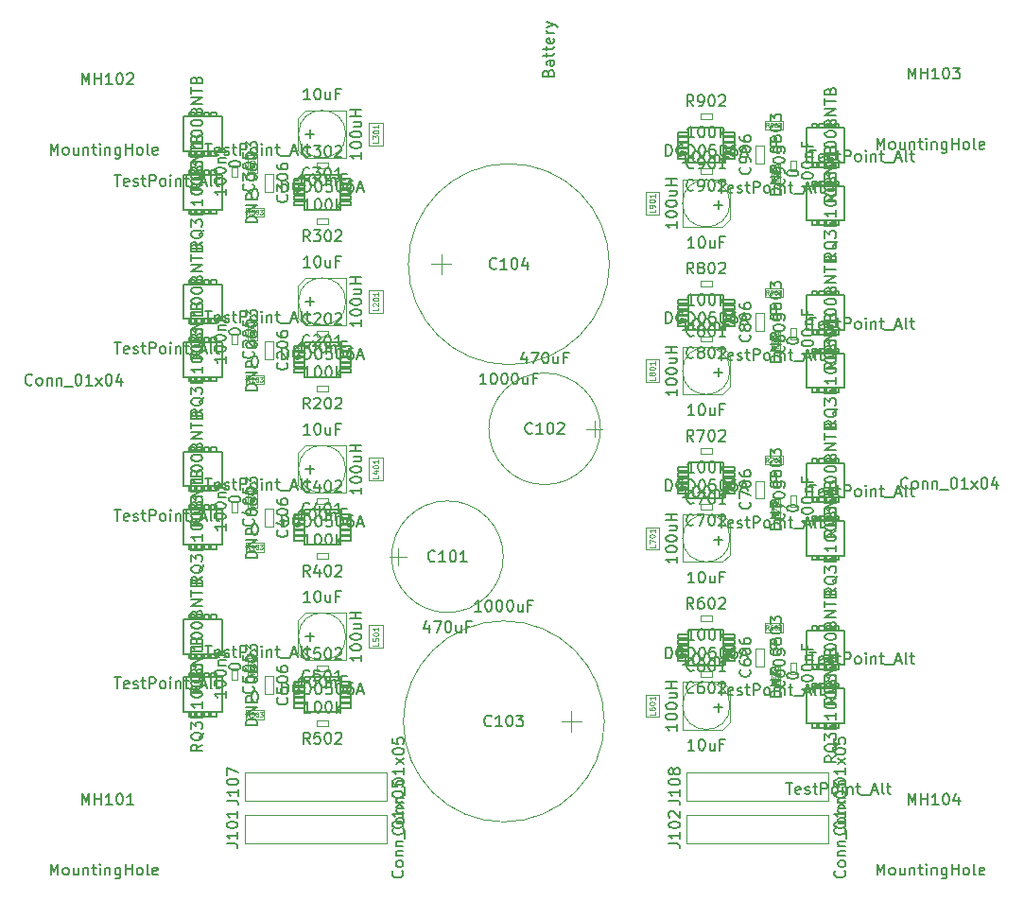
<source format=gbr>
G04 #@! TF.GenerationSoftware,KiCad,Pcbnew,5.0.1*
G04 #@! TF.CreationDate,2018-12-04T22:41:10-05:00*
G04 #@! TF.ProjectId,peripherals,7065726970686572616C732E6B696361,rev?*
G04 #@! TF.SameCoordinates,Original*
G04 #@! TF.FileFunction,Other,Fab,Top*
%FSLAX46Y46*%
G04 Gerber Fmt 4.6, Leading zero omitted, Abs format (unit mm)*
G04 Created by KiCad (PCBNEW 5.0.1) date Tue 04 Dec 2018 10:41:10 PM EST*
%MOMM*%
%LPD*%
G01*
G04 APERTURE LIST*
%ADD10C,0.100000*%
%ADD11C,0.150000*%
%ADD12C,0.075000*%
G04 APERTURE END LIST*
D10*
G04 #@! TO.C,C701*
X98046319Y-96594999D02*
G75*
G03X98046319Y-96594999I-2121320J0D01*
G01*
X93794999Y-94464999D02*
X93794999Y-98724999D01*
X97384999Y-94464999D02*
X93794999Y-94464999D01*
X98054999Y-95134999D02*
X97384999Y-94464999D01*
X98054999Y-98054999D02*
X98054999Y-95134999D01*
X97384999Y-98724999D02*
X98054999Y-98054999D01*
X93794999Y-98724999D02*
X97384999Y-98724999D01*
G04 #@! TO.C,C601*
X98046319Y-111594999D02*
G75*
G03X98046319Y-111594999I-2121320J0D01*
G01*
X93794999Y-109464999D02*
X93794999Y-113724999D01*
X97384999Y-109464999D02*
X93794999Y-109464999D01*
X98054999Y-110134999D02*
X97384999Y-109464999D01*
X98054999Y-113054999D02*
X98054999Y-110134999D01*
X97384999Y-113724999D02*
X98054999Y-113054999D01*
X93794999Y-113724999D02*
X97384999Y-113724999D01*
G04 #@! TO.C,C801*
X98046319Y-81594999D02*
G75*
G03X98046319Y-81594999I-2121320J0D01*
G01*
X93794999Y-79464999D02*
X93794999Y-83724999D01*
X97384999Y-79464999D02*
X93794999Y-79464999D01*
X98054999Y-80134999D02*
X97384999Y-79464999D01*
X98054999Y-83054999D02*
X98054999Y-80134999D01*
X97384999Y-83724999D02*
X98054999Y-83054999D01*
X93794999Y-83724999D02*
X97384999Y-83724999D01*
G04 #@! TO.C,C201*
X63646321Y-75405001D02*
G75*
G03X63646321Y-75405001I-2121320J0D01*
G01*
X63655001Y-77535001D02*
X63655001Y-73275001D01*
X60065001Y-77535001D02*
X63655001Y-77535001D01*
X59395001Y-76865001D02*
X60065001Y-77535001D01*
X59395001Y-73945001D02*
X59395001Y-76865001D01*
X60065001Y-73275001D02*
X59395001Y-73945001D01*
X63655001Y-73275001D02*
X60065001Y-73275001D01*
G04 #@! TO.C,C501*
X63646321Y-105405001D02*
G75*
G03X63646321Y-105405001I-2121320J0D01*
G01*
X63655001Y-107535001D02*
X63655001Y-103275001D01*
X60065001Y-107535001D02*
X63655001Y-107535001D01*
X59395001Y-106865001D02*
X60065001Y-107535001D01*
X59395001Y-103945001D02*
X59395001Y-106865001D01*
X60065001Y-103275001D02*
X59395001Y-103945001D01*
X63655001Y-103275001D02*
X60065001Y-103275001D01*
G04 #@! TO.C,C901*
X98046319Y-66594999D02*
G75*
G03X98046319Y-66594999I-2121320J0D01*
G01*
X93794999Y-64464999D02*
X93794999Y-68724999D01*
X97384999Y-64464999D02*
X93794999Y-64464999D01*
X98054999Y-65134999D02*
X97384999Y-64464999D01*
X98054999Y-68054999D02*
X98054999Y-65134999D01*
X97384999Y-68724999D02*
X98054999Y-68054999D01*
X93794999Y-68724999D02*
X97384999Y-68724999D01*
G04 #@! TO.C,C401*
X63646321Y-90405001D02*
G75*
G03X63646321Y-90405001I-2121320J0D01*
G01*
X63655001Y-92535001D02*
X63655001Y-88275001D01*
X60065001Y-92535001D02*
X63655001Y-92535001D01*
X59395001Y-91865001D02*
X60065001Y-92535001D01*
X59395001Y-88945001D02*
X59395001Y-91865001D01*
X60065001Y-88275001D02*
X59395001Y-88945001D01*
X63655001Y-88275001D02*
X60065001Y-88275001D01*
G04 #@! TO.C,C301*
X63646321Y-60405001D02*
G75*
G03X63646321Y-60405001I-2121320J0D01*
G01*
X63655001Y-62535001D02*
X63655001Y-58275001D01*
X60065001Y-62535001D02*
X63655001Y-62535001D01*
X59395001Y-61865001D02*
X60065001Y-62535001D01*
X59395001Y-58945001D02*
X59395001Y-61865001D01*
X60065001Y-58275001D02*
X59395001Y-58945001D01*
X63655001Y-58275001D02*
X60065001Y-58275001D01*
G04 #@! TO.C,C602*
X96400000Y-108500000D02*
X96400000Y-109000000D01*
X95400000Y-108500000D02*
X96400000Y-108500000D01*
X95400000Y-109000000D02*
X95400000Y-108500000D01*
X96400000Y-109000000D02*
X95400000Y-109000000D01*
G04 #@! TO.C,C202*
X61050000Y-78500000D02*
X61050000Y-78000000D01*
X62050000Y-78500000D02*
X61050000Y-78500000D01*
X62050000Y-78000000D02*
X62050000Y-78500000D01*
X61050000Y-78000000D02*
X62050000Y-78000000D01*
G04 #@! TO.C,C205*
X53450000Y-78250000D02*
X53950000Y-78250000D01*
X53450000Y-79250000D02*
X53450000Y-78250000D01*
X53950000Y-79250000D02*
X53450000Y-79250000D01*
X53950000Y-78250000D02*
X53950000Y-79250000D01*
G04 #@! TO.C,C705*
X104000000Y-93750000D02*
X103500000Y-93750000D01*
X104000000Y-92750000D02*
X104000000Y-93750000D01*
X103500000Y-92750000D02*
X104000000Y-92750000D01*
X103500000Y-93750000D02*
X103500000Y-92750000D01*
G04 #@! TO.C,C605*
X104000000Y-108750000D02*
X103500000Y-108750000D01*
X104000000Y-107750000D02*
X104000000Y-108750000D01*
X103500000Y-107750000D02*
X104000000Y-107750000D01*
X103500000Y-108750000D02*
X103500000Y-107750000D01*
G04 #@! TO.C,C505*
X53450000Y-108250000D02*
X53950000Y-108250000D01*
X53450000Y-109250000D02*
X53450000Y-108250000D01*
X53950000Y-109250000D02*
X53450000Y-109250000D01*
X53950000Y-108250000D02*
X53950000Y-109250000D01*
G04 #@! TO.C,C502*
X61050000Y-108500000D02*
X61050000Y-108000000D01*
X62050000Y-108500000D02*
X61050000Y-108500000D01*
X62050000Y-108000000D02*
X62050000Y-108500000D01*
X61050000Y-108000000D02*
X62050000Y-108000000D01*
G04 #@! TO.C,C405*
X53450000Y-93250000D02*
X53950000Y-93250000D01*
X53450000Y-94250000D02*
X53450000Y-93250000D01*
X53950000Y-94250000D02*
X53450000Y-94250000D01*
X53950000Y-93250000D02*
X53950000Y-94250000D01*
G04 #@! TO.C,C402*
X61050000Y-93500000D02*
X61050000Y-93000000D01*
X62050000Y-93500000D02*
X61050000Y-93500000D01*
X62050000Y-93000000D02*
X62050000Y-93500000D01*
X61050000Y-93000000D02*
X62050000Y-93000000D01*
G04 #@! TO.C,C305*
X53450000Y-63250000D02*
X53950000Y-63250000D01*
X53450000Y-64250000D02*
X53450000Y-63250000D01*
X53950000Y-64250000D02*
X53450000Y-64250000D01*
X53950000Y-63250000D02*
X53950000Y-64250000D01*
G04 #@! TO.C,C905*
X104000000Y-63750000D02*
X103500000Y-63750000D01*
X104000000Y-62750000D02*
X104000000Y-63750000D01*
X103500000Y-62750000D02*
X104000000Y-62750000D01*
X103500000Y-63750000D02*
X103500000Y-62750000D01*
G04 #@! TO.C,C902*
X96400000Y-63500000D02*
X96400000Y-64000000D01*
X95400000Y-63500000D02*
X96400000Y-63500000D01*
X95400000Y-64000000D02*
X95400000Y-63500000D01*
X96400000Y-64000000D02*
X95400000Y-64000000D01*
G04 #@! TO.C,C805*
X104000000Y-78750000D02*
X103500000Y-78750000D01*
X104000000Y-77750000D02*
X104000000Y-78750000D01*
X103500000Y-77750000D02*
X104000000Y-77750000D01*
X103500000Y-78750000D02*
X103500000Y-77750000D01*
G04 #@! TO.C,C802*
X96400000Y-78500000D02*
X96400000Y-79000000D01*
X95400000Y-78500000D02*
X96400000Y-78500000D01*
X95400000Y-79000000D02*
X95400000Y-78500000D01*
X96400000Y-79000000D02*
X95400000Y-79000000D01*
G04 #@! TO.C,C702*
X96400000Y-93500000D02*
X96400000Y-94000000D01*
X95400000Y-93500000D02*
X96400000Y-93500000D01*
X95400000Y-94000000D02*
X95400000Y-93500000D01*
X96400000Y-94000000D02*
X95400000Y-94000000D01*
G04 #@! TO.C,C302*
X61050000Y-63500000D02*
X61050000Y-63000000D01*
X62050000Y-63500000D02*
X61050000Y-63500000D01*
X62050000Y-63000000D02*
X62050000Y-63500000D01*
X61050000Y-63000000D02*
X62050000Y-63000000D01*
G04 #@! TO.C,C806*
X101100000Y-78050000D02*
X100300000Y-78050000D01*
X101100000Y-76450000D02*
X101100000Y-78050000D01*
X100300000Y-76450000D02*
X101100000Y-76450000D01*
X100300000Y-78050000D02*
X100300000Y-76450000D01*
G04 #@! TO.C,C306*
X56350000Y-63950000D02*
X57150000Y-63950000D01*
X56350000Y-65550000D02*
X56350000Y-63950000D01*
X57150000Y-65550000D02*
X56350000Y-65550000D01*
X57150000Y-63950000D02*
X57150000Y-65550000D01*
G04 #@! TO.C,C406*
X56350000Y-93950000D02*
X57150000Y-93950000D01*
X56350000Y-95550000D02*
X56350000Y-93950000D01*
X57150000Y-95550000D02*
X56350000Y-95550000D01*
X57150000Y-93950000D02*
X57150000Y-95550000D01*
G04 #@! TO.C,C706*
X101100000Y-93050000D02*
X100300000Y-93050000D01*
X101100000Y-91450000D02*
X101100000Y-93050000D01*
X100300000Y-91450000D02*
X101100000Y-91450000D01*
X100300000Y-93050000D02*
X100300000Y-91450000D01*
G04 #@! TO.C,C206*
X56350000Y-78950000D02*
X57150000Y-78950000D01*
X56350000Y-80550000D02*
X56350000Y-78950000D01*
X57150000Y-80550000D02*
X56350000Y-80550000D01*
X57150000Y-78950000D02*
X57150000Y-80550000D01*
G04 #@! TO.C,C606*
X101100000Y-108050000D02*
X100300000Y-108050000D01*
X101100000Y-106450000D02*
X101100000Y-108050000D01*
X100300000Y-106450000D02*
X101100000Y-106450000D01*
X100300000Y-108050000D02*
X100300000Y-106450000D01*
G04 #@! TO.C,C506*
X56350000Y-108950000D02*
X57150000Y-108950000D01*
X56350000Y-110550000D02*
X56350000Y-108950000D01*
X57150000Y-110550000D02*
X56350000Y-110550000D01*
X57150000Y-108950000D02*
X57150000Y-110550000D01*
G04 #@! TO.C,C906*
X101100000Y-63050000D02*
X100300000Y-63050000D01*
X101100000Y-61450000D02*
X101100000Y-63050000D01*
X100300000Y-61450000D02*
X101100000Y-61450000D01*
X100300000Y-63050000D02*
X100300000Y-61450000D01*
G04 #@! TO.C,C101*
X68300000Y-97500000D02*
X68300000Y-99000000D01*
X67550000Y-98250000D02*
X69050000Y-98250000D01*
X77750000Y-98250000D02*
G75*
G03X77750000Y-98250000I-5000000J0D01*
G01*
G04 #@! TO.C,C102*
X86450000Y-86800000D02*
G75*
G03X86450000Y-86800000I-5000000J0D01*
G01*
X86650000Y-86800000D02*
X85150000Y-86800000D01*
X85900000Y-87550000D02*
X85900000Y-86050000D01*
G04 #@! TO.C,C104*
X72200000Y-71150000D02*
X72200000Y-72950000D01*
X71300000Y-72050000D02*
X73100000Y-72050000D01*
X87250000Y-72050000D02*
G75*
G03X87250000Y-72050000I-9000000J0D01*
G01*
G04 #@! TO.C,C103*
X86800000Y-113000000D02*
G75*
G03X86800000Y-113000000I-9000000J0D01*
G01*
X84750000Y-113000000D02*
X82950000Y-113000000D01*
X83850000Y-113900000D02*
X83850000Y-112100000D01*
G04 #@! TO.C,R402*
X62050000Y-97950000D02*
X62050000Y-98450000D01*
X61050000Y-97950000D02*
X62050000Y-97950000D01*
X61050000Y-98450000D02*
X61050000Y-97950000D01*
X62050000Y-98450000D02*
X61050000Y-98450000D01*
G04 #@! TO.C,R602*
X95400000Y-104050000D02*
X95400000Y-103550000D01*
X96400000Y-104050000D02*
X95400000Y-104050000D01*
X96400000Y-103550000D02*
X96400000Y-104050000D01*
X95400000Y-103550000D02*
X96400000Y-103550000D01*
G04 #@! TO.C,R202*
X62050000Y-82950000D02*
X62050000Y-83450000D01*
X61050000Y-82950000D02*
X62050000Y-82950000D01*
X61050000Y-83450000D02*
X61050000Y-82950000D01*
X62050000Y-83450000D02*
X61050000Y-83450000D01*
G04 #@! TO.C,R302*
X62050000Y-67950000D02*
X62050000Y-68450000D01*
X61050000Y-67950000D02*
X62050000Y-67950000D01*
X61050000Y-68450000D02*
X61050000Y-67950000D01*
X62050000Y-68450000D02*
X61050000Y-68450000D01*
G04 #@! TO.C,R502*
X62050000Y-112950000D02*
X62050000Y-113450000D01*
X61050000Y-112950000D02*
X62050000Y-112950000D01*
X61050000Y-113450000D02*
X61050000Y-112950000D01*
X62050000Y-113450000D02*
X61050000Y-113450000D01*
G04 #@! TO.C,R702*
X95400000Y-89050000D02*
X95400000Y-88550000D01*
X96400000Y-89050000D02*
X95400000Y-89050000D01*
X96400000Y-88550000D02*
X96400000Y-89050000D01*
X95400000Y-88550000D02*
X96400000Y-88550000D01*
G04 #@! TO.C,R802*
X95400000Y-74050000D02*
X95400000Y-73550000D01*
X96400000Y-74050000D02*
X95400000Y-74050000D01*
X96400000Y-73550000D02*
X96400000Y-74050000D01*
X95400000Y-73550000D02*
X96400000Y-73550000D01*
G04 #@! TO.C,R902*
X95400000Y-59050000D02*
X95400000Y-58550000D01*
X96400000Y-59050000D02*
X95400000Y-59050000D01*
X96400000Y-58550000D02*
X96400000Y-59050000D01*
X95400000Y-58550000D02*
X96400000Y-58550000D01*
G04 #@! TO.C,R401*
X55700000Y-92300000D02*
X55700000Y-93900000D01*
X55700000Y-93900000D02*
X54900000Y-93900000D01*
X54900000Y-93900000D02*
X54900000Y-92300000D01*
X54900000Y-92300000D02*
X55700000Y-92300000D01*
G04 #@! TO.C,R303*
X56300000Y-67000000D02*
X56300000Y-67800000D01*
X54700000Y-67000000D02*
X56300000Y-67000000D01*
X54700000Y-67800000D02*
X54700000Y-67000000D01*
X56300000Y-67800000D02*
X54700000Y-67800000D01*
G04 #@! TO.C,R301*
X55700000Y-62300000D02*
X55700000Y-63900000D01*
X55700000Y-63900000D02*
X54900000Y-63900000D01*
X54900000Y-63900000D02*
X54900000Y-62300000D01*
X54900000Y-62300000D02*
X55700000Y-62300000D01*
G04 #@! TO.C,R801*
X101750000Y-79700000D02*
X101750000Y-78100000D01*
X101750000Y-78100000D02*
X102550000Y-78100000D01*
X102550000Y-78100000D02*
X102550000Y-79700000D01*
X102550000Y-79700000D02*
X101750000Y-79700000D01*
G04 #@! TO.C,R203*
X56300000Y-82000000D02*
X56300000Y-82800000D01*
X54700000Y-82000000D02*
X56300000Y-82000000D01*
X54700000Y-82800000D02*
X54700000Y-82000000D01*
X56300000Y-82800000D02*
X54700000Y-82800000D01*
G04 #@! TO.C,R201*
X55700000Y-77300000D02*
X55700000Y-78900000D01*
X55700000Y-78900000D02*
X54900000Y-78900000D01*
X54900000Y-78900000D02*
X54900000Y-77300000D01*
X54900000Y-77300000D02*
X55700000Y-77300000D01*
G04 #@! TO.C,R903*
X101150000Y-60000000D02*
X101150000Y-59200000D01*
X102750000Y-60000000D02*
X101150000Y-60000000D01*
X102750000Y-59200000D02*
X102750000Y-60000000D01*
X101150000Y-59200000D02*
X102750000Y-59200000D01*
G04 #@! TO.C,R901*
X101750000Y-64700000D02*
X101750000Y-63100000D01*
X101750000Y-63100000D02*
X102550000Y-63100000D01*
X102550000Y-63100000D02*
X102550000Y-64700000D01*
X102550000Y-64700000D02*
X101750000Y-64700000D01*
G04 #@! TO.C,R403*
X56300000Y-97000000D02*
X56300000Y-97800000D01*
X54700000Y-97000000D02*
X56300000Y-97000000D01*
X54700000Y-97800000D02*
X54700000Y-97000000D01*
X56300000Y-97800000D02*
X54700000Y-97800000D01*
G04 #@! TO.C,R501*
X55700000Y-107300000D02*
X55700000Y-108900000D01*
X55700000Y-108900000D02*
X54900000Y-108900000D01*
X54900000Y-108900000D02*
X54900000Y-107300000D01*
X54900000Y-107300000D02*
X55700000Y-107300000D01*
G04 #@! TO.C,R503*
X56300000Y-112000000D02*
X56300000Y-112800000D01*
X54700000Y-112000000D02*
X56300000Y-112000000D01*
X54700000Y-112800000D02*
X54700000Y-112000000D01*
X56300000Y-112800000D02*
X54700000Y-112800000D01*
G04 #@! TO.C,R601*
X101750000Y-109700000D02*
X101750000Y-108100000D01*
X101750000Y-108100000D02*
X102550000Y-108100000D01*
X102550000Y-108100000D02*
X102550000Y-109700000D01*
X102550000Y-109700000D02*
X101750000Y-109700000D01*
G04 #@! TO.C,R603*
X101150000Y-105000000D02*
X101150000Y-104200000D01*
X102750000Y-105000000D02*
X101150000Y-105000000D01*
X102750000Y-104200000D02*
X102750000Y-105000000D01*
X101150000Y-104200000D02*
X102750000Y-104200000D01*
G04 #@! TO.C,R701*
X101750000Y-94700000D02*
X101750000Y-93100000D01*
X101750000Y-93100000D02*
X102550000Y-93100000D01*
X102550000Y-93100000D02*
X102550000Y-94700000D01*
X102550000Y-94700000D02*
X101750000Y-94700000D01*
G04 #@! TO.C,R703*
X101150000Y-90000000D02*
X101150000Y-89200000D01*
X102750000Y-90000000D02*
X101150000Y-90000000D01*
X102750000Y-89200000D02*
X102750000Y-90000000D01*
X101150000Y-89200000D02*
X102750000Y-89200000D01*
G04 #@! TO.C,R803*
X101150000Y-75000000D02*
X101150000Y-74200000D01*
X102750000Y-75000000D02*
X101150000Y-75000000D01*
X102750000Y-74200000D02*
X102750000Y-75000000D01*
X101150000Y-74200000D02*
X102750000Y-74200000D01*
G04 #@! TO.C,L601*
X90480000Y-112600000D02*
X90480000Y-110600000D01*
X90480000Y-110600000D02*
X91720000Y-110600000D01*
X91720000Y-110600000D02*
X91720000Y-112600000D01*
X91720000Y-112600000D02*
X90480000Y-112600000D01*
G04 #@! TO.C,L201*
X66970000Y-74400000D02*
X66970000Y-76400000D01*
X66970000Y-76400000D02*
X65730000Y-76400000D01*
X65730000Y-76400000D02*
X65730000Y-74400000D01*
X65730000Y-74400000D02*
X66970000Y-74400000D01*
G04 #@! TO.C,L301*
X66970000Y-59400000D02*
X66970000Y-61400000D01*
X66970000Y-61400000D02*
X65730000Y-61400000D01*
X65730000Y-61400000D02*
X65730000Y-59400000D01*
X65730000Y-59400000D02*
X66970000Y-59400000D01*
G04 #@! TO.C,L501*
X66970000Y-104400000D02*
X66970000Y-106400000D01*
X66970000Y-106400000D02*
X65730000Y-106400000D01*
X65730000Y-106400000D02*
X65730000Y-104400000D01*
X65730000Y-104400000D02*
X66970000Y-104400000D01*
G04 #@! TO.C,L701*
X90480000Y-97600000D02*
X90480000Y-95600000D01*
X90480000Y-95600000D02*
X91720000Y-95600000D01*
X91720000Y-95600000D02*
X91720000Y-97600000D01*
X91720000Y-97600000D02*
X90480000Y-97600000D01*
G04 #@! TO.C,L401*
X66970000Y-89400000D02*
X66970000Y-91400000D01*
X66970000Y-91400000D02*
X65730000Y-91400000D01*
X65730000Y-91400000D02*
X65730000Y-89400000D01*
X65730000Y-89400000D02*
X66970000Y-89400000D01*
G04 #@! TO.C,L801*
X90480000Y-82600000D02*
X90480000Y-80600000D01*
X90480000Y-80600000D02*
X91720000Y-80600000D01*
X91720000Y-80600000D02*
X91720000Y-82600000D01*
X91720000Y-82600000D02*
X90480000Y-82600000D01*
G04 #@! TO.C,L901*
X90480000Y-67600000D02*
X90480000Y-65600000D01*
X90480000Y-65600000D02*
X91720000Y-65600000D01*
X91720000Y-65600000D02*
X91720000Y-67600000D01*
X91720000Y-67600000D02*
X90480000Y-67600000D01*
G04 #@! TO.C,J101*
X54580000Y-121380000D02*
X54580000Y-123920000D01*
X67280000Y-121380000D02*
X54580000Y-121380000D01*
X67280000Y-123920000D02*
X67280000Y-121380000D01*
X54580000Y-123920000D02*
X67280000Y-123920000D01*
G04 #@! TO.C,J102*
X94180000Y-123920000D02*
X106880000Y-123920000D01*
X106880000Y-123920000D02*
X106880000Y-121380000D01*
X106880000Y-121380000D02*
X94180000Y-121380000D01*
X94180000Y-121380000D02*
X94180000Y-123920000D01*
G04 #@! TO.C,J107*
X54630000Y-117530000D02*
X54630000Y-120070000D01*
X67330000Y-117530000D02*
X54630000Y-117530000D01*
X67330000Y-120070000D02*
X67330000Y-117530000D01*
X54630000Y-120070000D02*
X67330000Y-120070000D01*
G04 #@! TO.C,J108*
X94180000Y-120070000D02*
X106880000Y-120070000D01*
X106880000Y-120070000D02*
X106880000Y-117530000D01*
X106880000Y-117530000D02*
X94180000Y-117530000D01*
X94180000Y-117530000D02*
X94180000Y-120070000D01*
D11*
G04 #@! TO.C,U401*
X64100000Y-94415000D02*
X63125000Y-94415000D01*
X64100000Y-94785000D02*
X64100000Y-94415000D01*
X63125000Y-94785000D02*
X64100000Y-94785000D01*
X64100000Y-94915000D02*
X63125000Y-94915000D01*
X64100000Y-95285000D02*
X64100000Y-94915000D01*
X63125000Y-95285000D02*
X64100000Y-95285000D01*
X64100000Y-95415000D02*
X63125000Y-95415000D01*
X64100000Y-95785000D02*
X64100000Y-95415000D01*
X63125000Y-95785000D02*
X64100000Y-95785000D01*
X64100000Y-95915000D02*
X63125000Y-95915000D01*
X64100000Y-96285000D02*
X64100000Y-95915000D01*
X63125000Y-96285000D02*
X64100000Y-96285000D01*
X64100000Y-96415000D02*
X63125000Y-96415000D01*
X64100000Y-96785000D02*
X64100000Y-96415000D01*
X63125000Y-96785000D02*
X64100000Y-96785000D01*
X59000000Y-96785000D02*
X59975000Y-96785000D01*
X59000000Y-96415000D02*
X59000000Y-96785000D01*
X59975000Y-96415000D02*
X59000000Y-96415000D01*
X59000000Y-96285000D02*
X59975000Y-96285000D01*
X59000000Y-95915000D02*
X59000000Y-96285000D01*
X59975000Y-95915000D02*
X59000000Y-95915000D01*
X59000000Y-95785000D02*
X59975000Y-95785000D01*
X59000000Y-95415000D02*
X59000000Y-95785000D01*
X59975000Y-95415000D02*
X59000000Y-95415000D01*
X59000000Y-95285000D02*
X59975000Y-95285000D01*
X59000000Y-94915000D02*
X59000000Y-95285000D01*
X59975000Y-94915000D02*
X59000000Y-94915000D01*
X59000000Y-94785000D02*
X59975000Y-94785000D01*
X59000000Y-94415000D02*
X59000000Y-94785000D01*
X59975000Y-94415000D02*
X59000000Y-94415000D01*
X59975000Y-97175000D02*
X59975000Y-94025000D01*
X63125000Y-97175000D02*
X59975000Y-97175000D01*
X63125000Y-94025000D02*
X63125000Y-97175000D01*
X59975000Y-94025000D02*
X63125000Y-94025000D01*
G04 #@! TO.C,U901*
X93350000Y-62585000D02*
X94325000Y-62585000D01*
X93350000Y-62215000D02*
X93350000Y-62585000D01*
X94325000Y-62215000D02*
X93350000Y-62215000D01*
X93350000Y-62085000D02*
X94325000Y-62085000D01*
X93350000Y-61715000D02*
X93350000Y-62085000D01*
X94325000Y-61715000D02*
X93350000Y-61715000D01*
X93350000Y-61585000D02*
X94325000Y-61585000D01*
X93350000Y-61215000D02*
X93350000Y-61585000D01*
X94325000Y-61215000D02*
X93350000Y-61215000D01*
X93350000Y-61085000D02*
X94325000Y-61085000D01*
X93350000Y-60715000D02*
X93350000Y-61085000D01*
X94325000Y-60715000D02*
X93350000Y-60715000D01*
X93350000Y-60585000D02*
X94325000Y-60585000D01*
X93350000Y-60215000D02*
X93350000Y-60585000D01*
X94325000Y-60215000D02*
X93350000Y-60215000D01*
X98450000Y-60215000D02*
X97475000Y-60215000D01*
X98450000Y-60585000D02*
X98450000Y-60215000D01*
X97475000Y-60585000D02*
X98450000Y-60585000D01*
X98450000Y-60715000D02*
X97475000Y-60715000D01*
X98450000Y-61085000D02*
X98450000Y-60715000D01*
X97475000Y-61085000D02*
X98450000Y-61085000D01*
X98450000Y-61215000D02*
X97475000Y-61215000D01*
X98450000Y-61585000D02*
X98450000Y-61215000D01*
X97475000Y-61585000D02*
X98450000Y-61585000D01*
X98450000Y-61715000D02*
X97475000Y-61715000D01*
X98450000Y-62085000D02*
X98450000Y-61715000D01*
X97475000Y-62085000D02*
X98450000Y-62085000D01*
X98450000Y-62215000D02*
X97475000Y-62215000D01*
X98450000Y-62585000D02*
X98450000Y-62215000D01*
X97475000Y-62585000D02*
X98450000Y-62585000D01*
X97475000Y-59825000D02*
X97475000Y-62975000D01*
X94325000Y-59825000D02*
X97475000Y-59825000D01*
X94325000Y-62975000D02*
X94325000Y-59825000D01*
X97475000Y-62975000D02*
X94325000Y-62975000D01*
G04 #@! TO.C,U201*
X64100000Y-79415000D02*
X63125000Y-79415000D01*
X64100000Y-79785000D02*
X64100000Y-79415000D01*
X63125000Y-79785000D02*
X64100000Y-79785000D01*
X64100000Y-79915000D02*
X63125000Y-79915000D01*
X64100000Y-80285000D02*
X64100000Y-79915000D01*
X63125000Y-80285000D02*
X64100000Y-80285000D01*
X64100000Y-80415000D02*
X63125000Y-80415000D01*
X64100000Y-80785000D02*
X64100000Y-80415000D01*
X63125000Y-80785000D02*
X64100000Y-80785000D01*
X64100000Y-80915000D02*
X63125000Y-80915000D01*
X64100000Y-81285000D02*
X64100000Y-80915000D01*
X63125000Y-81285000D02*
X64100000Y-81285000D01*
X64100000Y-81415000D02*
X63125000Y-81415000D01*
X64100000Y-81785000D02*
X64100000Y-81415000D01*
X63125000Y-81785000D02*
X64100000Y-81785000D01*
X59000000Y-81785000D02*
X59975000Y-81785000D01*
X59000000Y-81415000D02*
X59000000Y-81785000D01*
X59975000Y-81415000D02*
X59000000Y-81415000D01*
X59000000Y-81285000D02*
X59975000Y-81285000D01*
X59000000Y-80915000D02*
X59000000Y-81285000D01*
X59975000Y-80915000D02*
X59000000Y-80915000D01*
X59000000Y-80785000D02*
X59975000Y-80785000D01*
X59000000Y-80415000D02*
X59000000Y-80785000D01*
X59975000Y-80415000D02*
X59000000Y-80415000D01*
X59000000Y-80285000D02*
X59975000Y-80285000D01*
X59000000Y-79915000D02*
X59000000Y-80285000D01*
X59975000Y-79915000D02*
X59000000Y-79915000D01*
X59000000Y-79785000D02*
X59975000Y-79785000D01*
X59000000Y-79415000D02*
X59000000Y-79785000D01*
X59975000Y-79415000D02*
X59000000Y-79415000D01*
X59975000Y-82175000D02*
X59975000Y-79025000D01*
X63125000Y-82175000D02*
X59975000Y-82175000D01*
X63125000Y-79025000D02*
X63125000Y-82175000D01*
X59975000Y-79025000D02*
X63125000Y-79025000D01*
G04 #@! TO.C,U301*
X64100000Y-64415000D02*
X63125000Y-64415000D01*
X64100000Y-64785000D02*
X64100000Y-64415000D01*
X63125000Y-64785000D02*
X64100000Y-64785000D01*
X64100000Y-64915000D02*
X63125000Y-64915000D01*
X64100000Y-65285000D02*
X64100000Y-64915000D01*
X63125000Y-65285000D02*
X64100000Y-65285000D01*
X64100000Y-65415000D02*
X63125000Y-65415000D01*
X64100000Y-65785000D02*
X64100000Y-65415000D01*
X63125000Y-65785000D02*
X64100000Y-65785000D01*
X64100000Y-65915000D02*
X63125000Y-65915000D01*
X64100000Y-66285000D02*
X64100000Y-65915000D01*
X63125000Y-66285000D02*
X64100000Y-66285000D01*
X64100000Y-66415000D02*
X63125000Y-66415000D01*
X64100000Y-66785000D02*
X64100000Y-66415000D01*
X63125000Y-66785000D02*
X64100000Y-66785000D01*
X59000000Y-66785000D02*
X59975000Y-66785000D01*
X59000000Y-66415000D02*
X59000000Y-66785000D01*
X59975000Y-66415000D02*
X59000000Y-66415000D01*
X59000000Y-66285000D02*
X59975000Y-66285000D01*
X59000000Y-65915000D02*
X59000000Y-66285000D01*
X59975000Y-65915000D02*
X59000000Y-65915000D01*
X59000000Y-65785000D02*
X59975000Y-65785000D01*
X59000000Y-65415000D02*
X59000000Y-65785000D01*
X59975000Y-65415000D02*
X59000000Y-65415000D01*
X59000000Y-65285000D02*
X59975000Y-65285000D01*
X59000000Y-64915000D02*
X59000000Y-65285000D01*
X59975000Y-64915000D02*
X59000000Y-64915000D01*
X59000000Y-64785000D02*
X59975000Y-64785000D01*
X59000000Y-64415000D02*
X59000000Y-64785000D01*
X59975000Y-64415000D02*
X59000000Y-64415000D01*
X59975000Y-67175000D02*
X59975000Y-64025000D01*
X63125000Y-67175000D02*
X59975000Y-67175000D01*
X63125000Y-64025000D02*
X63125000Y-67175000D01*
X59975000Y-64025000D02*
X63125000Y-64025000D01*
G04 #@! TO.C,U501*
X64100000Y-109415000D02*
X63125000Y-109415000D01*
X64100000Y-109785000D02*
X64100000Y-109415000D01*
X63125000Y-109785000D02*
X64100000Y-109785000D01*
X64100000Y-109915000D02*
X63125000Y-109915000D01*
X64100000Y-110285000D02*
X64100000Y-109915000D01*
X63125000Y-110285000D02*
X64100000Y-110285000D01*
X64100000Y-110415000D02*
X63125000Y-110415000D01*
X64100000Y-110785000D02*
X64100000Y-110415000D01*
X63125000Y-110785000D02*
X64100000Y-110785000D01*
X64100000Y-110915000D02*
X63125000Y-110915000D01*
X64100000Y-111285000D02*
X64100000Y-110915000D01*
X63125000Y-111285000D02*
X64100000Y-111285000D01*
X64100000Y-111415000D02*
X63125000Y-111415000D01*
X64100000Y-111785000D02*
X64100000Y-111415000D01*
X63125000Y-111785000D02*
X64100000Y-111785000D01*
X59000000Y-111785000D02*
X59975000Y-111785000D01*
X59000000Y-111415000D02*
X59000000Y-111785000D01*
X59975000Y-111415000D02*
X59000000Y-111415000D01*
X59000000Y-111285000D02*
X59975000Y-111285000D01*
X59000000Y-110915000D02*
X59000000Y-111285000D01*
X59975000Y-110915000D02*
X59000000Y-110915000D01*
X59000000Y-110785000D02*
X59975000Y-110785000D01*
X59000000Y-110415000D02*
X59000000Y-110785000D01*
X59975000Y-110415000D02*
X59000000Y-110415000D01*
X59000000Y-110285000D02*
X59975000Y-110285000D01*
X59000000Y-109915000D02*
X59000000Y-110285000D01*
X59975000Y-109915000D02*
X59000000Y-109915000D01*
X59000000Y-109785000D02*
X59975000Y-109785000D01*
X59000000Y-109415000D02*
X59000000Y-109785000D01*
X59975000Y-109415000D02*
X59000000Y-109415000D01*
X59975000Y-112175000D02*
X59975000Y-109025000D01*
X63125000Y-112175000D02*
X59975000Y-112175000D01*
X63125000Y-109025000D02*
X63125000Y-112175000D01*
X59975000Y-109025000D02*
X63125000Y-109025000D01*
G04 #@! TO.C,U601*
X93350000Y-107585000D02*
X94325000Y-107585000D01*
X93350000Y-107215000D02*
X93350000Y-107585000D01*
X94325000Y-107215000D02*
X93350000Y-107215000D01*
X93350000Y-107085000D02*
X94325000Y-107085000D01*
X93350000Y-106715000D02*
X93350000Y-107085000D01*
X94325000Y-106715000D02*
X93350000Y-106715000D01*
X93350000Y-106585000D02*
X94325000Y-106585000D01*
X93350000Y-106215000D02*
X93350000Y-106585000D01*
X94325000Y-106215000D02*
X93350000Y-106215000D01*
X93350000Y-106085000D02*
X94325000Y-106085000D01*
X93350000Y-105715000D02*
X93350000Y-106085000D01*
X94325000Y-105715000D02*
X93350000Y-105715000D01*
X93350000Y-105585000D02*
X94325000Y-105585000D01*
X93350000Y-105215000D02*
X93350000Y-105585000D01*
X94325000Y-105215000D02*
X93350000Y-105215000D01*
X98450000Y-105215000D02*
X97475000Y-105215000D01*
X98450000Y-105585000D02*
X98450000Y-105215000D01*
X97475000Y-105585000D02*
X98450000Y-105585000D01*
X98450000Y-105715000D02*
X97475000Y-105715000D01*
X98450000Y-106085000D02*
X98450000Y-105715000D01*
X97475000Y-106085000D02*
X98450000Y-106085000D01*
X98450000Y-106215000D02*
X97475000Y-106215000D01*
X98450000Y-106585000D02*
X98450000Y-106215000D01*
X97475000Y-106585000D02*
X98450000Y-106585000D01*
X98450000Y-106715000D02*
X97475000Y-106715000D01*
X98450000Y-107085000D02*
X98450000Y-106715000D01*
X97475000Y-107085000D02*
X98450000Y-107085000D01*
X98450000Y-107215000D02*
X97475000Y-107215000D01*
X98450000Y-107585000D02*
X98450000Y-107215000D01*
X97475000Y-107585000D02*
X98450000Y-107585000D01*
X97475000Y-104825000D02*
X97475000Y-107975000D01*
X94325000Y-104825000D02*
X97475000Y-104825000D01*
X94325000Y-107975000D02*
X94325000Y-104825000D01*
X97475000Y-107975000D02*
X94325000Y-107975000D01*
G04 #@! TO.C,U701*
X93350000Y-92585000D02*
X94325000Y-92585000D01*
X93350000Y-92215000D02*
X93350000Y-92585000D01*
X94325000Y-92215000D02*
X93350000Y-92215000D01*
X93350000Y-92085000D02*
X94325000Y-92085000D01*
X93350000Y-91715000D02*
X93350000Y-92085000D01*
X94325000Y-91715000D02*
X93350000Y-91715000D01*
X93350000Y-91585000D02*
X94325000Y-91585000D01*
X93350000Y-91215000D02*
X93350000Y-91585000D01*
X94325000Y-91215000D02*
X93350000Y-91215000D01*
X93350000Y-91085000D02*
X94325000Y-91085000D01*
X93350000Y-90715000D02*
X93350000Y-91085000D01*
X94325000Y-90715000D02*
X93350000Y-90715000D01*
X93350000Y-90585000D02*
X94325000Y-90585000D01*
X93350000Y-90215000D02*
X93350000Y-90585000D01*
X94325000Y-90215000D02*
X93350000Y-90215000D01*
X98450000Y-90215000D02*
X97475000Y-90215000D01*
X98450000Y-90585000D02*
X98450000Y-90215000D01*
X97475000Y-90585000D02*
X98450000Y-90585000D01*
X98450000Y-90715000D02*
X97475000Y-90715000D01*
X98450000Y-91085000D02*
X98450000Y-90715000D01*
X97475000Y-91085000D02*
X98450000Y-91085000D01*
X98450000Y-91215000D02*
X97475000Y-91215000D01*
X98450000Y-91585000D02*
X98450000Y-91215000D01*
X97475000Y-91585000D02*
X98450000Y-91585000D01*
X98450000Y-91715000D02*
X97475000Y-91715000D01*
X98450000Y-92085000D02*
X98450000Y-91715000D01*
X97475000Y-92085000D02*
X98450000Y-92085000D01*
X98450000Y-92215000D02*
X97475000Y-92215000D01*
X98450000Y-92585000D02*
X98450000Y-92215000D01*
X97475000Y-92585000D02*
X98450000Y-92585000D01*
X97475000Y-89825000D02*
X97475000Y-92975000D01*
X94325000Y-89825000D02*
X97475000Y-89825000D01*
X94325000Y-92975000D02*
X94325000Y-89825000D01*
X97475000Y-92975000D02*
X94325000Y-92975000D01*
G04 #@! TO.C,U801*
X93350000Y-77585000D02*
X94325000Y-77585000D01*
X93350000Y-77215000D02*
X93350000Y-77585000D01*
X94325000Y-77215000D02*
X93350000Y-77215000D01*
X93350000Y-77085000D02*
X94325000Y-77085000D01*
X93350000Y-76715000D02*
X93350000Y-77085000D01*
X94325000Y-76715000D02*
X93350000Y-76715000D01*
X93350000Y-76585000D02*
X94325000Y-76585000D01*
X93350000Y-76215000D02*
X93350000Y-76585000D01*
X94325000Y-76215000D02*
X93350000Y-76215000D01*
X93350000Y-76085000D02*
X94325000Y-76085000D01*
X93350000Y-75715000D02*
X93350000Y-76085000D01*
X94325000Y-75715000D02*
X93350000Y-75715000D01*
X93350000Y-75585000D02*
X94325000Y-75585000D01*
X93350000Y-75215000D02*
X93350000Y-75585000D01*
X94325000Y-75215000D02*
X93350000Y-75215000D01*
X98450000Y-75215000D02*
X97475000Y-75215000D01*
X98450000Y-75585000D02*
X98450000Y-75215000D01*
X97475000Y-75585000D02*
X98450000Y-75585000D01*
X98450000Y-75715000D02*
X97475000Y-75715000D01*
X98450000Y-76085000D02*
X98450000Y-75715000D01*
X97475000Y-76085000D02*
X98450000Y-76085000D01*
X98450000Y-76215000D02*
X97475000Y-76215000D01*
X98450000Y-76585000D02*
X98450000Y-76215000D01*
X97475000Y-76585000D02*
X98450000Y-76585000D01*
X98450000Y-76715000D02*
X97475000Y-76715000D01*
X98450000Y-77085000D02*
X98450000Y-76715000D01*
X97475000Y-77085000D02*
X98450000Y-77085000D01*
X98450000Y-77215000D02*
X97475000Y-77215000D01*
X98450000Y-77585000D02*
X98450000Y-77215000D01*
X97475000Y-77585000D02*
X98450000Y-77585000D01*
X97475000Y-74825000D02*
X97475000Y-77975000D01*
X94325000Y-74825000D02*
X97475000Y-74825000D01*
X94325000Y-77975000D02*
X94325000Y-74825000D01*
X97475000Y-77975000D02*
X94325000Y-77975000D01*
G04 #@! TO.C,Q502*
X49640000Y-108650000D02*
X49640000Y-109050000D01*
X50110000Y-108650000D02*
X49640000Y-108650000D01*
X50110000Y-109050000D02*
X50110000Y-108650000D01*
X50290000Y-108650000D02*
X50290000Y-109050000D01*
X50760000Y-108650000D02*
X50290000Y-108650000D01*
X50760000Y-109050000D02*
X50760000Y-108650000D01*
X50940000Y-108650000D02*
X50940000Y-109050000D01*
X51410000Y-108650000D02*
X50940000Y-108650000D01*
X51410000Y-109050000D02*
X51410000Y-108650000D01*
X51590000Y-108650000D02*
X51590000Y-109050000D01*
X52060000Y-108650000D02*
X51590000Y-108650000D01*
X52060000Y-109050000D02*
X52060000Y-108650000D01*
X52060000Y-112550000D02*
X52060000Y-112150000D01*
X51590000Y-112550000D02*
X52060000Y-112550000D01*
X51590000Y-112150000D02*
X51590000Y-112550000D01*
X51410000Y-112550000D02*
X51410000Y-112150000D01*
X50940000Y-112550000D02*
X51410000Y-112550000D01*
X50940000Y-112150000D02*
X50940000Y-112550000D01*
X50760000Y-112550000D02*
X50760000Y-112150000D01*
X50290000Y-112550000D02*
X50760000Y-112550000D01*
X50290000Y-112150000D02*
X50290000Y-112550000D01*
X50110000Y-112550000D02*
X50110000Y-112150000D01*
X49640000Y-112550000D02*
X50110000Y-112550000D01*
X49640000Y-112150000D02*
X49640000Y-112550000D01*
X52550000Y-112150000D02*
X49150000Y-112150000D01*
X52550000Y-109050000D02*
X52550000Y-112150000D01*
X49150000Y-109050000D02*
X52550000Y-109050000D01*
X49150000Y-112150000D02*
X49150000Y-109050000D01*
G04 #@! TO.C,Q202*
X49640000Y-78650000D02*
X49640000Y-79050000D01*
X50110000Y-78650000D02*
X49640000Y-78650000D01*
X50110000Y-79050000D02*
X50110000Y-78650000D01*
X50290000Y-78650000D02*
X50290000Y-79050000D01*
X50760000Y-78650000D02*
X50290000Y-78650000D01*
X50760000Y-79050000D02*
X50760000Y-78650000D01*
X50940000Y-78650000D02*
X50940000Y-79050000D01*
X51410000Y-78650000D02*
X50940000Y-78650000D01*
X51410000Y-79050000D02*
X51410000Y-78650000D01*
X51590000Y-78650000D02*
X51590000Y-79050000D01*
X52060000Y-78650000D02*
X51590000Y-78650000D01*
X52060000Y-79050000D02*
X52060000Y-78650000D01*
X52060000Y-82550000D02*
X52060000Y-82150000D01*
X51590000Y-82550000D02*
X52060000Y-82550000D01*
X51590000Y-82150000D02*
X51590000Y-82550000D01*
X51410000Y-82550000D02*
X51410000Y-82150000D01*
X50940000Y-82550000D02*
X51410000Y-82550000D01*
X50940000Y-82150000D02*
X50940000Y-82550000D01*
X50760000Y-82550000D02*
X50760000Y-82150000D01*
X50290000Y-82550000D02*
X50760000Y-82550000D01*
X50290000Y-82150000D02*
X50290000Y-82550000D01*
X50110000Y-82550000D02*
X50110000Y-82150000D01*
X49640000Y-82550000D02*
X50110000Y-82550000D01*
X49640000Y-82150000D02*
X49640000Y-82550000D01*
X52550000Y-82150000D02*
X49150000Y-82150000D01*
X52550000Y-79050000D02*
X52550000Y-82150000D01*
X49150000Y-79050000D02*
X52550000Y-79050000D01*
X49150000Y-82150000D02*
X49150000Y-79050000D01*
G04 #@! TO.C,Q301*
X49150000Y-61950000D02*
X49150000Y-58850000D01*
X49150000Y-58850000D02*
X52550000Y-58850000D01*
X52550000Y-58850000D02*
X52550000Y-61950000D01*
X52550000Y-61950000D02*
X49150000Y-61950000D01*
X49640000Y-61950000D02*
X49640000Y-62350000D01*
X49640000Y-62350000D02*
X50110000Y-62350000D01*
X50110000Y-62350000D02*
X50110000Y-61950000D01*
X50290000Y-61950000D02*
X50290000Y-62350000D01*
X50290000Y-62350000D02*
X50760000Y-62350000D01*
X50760000Y-62350000D02*
X50760000Y-61950000D01*
X50940000Y-61950000D02*
X50940000Y-62350000D01*
X50940000Y-62350000D02*
X51410000Y-62350000D01*
X51410000Y-62350000D02*
X51410000Y-61950000D01*
X51590000Y-61950000D02*
X51590000Y-62350000D01*
X51590000Y-62350000D02*
X52060000Y-62350000D01*
X52060000Y-62350000D02*
X52060000Y-61950000D01*
X52060000Y-58850000D02*
X52060000Y-58450000D01*
X52060000Y-58450000D02*
X51590000Y-58450000D01*
X51590000Y-58450000D02*
X51590000Y-58850000D01*
X51410000Y-58850000D02*
X51410000Y-58450000D01*
X51410000Y-58450000D02*
X50940000Y-58450000D01*
X50940000Y-58450000D02*
X50940000Y-58850000D01*
X50760000Y-58850000D02*
X50760000Y-58450000D01*
X50760000Y-58450000D02*
X50290000Y-58450000D01*
X50290000Y-58450000D02*
X50290000Y-58850000D01*
X50110000Y-58850000D02*
X50110000Y-58450000D01*
X50110000Y-58450000D02*
X49640000Y-58450000D01*
X49640000Y-58450000D02*
X49640000Y-58850000D01*
G04 #@! TO.C,Q302*
X49640000Y-63650000D02*
X49640000Y-64050000D01*
X50110000Y-63650000D02*
X49640000Y-63650000D01*
X50110000Y-64050000D02*
X50110000Y-63650000D01*
X50290000Y-63650000D02*
X50290000Y-64050000D01*
X50760000Y-63650000D02*
X50290000Y-63650000D01*
X50760000Y-64050000D02*
X50760000Y-63650000D01*
X50940000Y-63650000D02*
X50940000Y-64050000D01*
X51410000Y-63650000D02*
X50940000Y-63650000D01*
X51410000Y-64050000D02*
X51410000Y-63650000D01*
X51590000Y-63650000D02*
X51590000Y-64050000D01*
X52060000Y-63650000D02*
X51590000Y-63650000D01*
X52060000Y-64050000D02*
X52060000Y-63650000D01*
X52060000Y-67550000D02*
X52060000Y-67150000D01*
X51590000Y-67550000D02*
X52060000Y-67550000D01*
X51590000Y-67150000D02*
X51590000Y-67550000D01*
X51410000Y-67550000D02*
X51410000Y-67150000D01*
X50940000Y-67550000D02*
X51410000Y-67550000D01*
X50940000Y-67150000D02*
X50940000Y-67550000D01*
X50760000Y-67550000D02*
X50760000Y-67150000D01*
X50290000Y-67550000D02*
X50760000Y-67550000D01*
X50290000Y-67150000D02*
X50290000Y-67550000D01*
X50110000Y-67550000D02*
X50110000Y-67150000D01*
X49640000Y-67550000D02*
X50110000Y-67550000D01*
X49640000Y-67150000D02*
X49640000Y-67550000D01*
X52550000Y-67150000D02*
X49150000Y-67150000D01*
X52550000Y-64050000D02*
X52550000Y-67150000D01*
X49150000Y-64050000D02*
X52550000Y-64050000D01*
X49150000Y-67150000D02*
X49150000Y-64050000D01*
G04 #@! TO.C,Q401*
X49150000Y-91950000D02*
X49150000Y-88850000D01*
X49150000Y-88850000D02*
X52550000Y-88850000D01*
X52550000Y-88850000D02*
X52550000Y-91950000D01*
X52550000Y-91950000D02*
X49150000Y-91950000D01*
X49640000Y-91950000D02*
X49640000Y-92350000D01*
X49640000Y-92350000D02*
X50110000Y-92350000D01*
X50110000Y-92350000D02*
X50110000Y-91950000D01*
X50290000Y-91950000D02*
X50290000Y-92350000D01*
X50290000Y-92350000D02*
X50760000Y-92350000D01*
X50760000Y-92350000D02*
X50760000Y-91950000D01*
X50940000Y-91950000D02*
X50940000Y-92350000D01*
X50940000Y-92350000D02*
X51410000Y-92350000D01*
X51410000Y-92350000D02*
X51410000Y-91950000D01*
X51590000Y-91950000D02*
X51590000Y-92350000D01*
X51590000Y-92350000D02*
X52060000Y-92350000D01*
X52060000Y-92350000D02*
X52060000Y-91950000D01*
X52060000Y-88850000D02*
X52060000Y-88450000D01*
X52060000Y-88450000D02*
X51590000Y-88450000D01*
X51590000Y-88450000D02*
X51590000Y-88850000D01*
X51410000Y-88850000D02*
X51410000Y-88450000D01*
X51410000Y-88450000D02*
X50940000Y-88450000D01*
X50940000Y-88450000D02*
X50940000Y-88850000D01*
X50760000Y-88850000D02*
X50760000Y-88450000D01*
X50760000Y-88450000D02*
X50290000Y-88450000D01*
X50290000Y-88450000D02*
X50290000Y-88850000D01*
X50110000Y-88850000D02*
X50110000Y-88450000D01*
X50110000Y-88450000D02*
X49640000Y-88450000D01*
X49640000Y-88450000D02*
X49640000Y-88850000D01*
G04 #@! TO.C,Q402*
X49640000Y-93650000D02*
X49640000Y-94050000D01*
X50110000Y-93650000D02*
X49640000Y-93650000D01*
X50110000Y-94050000D02*
X50110000Y-93650000D01*
X50290000Y-93650000D02*
X50290000Y-94050000D01*
X50760000Y-93650000D02*
X50290000Y-93650000D01*
X50760000Y-94050000D02*
X50760000Y-93650000D01*
X50940000Y-93650000D02*
X50940000Y-94050000D01*
X51410000Y-93650000D02*
X50940000Y-93650000D01*
X51410000Y-94050000D02*
X51410000Y-93650000D01*
X51590000Y-93650000D02*
X51590000Y-94050000D01*
X52060000Y-93650000D02*
X51590000Y-93650000D01*
X52060000Y-94050000D02*
X52060000Y-93650000D01*
X52060000Y-97550000D02*
X52060000Y-97150000D01*
X51590000Y-97550000D02*
X52060000Y-97550000D01*
X51590000Y-97150000D02*
X51590000Y-97550000D01*
X51410000Y-97550000D02*
X51410000Y-97150000D01*
X50940000Y-97550000D02*
X51410000Y-97550000D01*
X50940000Y-97150000D02*
X50940000Y-97550000D01*
X50760000Y-97550000D02*
X50760000Y-97150000D01*
X50290000Y-97550000D02*
X50760000Y-97550000D01*
X50290000Y-97150000D02*
X50290000Y-97550000D01*
X50110000Y-97550000D02*
X50110000Y-97150000D01*
X49640000Y-97550000D02*
X50110000Y-97550000D01*
X49640000Y-97150000D02*
X49640000Y-97550000D01*
X52550000Y-97150000D02*
X49150000Y-97150000D01*
X52550000Y-94050000D02*
X52550000Y-97150000D01*
X49150000Y-94050000D02*
X52550000Y-94050000D01*
X49150000Y-97150000D02*
X49150000Y-94050000D01*
G04 #@! TO.C,Q501*
X49150000Y-106950000D02*
X49150000Y-103850000D01*
X49150000Y-103850000D02*
X52550000Y-103850000D01*
X52550000Y-103850000D02*
X52550000Y-106950000D01*
X52550000Y-106950000D02*
X49150000Y-106950000D01*
X49640000Y-106950000D02*
X49640000Y-107350000D01*
X49640000Y-107350000D02*
X50110000Y-107350000D01*
X50110000Y-107350000D02*
X50110000Y-106950000D01*
X50290000Y-106950000D02*
X50290000Y-107350000D01*
X50290000Y-107350000D02*
X50760000Y-107350000D01*
X50760000Y-107350000D02*
X50760000Y-106950000D01*
X50940000Y-106950000D02*
X50940000Y-107350000D01*
X50940000Y-107350000D02*
X51410000Y-107350000D01*
X51410000Y-107350000D02*
X51410000Y-106950000D01*
X51590000Y-106950000D02*
X51590000Y-107350000D01*
X51590000Y-107350000D02*
X52060000Y-107350000D01*
X52060000Y-107350000D02*
X52060000Y-106950000D01*
X52060000Y-103850000D02*
X52060000Y-103450000D01*
X52060000Y-103450000D02*
X51590000Y-103450000D01*
X51590000Y-103450000D02*
X51590000Y-103850000D01*
X51410000Y-103850000D02*
X51410000Y-103450000D01*
X51410000Y-103450000D02*
X50940000Y-103450000D01*
X50940000Y-103450000D02*
X50940000Y-103850000D01*
X50760000Y-103850000D02*
X50760000Y-103450000D01*
X50760000Y-103450000D02*
X50290000Y-103450000D01*
X50290000Y-103450000D02*
X50290000Y-103850000D01*
X50110000Y-103850000D02*
X50110000Y-103450000D01*
X50110000Y-103450000D02*
X49640000Y-103450000D01*
X49640000Y-103450000D02*
X49640000Y-103850000D01*
G04 #@! TO.C,Q601*
X108300000Y-110050000D02*
X108300000Y-113150000D01*
X108300000Y-113150000D02*
X104900000Y-113150000D01*
X104900000Y-113150000D02*
X104900000Y-110050000D01*
X104900000Y-110050000D02*
X108300000Y-110050000D01*
X107810000Y-110050000D02*
X107810000Y-109650000D01*
X107810000Y-109650000D02*
X107340000Y-109650000D01*
X107340000Y-109650000D02*
X107340000Y-110050000D01*
X107160000Y-110050000D02*
X107160000Y-109650000D01*
X107160000Y-109650000D02*
X106690000Y-109650000D01*
X106690000Y-109650000D02*
X106690000Y-110050000D01*
X106510000Y-110050000D02*
X106510000Y-109650000D01*
X106510000Y-109650000D02*
X106040000Y-109650000D01*
X106040000Y-109650000D02*
X106040000Y-110050000D01*
X105860000Y-110050000D02*
X105860000Y-109650000D01*
X105860000Y-109650000D02*
X105390000Y-109650000D01*
X105390000Y-109650000D02*
X105390000Y-110050000D01*
X105390000Y-113150000D02*
X105390000Y-113550000D01*
X105390000Y-113550000D02*
X105860000Y-113550000D01*
X105860000Y-113550000D02*
X105860000Y-113150000D01*
X106040000Y-113150000D02*
X106040000Y-113550000D01*
X106040000Y-113550000D02*
X106510000Y-113550000D01*
X106510000Y-113550000D02*
X106510000Y-113150000D01*
X106690000Y-113150000D02*
X106690000Y-113550000D01*
X106690000Y-113550000D02*
X107160000Y-113550000D01*
X107160000Y-113550000D02*
X107160000Y-113150000D01*
X107340000Y-113150000D02*
X107340000Y-113550000D01*
X107340000Y-113550000D02*
X107810000Y-113550000D01*
X107810000Y-113550000D02*
X107810000Y-113150000D01*
G04 #@! TO.C,Q602*
X107810000Y-108350000D02*
X107810000Y-107950000D01*
X107340000Y-108350000D02*
X107810000Y-108350000D01*
X107340000Y-107950000D02*
X107340000Y-108350000D01*
X107160000Y-108350000D02*
X107160000Y-107950000D01*
X106690000Y-108350000D02*
X107160000Y-108350000D01*
X106690000Y-107950000D02*
X106690000Y-108350000D01*
X106510000Y-108350000D02*
X106510000Y-107950000D01*
X106040000Y-108350000D02*
X106510000Y-108350000D01*
X106040000Y-107950000D02*
X106040000Y-108350000D01*
X105860000Y-108350000D02*
X105860000Y-107950000D01*
X105390000Y-108350000D02*
X105860000Y-108350000D01*
X105390000Y-107950000D02*
X105390000Y-108350000D01*
X105390000Y-104450000D02*
X105390000Y-104850000D01*
X105860000Y-104450000D02*
X105390000Y-104450000D01*
X105860000Y-104850000D02*
X105860000Y-104450000D01*
X106040000Y-104450000D02*
X106040000Y-104850000D01*
X106510000Y-104450000D02*
X106040000Y-104450000D01*
X106510000Y-104850000D02*
X106510000Y-104450000D01*
X106690000Y-104450000D02*
X106690000Y-104850000D01*
X107160000Y-104450000D02*
X106690000Y-104450000D01*
X107160000Y-104850000D02*
X107160000Y-104450000D01*
X107340000Y-104450000D02*
X107340000Y-104850000D01*
X107810000Y-104450000D02*
X107340000Y-104450000D01*
X107810000Y-104850000D02*
X107810000Y-104450000D01*
X104900000Y-104850000D02*
X108300000Y-104850000D01*
X104900000Y-107950000D02*
X104900000Y-104850000D01*
X108300000Y-107950000D02*
X104900000Y-107950000D01*
X108300000Y-104850000D02*
X108300000Y-107950000D01*
G04 #@! TO.C,Q701*
X108300000Y-95050000D02*
X108300000Y-98150000D01*
X108300000Y-98150000D02*
X104900000Y-98150000D01*
X104900000Y-98150000D02*
X104900000Y-95050000D01*
X104900000Y-95050000D02*
X108300000Y-95050000D01*
X107810000Y-95050000D02*
X107810000Y-94650000D01*
X107810000Y-94650000D02*
X107340000Y-94650000D01*
X107340000Y-94650000D02*
X107340000Y-95050000D01*
X107160000Y-95050000D02*
X107160000Y-94650000D01*
X107160000Y-94650000D02*
X106690000Y-94650000D01*
X106690000Y-94650000D02*
X106690000Y-95050000D01*
X106510000Y-95050000D02*
X106510000Y-94650000D01*
X106510000Y-94650000D02*
X106040000Y-94650000D01*
X106040000Y-94650000D02*
X106040000Y-95050000D01*
X105860000Y-95050000D02*
X105860000Y-94650000D01*
X105860000Y-94650000D02*
X105390000Y-94650000D01*
X105390000Y-94650000D02*
X105390000Y-95050000D01*
X105390000Y-98150000D02*
X105390000Y-98550000D01*
X105390000Y-98550000D02*
X105860000Y-98550000D01*
X105860000Y-98550000D02*
X105860000Y-98150000D01*
X106040000Y-98150000D02*
X106040000Y-98550000D01*
X106040000Y-98550000D02*
X106510000Y-98550000D01*
X106510000Y-98550000D02*
X106510000Y-98150000D01*
X106690000Y-98150000D02*
X106690000Y-98550000D01*
X106690000Y-98550000D02*
X107160000Y-98550000D01*
X107160000Y-98550000D02*
X107160000Y-98150000D01*
X107340000Y-98150000D02*
X107340000Y-98550000D01*
X107340000Y-98550000D02*
X107810000Y-98550000D01*
X107810000Y-98550000D02*
X107810000Y-98150000D01*
G04 #@! TO.C,Q801*
X108300000Y-80050000D02*
X108300000Y-83150000D01*
X108300000Y-83150000D02*
X104900000Y-83150000D01*
X104900000Y-83150000D02*
X104900000Y-80050000D01*
X104900000Y-80050000D02*
X108300000Y-80050000D01*
X107810000Y-80050000D02*
X107810000Y-79650000D01*
X107810000Y-79650000D02*
X107340000Y-79650000D01*
X107340000Y-79650000D02*
X107340000Y-80050000D01*
X107160000Y-80050000D02*
X107160000Y-79650000D01*
X107160000Y-79650000D02*
X106690000Y-79650000D01*
X106690000Y-79650000D02*
X106690000Y-80050000D01*
X106510000Y-80050000D02*
X106510000Y-79650000D01*
X106510000Y-79650000D02*
X106040000Y-79650000D01*
X106040000Y-79650000D02*
X106040000Y-80050000D01*
X105860000Y-80050000D02*
X105860000Y-79650000D01*
X105860000Y-79650000D02*
X105390000Y-79650000D01*
X105390000Y-79650000D02*
X105390000Y-80050000D01*
X105390000Y-83150000D02*
X105390000Y-83550000D01*
X105390000Y-83550000D02*
X105860000Y-83550000D01*
X105860000Y-83550000D02*
X105860000Y-83150000D01*
X106040000Y-83150000D02*
X106040000Y-83550000D01*
X106040000Y-83550000D02*
X106510000Y-83550000D01*
X106510000Y-83550000D02*
X106510000Y-83150000D01*
X106690000Y-83150000D02*
X106690000Y-83550000D01*
X106690000Y-83550000D02*
X107160000Y-83550000D01*
X107160000Y-83550000D02*
X107160000Y-83150000D01*
X107340000Y-83150000D02*
X107340000Y-83550000D01*
X107340000Y-83550000D02*
X107810000Y-83550000D01*
X107810000Y-83550000D02*
X107810000Y-83150000D01*
G04 #@! TO.C,Q802*
X107810000Y-78350000D02*
X107810000Y-77950000D01*
X107340000Y-78350000D02*
X107810000Y-78350000D01*
X107340000Y-77950000D02*
X107340000Y-78350000D01*
X107160000Y-78350000D02*
X107160000Y-77950000D01*
X106690000Y-78350000D02*
X107160000Y-78350000D01*
X106690000Y-77950000D02*
X106690000Y-78350000D01*
X106510000Y-78350000D02*
X106510000Y-77950000D01*
X106040000Y-78350000D02*
X106510000Y-78350000D01*
X106040000Y-77950000D02*
X106040000Y-78350000D01*
X105860000Y-78350000D02*
X105860000Y-77950000D01*
X105390000Y-78350000D02*
X105860000Y-78350000D01*
X105390000Y-77950000D02*
X105390000Y-78350000D01*
X105390000Y-74450000D02*
X105390000Y-74850000D01*
X105860000Y-74450000D02*
X105390000Y-74450000D01*
X105860000Y-74850000D02*
X105860000Y-74450000D01*
X106040000Y-74450000D02*
X106040000Y-74850000D01*
X106510000Y-74450000D02*
X106040000Y-74450000D01*
X106510000Y-74850000D02*
X106510000Y-74450000D01*
X106690000Y-74450000D02*
X106690000Y-74850000D01*
X107160000Y-74450000D02*
X106690000Y-74450000D01*
X107160000Y-74850000D02*
X107160000Y-74450000D01*
X107340000Y-74450000D02*
X107340000Y-74850000D01*
X107810000Y-74450000D02*
X107340000Y-74450000D01*
X107810000Y-74850000D02*
X107810000Y-74450000D01*
X104900000Y-74850000D02*
X108300000Y-74850000D01*
X104900000Y-77950000D02*
X104900000Y-74850000D01*
X108300000Y-77950000D02*
X104900000Y-77950000D01*
X108300000Y-74850000D02*
X108300000Y-77950000D01*
G04 #@! TO.C,Q901*
X108300000Y-65050000D02*
X108300000Y-68150000D01*
X108300000Y-68150000D02*
X104900000Y-68150000D01*
X104900000Y-68150000D02*
X104900000Y-65050000D01*
X104900000Y-65050000D02*
X108300000Y-65050000D01*
X107810000Y-65050000D02*
X107810000Y-64650000D01*
X107810000Y-64650000D02*
X107340000Y-64650000D01*
X107340000Y-64650000D02*
X107340000Y-65050000D01*
X107160000Y-65050000D02*
X107160000Y-64650000D01*
X107160000Y-64650000D02*
X106690000Y-64650000D01*
X106690000Y-64650000D02*
X106690000Y-65050000D01*
X106510000Y-65050000D02*
X106510000Y-64650000D01*
X106510000Y-64650000D02*
X106040000Y-64650000D01*
X106040000Y-64650000D02*
X106040000Y-65050000D01*
X105860000Y-65050000D02*
X105860000Y-64650000D01*
X105860000Y-64650000D02*
X105390000Y-64650000D01*
X105390000Y-64650000D02*
X105390000Y-65050000D01*
X105390000Y-68150000D02*
X105390000Y-68550000D01*
X105390000Y-68550000D02*
X105860000Y-68550000D01*
X105860000Y-68550000D02*
X105860000Y-68150000D01*
X106040000Y-68150000D02*
X106040000Y-68550000D01*
X106040000Y-68550000D02*
X106510000Y-68550000D01*
X106510000Y-68550000D02*
X106510000Y-68150000D01*
X106690000Y-68150000D02*
X106690000Y-68550000D01*
X106690000Y-68550000D02*
X107160000Y-68550000D01*
X107160000Y-68550000D02*
X107160000Y-68150000D01*
X107340000Y-68150000D02*
X107340000Y-68550000D01*
X107340000Y-68550000D02*
X107810000Y-68550000D01*
X107810000Y-68550000D02*
X107810000Y-68150000D01*
G04 #@! TO.C,Q902*
X107810000Y-63350000D02*
X107810000Y-62950000D01*
X107340000Y-63350000D02*
X107810000Y-63350000D01*
X107340000Y-62950000D02*
X107340000Y-63350000D01*
X107160000Y-63350000D02*
X107160000Y-62950000D01*
X106690000Y-63350000D02*
X107160000Y-63350000D01*
X106690000Y-62950000D02*
X106690000Y-63350000D01*
X106510000Y-63350000D02*
X106510000Y-62950000D01*
X106040000Y-63350000D02*
X106510000Y-63350000D01*
X106040000Y-62950000D02*
X106040000Y-63350000D01*
X105860000Y-63350000D02*
X105860000Y-62950000D01*
X105390000Y-63350000D02*
X105860000Y-63350000D01*
X105390000Y-62950000D02*
X105390000Y-63350000D01*
X105390000Y-59450000D02*
X105390000Y-59850000D01*
X105860000Y-59450000D02*
X105390000Y-59450000D01*
X105860000Y-59850000D02*
X105860000Y-59450000D01*
X106040000Y-59450000D02*
X106040000Y-59850000D01*
X106510000Y-59450000D02*
X106040000Y-59450000D01*
X106510000Y-59850000D02*
X106510000Y-59450000D01*
X106690000Y-59450000D02*
X106690000Y-59850000D01*
X107160000Y-59450000D02*
X106690000Y-59450000D01*
X107160000Y-59850000D02*
X107160000Y-59450000D01*
X107340000Y-59450000D02*
X107340000Y-59850000D01*
X107810000Y-59450000D02*
X107340000Y-59450000D01*
X107810000Y-59850000D02*
X107810000Y-59450000D01*
X104900000Y-59850000D02*
X108300000Y-59850000D01*
X104900000Y-62950000D02*
X104900000Y-59850000D01*
X108300000Y-62950000D02*
X104900000Y-62950000D01*
X108300000Y-59850000D02*
X108300000Y-62950000D01*
G04 #@! TO.C,Q702*
X107810000Y-93350000D02*
X107810000Y-92950000D01*
X107340000Y-93350000D02*
X107810000Y-93350000D01*
X107340000Y-92950000D02*
X107340000Y-93350000D01*
X107160000Y-93350000D02*
X107160000Y-92950000D01*
X106690000Y-93350000D02*
X107160000Y-93350000D01*
X106690000Y-92950000D02*
X106690000Y-93350000D01*
X106510000Y-93350000D02*
X106510000Y-92950000D01*
X106040000Y-93350000D02*
X106510000Y-93350000D01*
X106040000Y-92950000D02*
X106040000Y-93350000D01*
X105860000Y-93350000D02*
X105860000Y-92950000D01*
X105390000Y-93350000D02*
X105860000Y-93350000D01*
X105390000Y-92950000D02*
X105390000Y-93350000D01*
X105390000Y-89450000D02*
X105390000Y-89850000D01*
X105860000Y-89450000D02*
X105390000Y-89450000D01*
X105860000Y-89850000D02*
X105860000Y-89450000D01*
X106040000Y-89450000D02*
X106040000Y-89850000D01*
X106510000Y-89450000D02*
X106040000Y-89450000D01*
X106510000Y-89850000D02*
X106510000Y-89450000D01*
X106690000Y-89450000D02*
X106690000Y-89850000D01*
X107160000Y-89450000D02*
X106690000Y-89450000D01*
X107160000Y-89850000D02*
X107160000Y-89450000D01*
X107340000Y-89450000D02*
X107340000Y-89850000D01*
X107810000Y-89450000D02*
X107340000Y-89450000D01*
X107810000Y-89850000D02*
X107810000Y-89450000D01*
X104900000Y-89850000D02*
X108300000Y-89850000D01*
X104900000Y-92950000D02*
X104900000Y-89850000D01*
X108300000Y-92950000D02*
X104900000Y-92950000D01*
X108300000Y-89850000D02*
X108300000Y-92950000D01*
G04 #@! TO.C,Q201*
X49150000Y-76950000D02*
X49150000Y-73850000D01*
X49150000Y-73850000D02*
X52550000Y-73850000D01*
X52550000Y-73850000D02*
X52550000Y-76950000D01*
X52550000Y-76950000D02*
X49150000Y-76950000D01*
X49640000Y-76950000D02*
X49640000Y-77350000D01*
X49640000Y-77350000D02*
X50110000Y-77350000D01*
X50110000Y-77350000D02*
X50110000Y-76950000D01*
X50290000Y-76950000D02*
X50290000Y-77350000D01*
X50290000Y-77350000D02*
X50760000Y-77350000D01*
X50760000Y-77350000D02*
X50760000Y-76950000D01*
X50940000Y-76950000D02*
X50940000Y-77350000D01*
X50940000Y-77350000D02*
X51410000Y-77350000D01*
X51410000Y-77350000D02*
X51410000Y-76950000D01*
X51590000Y-76950000D02*
X51590000Y-77350000D01*
X51590000Y-77350000D02*
X52060000Y-77350000D01*
X52060000Y-77350000D02*
X52060000Y-76950000D01*
X52060000Y-73850000D02*
X52060000Y-73450000D01*
X52060000Y-73450000D02*
X51590000Y-73450000D01*
X51590000Y-73450000D02*
X51590000Y-73850000D01*
X51410000Y-73850000D02*
X51410000Y-73450000D01*
X51410000Y-73450000D02*
X50940000Y-73450000D01*
X50940000Y-73450000D02*
X50940000Y-73850000D01*
X50760000Y-73850000D02*
X50760000Y-73450000D01*
X50760000Y-73450000D02*
X50290000Y-73450000D01*
X50290000Y-73450000D02*
X50290000Y-73850000D01*
X50110000Y-73850000D02*
X50110000Y-73450000D01*
X50110000Y-73450000D02*
X49640000Y-73450000D01*
X49640000Y-73450000D02*
X49640000Y-73850000D01*
G04 #@! TD*
G04 #@! TO.C,C701*
X94853570Y-100587379D02*
X94282141Y-100587379D01*
X94567856Y-100587379D02*
X94567856Y-99587379D01*
X94472618Y-99730237D01*
X94377379Y-99825475D01*
X94282141Y-99873094D01*
X95472618Y-99587379D02*
X95567856Y-99587379D01*
X95663094Y-99634999D01*
X95710713Y-99682618D01*
X95758332Y-99777856D01*
X95805951Y-99968332D01*
X95805951Y-100206427D01*
X95758332Y-100396903D01*
X95710713Y-100492141D01*
X95663094Y-100539760D01*
X95567856Y-100587379D01*
X95472618Y-100587379D01*
X95377379Y-100539760D01*
X95329760Y-100492141D01*
X95282141Y-100396903D01*
X95234522Y-100206427D01*
X95234522Y-99968332D01*
X95282141Y-99777856D01*
X95329760Y-99682618D01*
X95377379Y-99634999D01*
X95472618Y-99587379D01*
X96663094Y-99920713D02*
X96663094Y-100587379D01*
X96234522Y-99920713D02*
X96234522Y-100444522D01*
X96282141Y-100539760D01*
X96377379Y-100587379D01*
X96520237Y-100587379D01*
X96615475Y-100539760D01*
X96663094Y-100492141D01*
X97472618Y-100063570D02*
X97139284Y-100063570D01*
X97139284Y-100587379D02*
X97139284Y-99587379D01*
X97615475Y-99587379D01*
X96644046Y-96746427D02*
X97405951Y-96746427D01*
X97024999Y-97127379D02*
X97024999Y-96365475D01*
X94805951Y-93412141D02*
X94758332Y-93459760D01*
X94615475Y-93507379D01*
X94520237Y-93507379D01*
X94377379Y-93459760D01*
X94282141Y-93364522D01*
X94234522Y-93269284D01*
X94186903Y-93078808D01*
X94186903Y-92935951D01*
X94234522Y-92745475D01*
X94282141Y-92650237D01*
X94377379Y-92554999D01*
X94520237Y-92507379D01*
X94615475Y-92507379D01*
X94758332Y-92554999D01*
X94805951Y-92602618D01*
X95139284Y-92507379D02*
X95805951Y-92507379D01*
X95377379Y-93507379D01*
X96377379Y-92507379D02*
X96472618Y-92507379D01*
X96567856Y-92554999D01*
X96615475Y-92602618D01*
X96663094Y-92697856D01*
X96710713Y-92888332D01*
X96710713Y-93126427D01*
X96663094Y-93316903D01*
X96615475Y-93412141D01*
X96567856Y-93459760D01*
X96472618Y-93507379D01*
X96377379Y-93507379D01*
X96282141Y-93459760D01*
X96234522Y-93412141D01*
X96186903Y-93316903D01*
X96139284Y-93126427D01*
X96139284Y-92888332D01*
X96186903Y-92697856D01*
X96234522Y-92602618D01*
X96282141Y-92554999D01*
X96377379Y-92507379D01*
X97663094Y-93507379D02*
X97091665Y-93507379D01*
X97377379Y-93507379D02*
X97377379Y-92507379D01*
X97282141Y-92650237D01*
X97186903Y-92745475D01*
X97091665Y-92793094D01*
G04 #@! TO.C,C601*
X94853570Y-115587379D02*
X94282141Y-115587379D01*
X94567856Y-115587379D02*
X94567856Y-114587379D01*
X94472618Y-114730237D01*
X94377379Y-114825475D01*
X94282141Y-114873094D01*
X95472618Y-114587379D02*
X95567856Y-114587379D01*
X95663094Y-114634999D01*
X95710713Y-114682618D01*
X95758332Y-114777856D01*
X95805951Y-114968332D01*
X95805951Y-115206427D01*
X95758332Y-115396903D01*
X95710713Y-115492141D01*
X95663094Y-115539760D01*
X95567856Y-115587379D01*
X95472618Y-115587379D01*
X95377379Y-115539760D01*
X95329760Y-115492141D01*
X95282141Y-115396903D01*
X95234522Y-115206427D01*
X95234522Y-114968332D01*
X95282141Y-114777856D01*
X95329760Y-114682618D01*
X95377379Y-114634999D01*
X95472618Y-114587379D01*
X96663094Y-114920713D02*
X96663094Y-115587379D01*
X96234522Y-114920713D02*
X96234522Y-115444522D01*
X96282141Y-115539760D01*
X96377379Y-115587379D01*
X96520237Y-115587379D01*
X96615475Y-115539760D01*
X96663094Y-115492141D01*
X97472618Y-115063570D02*
X97139284Y-115063570D01*
X97139284Y-115587379D02*
X97139284Y-114587379D01*
X97615475Y-114587379D01*
X96644046Y-111746427D02*
X97405951Y-111746427D01*
X97024999Y-112127379D02*
X97024999Y-111365475D01*
X94805951Y-108412141D02*
X94758332Y-108459760D01*
X94615475Y-108507379D01*
X94520237Y-108507379D01*
X94377379Y-108459760D01*
X94282141Y-108364522D01*
X94234522Y-108269284D01*
X94186903Y-108078808D01*
X94186903Y-107935951D01*
X94234522Y-107745475D01*
X94282141Y-107650237D01*
X94377379Y-107554999D01*
X94520237Y-107507379D01*
X94615475Y-107507379D01*
X94758332Y-107554999D01*
X94805951Y-107602618D01*
X95663094Y-107507379D02*
X95472618Y-107507379D01*
X95377379Y-107554999D01*
X95329760Y-107602618D01*
X95234522Y-107745475D01*
X95186903Y-107935951D01*
X95186903Y-108316903D01*
X95234522Y-108412141D01*
X95282141Y-108459760D01*
X95377379Y-108507379D01*
X95567856Y-108507379D01*
X95663094Y-108459760D01*
X95710713Y-108412141D01*
X95758332Y-108316903D01*
X95758332Y-108078808D01*
X95710713Y-107983570D01*
X95663094Y-107935951D01*
X95567856Y-107888332D01*
X95377379Y-107888332D01*
X95282141Y-107935951D01*
X95234522Y-107983570D01*
X95186903Y-108078808D01*
X96377379Y-107507379D02*
X96472618Y-107507379D01*
X96567856Y-107554999D01*
X96615475Y-107602618D01*
X96663094Y-107697856D01*
X96710713Y-107888332D01*
X96710713Y-108126427D01*
X96663094Y-108316903D01*
X96615475Y-108412141D01*
X96567856Y-108459760D01*
X96472618Y-108507379D01*
X96377379Y-108507379D01*
X96282141Y-108459760D01*
X96234522Y-108412141D01*
X96186903Y-108316903D01*
X96139284Y-108126427D01*
X96139284Y-107888332D01*
X96186903Y-107697856D01*
X96234522Y-107602618D01*
X96282141Y-107554999D01*
X96377379Y-107507379D01*
X97663094Y-108507379D02*
X97091665Y-108507379D01*
X97377379Y-108507379D02*
X97377379Y-107507379D01*
X97282141Y-107650237D01*
X97186903Y-107745475D01*
X97091665Y-107793094D01*
G04 #@! TO.C,C801*
X94853570Y-85587379D02*
X94282141Y-85587379D01*
X94567856Y-85587379D02*
X94567856Y-84587379D01*
X94472618Y-84730237D01*
X94377379Y-84825475D01*
X94282141Y-84873094D01*
X95472618Y-84587379D02*
X95567856Y-84587379D01*
X95663094Y-84634999D01*
X95710713Y-84682618D01*
X95758332Y-84777856D01*
X95805951Y-84968332D01*
X95805951Y-85206427D01*
X95758332Y-85396903D01*
X95710713Y-85492141D01*
X95663094Y-85539760D01*
X95567856Y-85587379D01*
X95472618Y-85587379D01*
X95377379Y-85539760D01*
X95329760Y-85492141D01*
X95282141Y-85396903D01*
X95234522Y-85206427D01*
X95234522Y-84968332D01*
X95282141Y-84777856D01*
X95329760Y-84682618D01*
X95377379Y-84634999D01*
X95472618Y-84587379D01*
X96663094Y-84920713D02*
X96663094Y-85587379D01*
X96234522Y-84920713D02*
X96234522Y-85444522D01*
X96282141Y-85539760D01*
X96377379Y-85587379D01*
X96520237Y-85587379D01*
X96615475Y-85539760D01*
X96663094Y-85492141D01*
X97472618Y-85063570D02*
X97139284Y-85063570D01*
X97139284Y-85587379D02*
X97139284Y-84587379D01*
X97615475Y-84587379D01*
X96644046Y-81746427D02*
X97405951Y-81746427D01*
X97024999Y-82127379D02*
X97024999Y-81365475D01*
X94805951Y-78412141D02*
X94758332Y-78459760D01*
X94615475Y-78507379D01*
X94520237Y-78507379D01*
X94377379Y-78459760D01*
X94282141Y-78364522D01*
X94234522Y-78269284D01*
X94186903Y-78078808D01*
X94186903Y-77935951D01*
X94234522Y-77745475D01*
X94282141Y-77650237D01*
X94377379Y-77554999D01*
X94520237Y-77507379D01*
X94615475Y-77507379D01*
X94758332Y-77554999D01*
X94805951Y-77602618D01*
X95377379Y-77935951D02*
X95282141Y-77888332D01*
X95234522Y-77840713D01*
X95186903Y-77745475D01*
X95186903Y-77697856D01*
X95234522Y-77602618D01*
X95282141Y-77554999D01*
X95377379Y-77507379D01*
X95567856Y-77507379D01*
X95663094Y-77554999D01*
X95710713Y-77602618D01*
X95758332Y-77697856D01*
X95758332Y-77745475D01*
X95710713Y-77840713D01*
X95663094Y-77888332D01*
X95567856Y-77935951D01*
X95377379Y-77935951D01*
X95282141Y-77983570D01*
X95234522Y-78031189D01*
X95186903Y-78126427D01*
X95186903Y-78316903D01*
X95234522Y-78412141D01*
X95282141Y-78459760D01*
X95377379Y-78507379D01*
X95567856Y-78507379D01*
X95663094Y-78459760D01*
X95710713Y-78412141D01*
X95758332Y-78316903D01*
X95758332Y-78126427D01*
X95710713Y-78031189D01*
X95663094Y-77983570D01*
X95567856Y-77935951D01*
X96377379Y-77507379D02*
X96472618Y-77507379D01*
X96567856Y-77554999D01*
X96615475Y-77602618D01*
X96663094Y-77697856D01*
X96710713Y-77888332D01*
X96710713Y-78126427D01*
X96663094Y-78316903D01*
X96615475Y-78412141D01*
X96567856Y-78459760D01*
X96472618Y-78507379D01*
X96377379Y-78507379D01*
X96282141Y-78459760D01*
X96234522Y-78412141D01*
X96186903Y-78316903D01*
X96139284Y-78126427D01*
X96139284Y-77888332D01*
X96186903Y-77697856D01*
X96234522Y-77602618D01*
X96282141Y-77554999D01*
X96377379Y-77507379D01*
X97663094Y-78507379D02*
X97091665Y-78507379D01*
X97377379Y-78507379D02*
X97377379Y-77507379D01*
X97282141Y-77650237D01*
X97186903Y-77745475D01*
X97091665Y-77793094D01*
G04 #@! TO.C,C201*
X60453572Y-72317381D02*
X59882143Y-72317381D01*
X60167858Y-72317381D02*
X60167858Y-71317381D01*
X60072620Y-71460239D01*
X59977381Y-71555477D01*
X59882143Y-71603096D01*
X61072620Y-71317381D02*
X61167858Y-71317381D01*
X61263096Y-71365001D01*
X61310715Y-71412620D01*
X61358334Y-71507858D01*
X61405953Y-71698334D01*
X61405953Y-71936429D01*
X61358334Y-72126905D01*
X61310715Y-72222143D01*
X61263096Y-72269762D01*
X61167858Y-72317381D01*
X61072620Y-72317381D01*
X60977381Y-72269762D01*
X60929762Y-72222143D01*
X60882143Y-72126905D01*
X60834524Y-71936429D01*
X60834524Y-71698334D01*
X60882143Y-71507858D01*
X60929762Y-71412620D01*
X60977381Y-71365001D01*
X61072620Y-71317381D01*
X62263096Y-71650715D02*
X62263096Y-72317381D01*
X61834524Y-71650715D02*
X61834524Y-72174524D01*
X61882143Y-72269762D01*
X61977381Y-72317381D01*
X62120239Y-72317381D01*
X62215477Y-72269762D01*
X62263096Y-72222143D01*
X63072620Y-71793572D02*
X62739286Y-71793572D01*
X62739286Y-72317381D02*
X62739286Y-71317381D01*
X63215477Y-71317381D01*
X60044048Y-75396429D02*
X60805953Y-75396429D01*
X60425001Y-75777381D02*
X60425001Y-75015477D01*
X60405953Y-79302143D02*
X60358334Y-79349762D01*
X60215477Y-79397381D01*
X60120239Y-79397381D01*
X59977381Y-79349762D01*
X59882143Y-79254524D01*
X59834524Y-79159286D01*
X59786905Y-78968810D01*
X59786905Y-78825953D01*
X59834524Y-78635477D01*
X59882143Y-78540239D01*
X59977381Y-78445001D01*
X60120239Y-78397381D01*
X60215477Y-78397381D01*
X60358334Y-78445001D01*
X60405953Y-78492620D01*
X60786905Y-78492620D02*
X60834524Y-78445001D01*
X60929762Y-78397381D01*
X61167858Y-78397381D01*
X61263096Y-78445001D01*
X61310715Y-78492620D01*
X61358334Y-78587858D01*
X61358334Y-78683096D01*
X61310715Y-78825953D01*
X60739286Y-79397381D01*
X61358334Y-79397381D01*
X61977381Y-78397381D02*
X62072620Y-78397381D01*
X62167858Y-78445001D01*
X62215477Y-78492620D01*
X62263096Y-78587858D01*
X62310715Y-78778334D01*
X62310715Y-79016429D01*
X62263096Y-79206905D01*
X62215477Y-79302143D01*
X62167858Y-79349762D01*
X62072620Y-79397381D01*
X61977381Y-79397381D01*
X61882143Y-79349762D01*
X61834524Y-79302143D01*
X61786905Y-79206905D01*
X61739286Y-79016429D01*
X61739286Y-78778334D01*
X61786905Y-78587858D01*
X61834524Y-78492620D01*
X61882143Y-78445001D01*
X61977381Y-78397381D01*
X63263096Y-79397381D02*
X62691667Y-79397381D01*
X62977381Y-79397381D02*
X62977381Y-78397381D01*
X62882143Y-78540239D01*
X62786905Y-78635477D01*
X62691667Y-78683096D01*
G04 #@! TO.C,C501*
X60453572Y-102317381D02*
X59882143Y-102317381D01*
X60167858Y-102317381D02*
X60167858Y-101317381D01*
X60072620Y-101460239D01*
X59977381Y-101555477D01*
X59882143Y-101603096D01*
X61072620Y-101317381D02*
X61167858Y-101317381D01*
X61263096Y-101365001D01*
X61310715Y-101412620D01*
X61358334Y-101507858D01*
X61405953Y-101698334D01*
X61405953Y-101936429D01*
X61358334Y-102126905D01*
X61310715Y-102222143D01*
X61263096Y-102269762D01*
X61167858Y-102317381D01*
X61072620Y-102317381D01*
X60977381Y-102269762D01*
X60929762Y-102222143D01*
X60882143Y-102126905D01*
X60834524Y-101936429D01*
X60834524Y-101698334D01*
X60882143Y-101507858D01*
X60929762Y-101412620D01*
X60977381Y-101365001D01*
X61072620Y-101317381D01*
X62263096Y-101650715D02*
X62263096Y-102317381D01*
X61834524Y-101650715D02*
X61834524Y-102174524D01*
X61882143Y-102269762D01*
X61977381Y-102317381D01*
X62120239Y-102317381D01*
X62215477Y-102269762D01*
X62263096Y-102222143D01*
X63072620Y-101793572D02*
X62739286Y-101793572D01*
X62739286Y-102317381D02*
X62739286Y-101317381D01*
X63215477Y-101317381D01*
X60044048Y-105396429D02*
X60805953Y-105396429D01*
X60425001Y-105777381D02*
X60425001Y-105015477D01*
X60405953Y-109302143D02*
X60358334Y-109349762D01*
X60215477Y-109397381D01*
X60120239Y-109397381D01*
X59977381Y-109349762D01*
X59882143Y-109254524D01*
X59834524Y-109159286D01*
X59786905Y-108968810D01*
X59786905Y-108825953D01*
X59834524Y-108635477D01*
X59882143Y-108540239D01*
X59977381Y-108445001D01*
X60120239Y-108397381D01*
X60215477Y-108397381D01*
X60358334Y-108445001D01*
X60405953Y-108492620D01*
X61310715Y-108397381D02*
X60834524Y-108397381D01*
X60786905Y-108873572D01*
X60834524Y-108825953D01*
X60929762Y-108778334D01*
X61167858Y-108778334D01*
X61263096Y-108825953D01*
X61310715Y-108873572D01*
X61358334Y-108968810D01*
X61358334Y-109206905D01*
X61310715Y-109302143D01*
X61263096Y-109349762D01*
X61167858Y-109397381D01*
X60929762Y-109397381D01*
X60834524Y-109349762D01*
X60786905Y-109302143D01*
X61977381Y-108397381D02*
X62072620Y-108397381D01*
X62167858Y-108445001D01*
X62215477Y-108492620D01*
X62263096Y-108587858D01*
X62310715Y-108778334D01*
X62310715Y-109016429D01*
X62263096Y-109206905D01*
X62215477Y-109302143D01*
X62167858Y-109349762D01*
X62072620Y-109397381D01*
X61977381Y-109397381D01*
X61882143Y-109349762D01*
X61834524Y-109302143D01*
X61786905Y-109206905D01*
X61739286Y-109016429D01*
X61739286Y-108778334D01*
X61786905Y-108587858D01*
X61834524Y-108492620D01*
X61882143Y-108445001D01*
X61977381Y-108397381D01*
X63263096Y-109397381D02*
X62691667Y-109397381D01*
X62977381Y-109397381D02*
X62977381Y-108397381D01*
X62882143Y-108540239D01*
X62786905Y-108635477D01*
X62691667Y-108683096D01*
G04 #@! TO.C,C901*
X94853570Y-70587379D02*
X94282141Y-70587379D01*
X94567856Y-70587379D02*
X94567856Y-69587379D01*
X94472618Y-69730237D01*
X94377379Y-69825475D01*
X94282141Y-69873094D01*
X95472618Y-69587379D02*
X95567856Y-69587379D01*
X95663094Y-69634999D01*
X95710713Y-69682618D01*
X95758332Y-69777856D01*
X95805951Y-69968332D01*
X95805951Y-70206427D01*
X95758332Y-70396903D01*
X95710713Y-70492141D01*
X95663094Y-70539760D01*
X95567856Y-70587379D01*
X95472618Y-70587379D01*
X95377379Y-70539760D01*
X95329760Y-70492141D01*
X95282141Y-70396903D01*
X95234522Y-70206427D01*
X95234522Y-69968332D01*
X95282141Y-69777856D01*
X95329760Y-69682618D01*
X95377379Y-69634999D01*
X95472618Y-69587379D01*
X96663094Y-69920713D02*
X96663094Y-70587379D01*
X96234522Y-69920713D02*
X96234522Y-70444522D01*
X96282141Y-70539760D01*
X96377379Y-70587379D01*
X96520237Y-70587379D01*
X96615475Y-70539760D01*
X96663094Y-70492141D01*
X97472618Y-70063570D02*
X97139284Y-70063570D01*
X97139284Y-70587379D02*
X97139284Y-69587379D01*
X97615475Y-69587379D01*
X96644046Y-66746427D02*
X97405951Y-66746427D01*
X97024999Y-67127379D02*
X97024999Y-66365475D01*
X94805951Y-63412141D02*
X94758332Y-63459760D01*
X94615475Y-63507379D01*
X94520237Y-63507379D01*
X94377379Y-63459760D01*
X94282141Y-63364522D01*
X94234522Y-63269284D01*
X94186903Y-63078808D01*
X94186903Y-62935951D01*
X94234522Y-62745475D01*
X94282141Y-62650237D01*
X94377379Y-62554999D01*
X94520237Y-62507379D01*
X94615475Y-62507379D01*
X94758332Y-62554999D01*
X94805951Y-62602618D01*
X95282141Y-63507379D02*
X95472618Y-63507379D01*
X95567856Y-63459760D01*
X95615475Y-63412141D01*
X95710713Y-63269284D01*
X95758332Y-63078808D01*
X95758332Y-62697856D01*
X95710713Y-62602618D01*
X95663094Y-62554999D01*
X95567856Y-62507379D01*
X95377379Y-62507379D01*
X95282141Y-62554999D01*
X95234522Y-62602618D01*
X95186903Y-62697856D01*
X95186903Y-62935951D01*
X95234522Y-63031189D01*
X95282141Y-63078808D01*
X95377379Y-63126427D01*
X95567856Y-63126427D01*
X95663094Y-63078808D01*
X95710713Y-63031189D01*
X95758332Y-62935951D01*
X96377379Y-62507379D02*
X96472618Y-62507379D01*
X96567856Y-62554999D01*
X96615475Y-62602618D01*
X96663094Y-62697856D01*
X96710713Y-62888332D01*
X96710713Y-63126427D01*
X96663094Y-63316903D01*
X96615475Y-63412141D01*
X96567856Y-63459760D01*
X96472618Y-63507379D01*
X96377379Y-63507379D01*
X96282141Y-63459760D01*
X96234522Y-63412141D01*
X96186903Y-63316903D01*
X96139284Y-63126427D01*
X96139284Y-62888332D01*
X96186903Y-62697856D01*
X96234522Y-62602618D01*
X96282141Y-62554999D01*
X96377379Y-62507379D01*
X97663094Y-63507379D02*
X97091665Y-63507379D01*
X97377379Y-63507379D02*
X97377379Y-62507379D01*
X97282141Y-62650237D01*
X97186903Y-62745475D01*
X97091665Y-62793094D01*
G04 #@! TO.C,C401*
X60453572Y-87317381D02*
X59882143Y-87317381D01*
X60167858Y-87317381D02*
X60167858Y-86317381D01*
X60072620Y-86460239D01*
X59977381Y-86555477D01*
X59882143Y-86603096D01*
X61072620Y-86317381D02*
X61167858Y-86317381D01*
X61263096Y-86365001D01*
X61310715Y-86412620D01*
X61358334Y-86507858D01*
X61405953Y-86698334D01*
X61405953Y-86936429D01*
X61358334Y-87126905D01*
X61310715Y-87222143D01*
X61263096Y-87269762D01*
X61167858Y-87317381D01*
X61072620Y-87317381D01*
X60977381Y-87269762D01*
X60929762Y-87222143D01*
X60882143Y-87126905D01*
X60834524Y-86936429D01*
X60834524Y-86698334D01*
X60882143Y-86507858D01*
X60929762Y-86412620D01*
X60977381Y-86365001D01*
X61072620Y-86317381D01*
X62263096Y-86650715D02*
X62263096Y-87317381D01*
X61834524Y-86650715D02*
X61834524Y-87174524D01*
X61882143Y-87269762D01*
X61977381Y-87317381D01*
X62120239Y-87317381D01*
X62215477Y-87269762D01*
X62263096Y-87222143D01*
X63072620Y-86793572D02*
X62739286Y-86793572D01*
X62739286Y-87317381D02*
X62739286Y-86317381D01*
X63215477Y-86317381D01*
X60044048Y-90396429D02*
X60805953Y-90396429D01*
X60425001Y-90777381D02*
X60425001Y-90015477D01*
X60405953Y-94302143D02*
X60358334Y-94349762D01*
X60215477Y-94397381D01*
X60120239Y-94397381D01*
X59977381Y-94349762D01*
X59882143Y-94254524D01*
X59834524Y-94159286D01*
X59786905Y-93968810D01*
X59786905Y-93825953D01*
X59834524Y-93635477D01*
X59882143Y-93540239D01*
X59977381Y-93445001D01*
X60120239Y-93397381D01*
X60215477Y-93397381D01*
X60358334Y-93445001D01*
X60405953Y-93492620D01*
X61263096Y-93730715D02*
X61263096Y-94397381D01*
X61025001Y-93349762D02*
X60786905Y-94064048D01*
X61405953Y-94064048D01*
X61977381Y-93397381D02*
X62072620Y-93397381D01*
X62167858Y-93445001D01*
X62215477Y-93492620D01*
X62263096Y-93587858D01*
X62310715Y-93778334D01*
X62310715Y-94016429D01*
X62263096Y-94206905D01*
X62215477Y-94302143D01*
X62167858Y-94349762D01*
X62072620Y-94397381D01*
X61977381Y-94397381D01*
X61882143Y-94349762D01*
X61834524Y-94302143D01*
X61786905Y-94206905D01*
X61739286Y-94016429D01*
X61739286Y-93778334D01*
X61786905Y-93587858D01*
X61834524Y-93492620D01*
X61882143Y-93445001D01*
X61977381Y-93397381D01*
X63263096Y-94397381D02*
X62691667Y-94397381D01*
X62977381Y-94397381D02*
X62977381Y-93397381D01*
X62882143Y-93540239D01*
X62786905Y-93635477D01*
X62691667Y-93683096D01*
G04 #@! TO.C,C301*
X60453572Y-57317381D02*
X59882143Y-57317381D01*
X60167858Y-57317381D02*
X60167858Y-56317381D01*
X60072620Y-56460239D01*
X59977381Y-56555477D01*
X59882143Y-56603096D01*
X61072620Y-56317381D02*
X61167858Y-56317381D01*
X61263096Y-56365001D01*
X61310715Y-56412620D01*
X61358334Y-56507858D01*
X61405953Y-56698334D01*
X61405953Y-56936429D01*
X61358334Y-57126905D01*
X61310715Y-57222143D01*
X61263096Y-57269762D01*
X61167858Y-57317381D01*
X61072620Y-57317381D01*
X60977381Y-57269762D01*
X60929762Y-57222143D01*
X60882143Y-57126905D01*
X60834524Y-56936429D01*
X60834524Y-56698334D01*
X60882143Y-56507858D01*
X60929762Y-56412620D01*
X60977381Y-56365001D01*
X61072620Y-56317381D01*
X62263096Y-56650715D02*
X62263096Y-57317381D01*
X61834524Y-56650715D02*
X61834524Y-57174524D01*
X61882143Y-57269762D01*
X61977381Y-57317381D01*
X62120239Y-57317381D01*
X62215477Y-57269762D01*
X62263096Y-57222143D01*
X63072620Y-56793572D02*
X62739286Y-56793572D01*
X62739286Y-57317381D02*
X62739286Y-56317381D01*
X63215477Y-56317381D01*
X60044048Y-60396429D02*
X60805953Y-60396429D01*
X60425001Y-60777381D02*
X60425001Y-60015477D01*
X60405953Y-64302143D02*
X60358334Y-64349762D01*
X60215477Y-64397381D01*
X60120239Y-64397381D01*
X59977381Y-64349762D01*
X59882143Y-64254524D01*
X59834524Y-64159286D01*
X59786905Y-63968810D01*
X59786905Y-63825953D01*
X59834524Y-63635477D01*
X59882143Y-63540239D01*
X59977381Y-63445001D01*
X60120239Y-63397381D01*
X60215477Y-63397381D01*
X60358334Y-63445001D01*
X60405953Y-63492620D01*
X60739286Y-63397381D02*
X61358334Y-63397381D01*
X61025001Y-63778334D01*
X61167858Y-63778334D01*
X61263096Y-63825953D01*
X61310715Y-63873572D01*
X61358334Y-63968810D01*
X61358334Y-64206905D01*
X61310715Y-64302143D01*
X61263096Y-64349762D01*
X61167858Y-64397381D01*
X60882143Y-64397381D01*
X60786905Y-64349762D01*
X60739286Y-64302143D01*
X61977381Y-63397381D02*
X62072620Y-63397381D01*
X62167858Y-63445001D01*
X62215477Y-63492620D01*
X62263096Y-63587858D01*
X62310715Y-63778334D01*
X62310715Y-64016429D01*
X62263096Y-64206905D01*
X62215477Y-64302143D01*
X62167858Y-64349762D01*
X62072620Y-64397381D01*
X61977381Y-64397381D01*
X61882143Y-64349762D01*
X61834524Y-64302143D01*
X61786905Y-64206905D01*
X61739286Y-64016429D01*
X61739286Y-63778334D01*
X61786905Y-63587858D01*
X61834524Y-63492620D01*
X61882143Y-63445001D01*
X61977381Y-63397381D01*
X63263096Y-64397381D02*
X62691667Y-64397381D01*
X62977381Y-64397381D02*
X62977381Y-63397381D01*
X62882143Y-63540239D01*
X62786905Y-63635477D01*
X62691667Y-63683096D01*
G04 #@! TO.C,C602*
X94352380Y-107932380D02*
X93780952Y-107932380D01*
X94066666Y-107932380D02*
X94066666Y-106932380D01*
X93971428Y-107075238D01*
X93876190Y-107170476D01*
X93780952Y-107218095D01*
X94971428Y-106932380D02*
X95066666Y-106932380D01*
X95161904Y-106980000D01*
X95209523Y-107027619D01*
X95257142Y-107122857D01*
X95304761Y-107313333D01*
X95304761Y-107551428D01*
X95257142Y-107741904D01*
X95209523Y-107837142D01*
X95161904Y-107884761D01*
X95066666Y-107932380D01*
X94971428Y-107932380D01*
X94876190Y-107884761D01*
X94828571Y-107837142D01*
X94780952Y-107741904D01*
X94733333Y-107551428D01*
X94733333Y-107313333D01*
X94780952Y-107122857D01*
X94828571Y-107027619D01*
X94876190Y-106980000D01*
X94971428Y-106932380D01*
X95923809Y-106932380D02*
X96019047Y-106932380D01*
X96114285Y-106980000D01*
X96161904Y-107027619D01*
X96209523Y-107122857D01*
X96257142Y-107313333D01*
X96257142Y-107551428D01*
X96209523Y-107741904D01*
X96161904Y-107837142D01*
X96114285Y-107884761D01*
X96019047Y-107932380D01*
X95923809Y-107932380D01*
X95828571Y-107884761D01*
X95780952Y-107837142D01*
X95733333Y-107741904D01*
X95685714Y-107551428D01*
X95685714Y-107313333D01*
X95733333Y-107122857D01*
X95780952Y-107027619D01*
X95828571Y-106980000D01*
X95923809Y-106932380D01*
X96685714Y-107265714D02*
X96685714Y-107932380D01*
X96685714Y-107360952D02*
X96733333Y-107313333D01*
X96828571Y-107265714D01*
X96971428Y-107265714D01*
X97066666Y-107313333D01*
X97114285Y-107408571D01*
X97114285Y-107932380D01*
X97923809Y-107408571D02*
X97590476Y-107408571D01*
X97590476Y-107932380D02*
X97590476Y-106932380D01*
X98066666Y-106932380D01*
X94780952Y-110377142D02*
X94733333Y-110424761D01*
X94590476Y-110472380D01*
X94495238Y-110472380D01*
X94352380Y-110424761D01*
X94257142Y-110329523D01*
X94209523Y-110234285D01*
X94161904Y-110043809D01*
X94161904Y-109900952D01*
X94209523Y-109710476D01*
X94257142Y-109615238D01*
X94352380Y-109520000D01*
X94495238Y-109472380D01*
X94590476Y-109472380D01*
X94733333Y-109520000D01*
X94780952Y-109567619D01*
X95638095Y-109472380D02*
X95447619Y-109472380D01*
X95352380Y-109520000D01*
X95304761Y-109567619D01*
X95209523Y-109710476D01*
X95161904Y-109900952D01*
X95161904Y-110281904D01*
X95209523Y-110377142D01*
X95257142Y-110424761D01*
X95352380Y-110472380D01*
X95542857Y-110472380D01*
X95638095Y-110424761D01*
X95685714Y-110377142D01*
X95733333Y-110281904D01*
X95733333Y-110043809D01*
X95685714Y-109948571D01*
X95638095Y-109900952D01*
X95542857Y-109853333D01*
X95352380Y-109853333D01*
X95257142Y-109900952D01*
X95209523Y-109948571D01*
X95161904Y-110043809D01*
X96352380Y-109472380D02*
X96447619Y-109472380D01*
X96542857Y-109520000D01*
X96590476Y-109567619D01*
X96638095Y-109662857D01*
X96685714Y-109853333D01*
X96685714Y-110091428D01*
X96638095Y-110281904D01*
X96590476Y-110377142D01*
X96542857Y-110424761D01*
X96447619Y-110472380D01*
X96352380Y-110472380D01*
X96257142Y-110424761D01*
X96209523Y-110377142D01*
X96161904Y-110281904D01*
X96114285Y-110091428D01*
X96114285Y-109853333D01*
X96161904Y-109662857D01*
X96209523Y-109567619D01*
X96257142Y-109520000D01*
X96352380Y-109472380D01*
X97066666Y-109567619D02*
X97114285Y-109520000D01*
X97209523Y-109472380D01*
X97447619Y-109472380D01*
X97542857Y-109520000D01*
X97590476Y-109567619D01*
X97638095Y-109662857D01*
X97638095Y-109758095D01*
X97590476Y-109900952D01*
X97019047Y-110472380D01*
X97638095Y-110472380D01*
G04 #@! TO.C,C202*
X60002380Y-79972380D02*
X59430952Y-79972380D01*
X59716666Y-79972380D02*
X59716666Y-78972380D01*
X59621428Y-79115238D01*
X59526190Y-79210476D01*
X59430952Y-79258095D01*
X60621428Y-78972380D02*
X60716666Y-78972380D01*
X60811904Y-79020000D01*
X60859523Y-79067619D01*
X60907142Y-79162857D01*
X60954761Y-79353333D01*
X60954761Y-79591428D01*
X60907142Y-79781904D01*
X60859523Y-79877142D01*
X60811904Y-79924761D01*
X60716666Y-79972380D01*
X60621428Y-79972380D01*
X60526190Y-79924761D01*
X60478571Y-79877142D01*
X60430952Y-79781904D01*
X60383333Y-79591428D01*
X60383333Y-79353333D01*
X60430952Y-79162857D01*
X60478571Y-79067619D01*
X60526190Y-79020000D01*
X60621428Y-78972380D01*
X61573809Y-78972380D02*
X61669047Y-78972380D01*
X61764285Y-79020000D01*
X61811904Y-79067619D01*
X61859523Y-79162857D01*
X61907142Y-79353333D01*
X61907142Y-79591428D01*
X61859523Y-79781904D01*
X61811904Y-79877142D01*
X61764285Y-79924761D01*
X61669047Y-79972380D01*
X61573809Y-79972380D01*
X61478571Y-79924761D01*
X61430952Y-79877142D01*
X61383333Y-79781904D01*
X61335714Y-79591428D01*
X61335714Y-79353333D01*
X61383333Y-79162857D01*
X61430952Y-79067619D01*
X61478571Y-79020000D01*
X61573809Y-78972380D01*
X62335714Y-79305714D02*
X62335714Y-79972380D01*
X62335714Y-79400952D02*
X62383333Y-79353333D01*
X62478571Y-79305714D01*
X62621428Y-79305714D01*
X62716666Y-79353333D01*
X62764285Y-79448571D01*
X62764285Y-79972380D01*
X63573809Y-79448571D02*
X63240476Y-79448571D01*
X63240476Y-79972380D02*
X63240476Y-78972380D01*
X63716666Y-78972380D01*
X60430952Y-77337142D02*
X60383333Y-77384761D01*
X60240476Y-77432380D01*
X60145238Y-77432380D01*
X60002380Y-77384761D01*
X59907142Y-77289523D01*
X59859523Y-77194285D01*
X59811904Y-77003809D01*
X59811904Y-76860952D01*
X59859523Y-76670476D01*
X59907142Y-76575238D01*
X60002380Y-76480000D01*
X60145238Y-76432380D01*
X60240476Y-76432380D01*
X60383333Y-76480000D01*
X60430952Y-76527619D01*
X60811904Y-76527619D02*
X60859523Y-76480000D01*
X60954761Y-76432380D01*
X61192857Y-76432380D01*
X61288095Y-76480000D01*
X61335714Y-76527619D01*
X61383333Y-76622857D01*
X61383333Y-76718095D01*
X61335714Y-76860952D01*
X60764285Y-77432380D01*
X61383333Y-77432380D01*
X62002380Y-76432380D02*
X62097619Y-76432380D01*
X62192857Y-76480000D01*
X62240476Y-76527619D01*
X62288095Y-76622857D01*
X62335714Y-76813333D01*
X62335714Y-77051428D01*
X62288095Y-77241904D01*
X62240476Y-77337142D01*
X62192857Y-77384761D01*
X62097619Y-77432380D01*
X62002380Y-77432380D01*
X61907142Y-77384761D01*
X61859523Y-77337142D01*
X61811904Y-77241904D01*
X61764285Y-77051428D01*
X61764285Y-76813333D01*
X61811904Y-76622857D01*
X61859523Y-76527619D01*
X61907142Y-76480000D01*
X62002380Y-76432380D01*
X62716666Y-76527619D02*
X62764285Y-76480000D01*
X62859523Y-76432380D01*
X63097619Y-76432380D01*
X63192857Y-76480000D01*
X63240476Y-76527619D01*
X63288095Y-76622857D01*
X63288095Y-76718095D01*
X63240476Y-76860952D01*
X62669047Y-77432380D01*
X63288095Y-77432380D01*
G04 #@! TO.C,C205*
X52882380Y-80297619D02*
X52882380Y-80869047D01*
X52882380Y-80583333D02*
X51882380Y-80583333D01*
X52025238Y-80678571D01*
X52120476Y-80773809D01*
X52168095Y-80869047D01*
X51882380Y-79678571D02*
X51882380Y-79583333D01*
X51930000Y-79488095D01*
X51977619Y-79440476D01*
X52072857Y-79392857D01*
X52263333Y-79345238D01*
X52501428Y-79345238D01*
X52691904Y-79392857D01*
X52787142Y-79440476D01*
X52834761Y-79488095D01*
X52882380Y-79583333D01*
X52882380Y-79678571D01*
X52834761Y-79773809D01*
X52787142Y-79821428D01*
X52691904Y-79869047D01*
X52501428Y-79916666D01*
X52263333Y-79916666D01*
X52072857Y-79869047D01*
X51977619Y-79821428D01*
X51930000Y-79773809D01*
X51882380Y-79678571D01*
X51882380Y-78726190D02*
X51882380Y-78630952D01*
X51930000Y-78535714D01*
X51977619Y-78488095D01*
X52072857Y-78440476D01*
X52263333Y-78392857D01*
X52501428Y-78392857D01*
X52691904Y-78440476D01*
X52787142Y-78488095D01*
X52834761Y-78535714D01*
X52882380Y-78630952D01*
X52882380Y-78726190D01*
X52834761Y-78821428D01*
X52787142Y-78869047D01*
X52691904Y-78916666D01*
X52501428Y-78964285D01*
X52263333Y-78964285D01*
X52072857Y-78916666D01*
X51977619Y-78869047D01*
X51930000Y-78821428D01*
X51882380Y-78726190D01*
X52215714Y-77964285D02*
X52882380Y-77964285D01*
X52310952Y-77964285D02*
X52263333Y-77916666D01*
X52215714Y-77821428D01*
X52215714Y-77678571D01*
X52263333Y-77583333D01*
X52358571Y-77535714D01*
X52882380Y-77535714D01*
X52358571Y-76726190D02*
X52358571Y-77059523D01*
X52882380Y-77059523D02*
X51882380Y-77059523D01*
X51882380Y-76583333D01*
X55327142Y-79869047D02*
X55374761Y-79916666D01*
X55422380Y-80059523D01*
X55422380Y-80154761D01*
X55374761Y-80297619D01*
X55279523Y-80392857D01*
X55184285Y-80440476D01*
X54993809Y-80488095D01*
X54850952Y-80488095D01*
X54660476Y-80440476D01*
X54565238Y-80392857D01*
X54470000Y-80297619D01*
X54422380Y-80154761D01*
X54422380Y-80059523D01*
X54470000Y-79916666D01*
X54517619Y-79869047D01*
X54517619Y-79488095D02*
X54470000Y-79440476D01*
X54422380Y-79345238D01*
X54422380Y-79107142D01*
X54470000Y-79011904D01*
X54517619Y-78964285D01*
X54612857Y-78916666D01*
X54708095Y-78916666D01*
X54850952Y-78964285D01*
X55422380Y-79535714D01*
X55422380Y-78916666D01*
X54422380Y-78297619D02*
X54422380Y-78202380D01*
X54470000Y-78107142D01*
X54517619Y-78059523D01*
X54612857Y-78011904D01*
X54803333Y-77964285D01*
X55041428Y-77964285D01*
X55231904Y-78011904D01*
X55327142Y-78059523D01*
X55374761Y-78107142D01*
X55422380Y-78202380D01*
X55422380Y-78297619D01*
X55374761Y-78392857D01*
X55327142Y-78440476D01*
X55231904Y-78488095D01*
X55041428Y-78535714D01*
X54803333Y-78535714D01*
X54612857Y-78488095D01*
X54517619Y-78440476D01*
X54470000Y-78392857D01*
X54422380Y-78297619D01*
X54422380Y-77059523D02*
X54422380Y-77535714D01*
X54898571Y-77583333D01*
X54850952Y-77535714D01*
X54803333Y-77440476D01*
X54803333Y-77202380D01*
X54850952Y-77107142D01*
X54898571Y-77059523D01*
X54993809Y-77011904D01*
X55231904Y-77011904D01*
X55327142Y-77059523D01*
X55374761Y-77107142D01*
X55422380Y-77202380D01*
X55422380Y-77440476D01*
X55374761Y-77535714D01*
X55327142Y-77583333D01*
G04 #@! TO.C,C705*
X105472380Y-94797619D02*
X105472380Y-95369047D01*
X105472380Y-95083333D02*
X104472380Y-95083333D01*
X104615238Y-95178571D01*
X104710476Y-95273809D01*
X104758095Y-95369047D01*
X104472380Y-94178571D02*
X104472380Y-94083333D01*
X104520000Y-93988095D01*
X104567619Y-93940476D01*
X104662857Y-93892857D01*
X104853333Y-93845238D01*
X105091428Y-93845238D01*
X105281904Y-93892857D01*
X105377142Y-93940476D01*
X105424761Y-93988095D01*
X105472380Y-94083333D01*
X105472380Y-94178571D01*
X105424761Y-94273809D01*
X105377142Y-94321428D01*
X105281904Y-94369047D01*
X105091428Y-94416666D01*
X104853333Y-94416666D01*
X104662857Y-94369047D01*
X104567619Y-94321428D01*
X104520000Y-94273809D01*
X104472380Y-94178571D01*
X104472380Y-93226190D02*
X104472380Y-93130952D01*
X104520000Y-93035714D01*
X104567619Y-92988095D01*
X104662857Y-92940476D01*
X104853333Y-92892857D01*
X105091428Y-92892857D01*
X105281904Y-92940476D01*
X105377142Y-92988095D01*
X105424761Y-93035714D01*
X105472380Y-93130952D01*
X105472380Y-93226190D01*
X105424761Y-93321428D01*
X105377142Y-93369047D01*
X105281904Y-93416666D01*
X105091428Y-93464285D01*
X104853333Y-93464285D01*
X104662857Y-93416666D01*
X104567619Y-93369047D01*
X104520000Y-93321428D01*
X104472380Y-93226190D01*
X104805714Y-92464285D02*
X105472380Y-92464285D01*
X104900952Y-92464285D02*
X104853333Y-92416666D01*
X104805714Y-92321428D01*
X104805714Y-92178571D01*
X104853333Y-92083333D01*
X104948571Y-92035714D01*
X105472380Y-92035714D01*
X104948571Y-91226190D02*
X104948571Y-91559523D01*
X105472380Y-91559523D02*
X104472380Y-91559523D01*
X104472380Y-91083333D01*
X102837142Y-94369047D02*
X102884761Y-94416666D01*
X102932380Y-94559523D01*
X102932380Y-94654761D01*
X102884761Y-94797619D01*
X102789523Y-94892857D01*
X102694285Y-94940476D01*
X102503809Y-94988095D01*
X102360952Y-94988095D01*
X102170476Y-94940476D01*
X102075238Y-94892857D01*
X101980000Y-94797619D01*
X101932380Y-94654761D01*
X101932380Y-94559523D01*
X101980000Y-94416666D01*
X102027619Y-94369047D01*
X101932380Y-94035714D02*
X101932380Y-93369047D01*
X102932380Y-93797619D01*
X101932380Y-92797619D02*
X101932380Y-92702380D01*
X101980000Y-92607142D01*
X102027619Y-92559523D01*
X102122857Y-92511904D01*
X102313333Y-92464285D01*
X102551428Y-92464285D01*
X102741904Y-92511904D01*
X102837142Y-92559523D01*
X102884761Y-92607142D01*
X102932380Y-92702380D01*
X102932380Y-92797619D01*
X102884761Y-92892857D01*
X102837142Y-92940476D01*
X102741904Y-92988095D01*
X102551428Y-93035714D01*
X102313333Y-93035714D01*
X102122857Y-92988095D01*
X102027619Y-92940476D01*
X101980000Y-92892857D01*
X101932380Y-92797619D01*
X101932380Y-91559523D02*
X101932380Y-92035714D01*
X102408571Y-92083333D01*
X102360952Y-92035714D01*
X102313333Y-91940476D01*
X102313333Y-91702380D01*
X102360952Y-91607142D01*
X102408571Y-91559523D01*
X102503809Y-91511904D01*
X102741904Y-91511904D01*
X102837142Y-91559523D01*
X102884761Y-91607142D01*
X102932380Y-91702380D01*
X102932380Y-91940476D01*
X102884761Y-92035714D01*
X102837142Y-92083333D01*
G04 #@! TO.C,C605*
X105472380Y-109797619D02*
X105472380Y-110369047D01*
X105472380Y-110083333D02*
X104472380Y-110083333D01*
X104615238Y-110178571D01*
X104710476Y-110273809D01*
X104758095Y-110369047D01*
X104472380Y-109178571D02*
X104472380Y-109083333D01*
X104520000Y-108988095D01*
X104567619Y-108940476D01*
X104662857Y-108892857D01*
X104853333Y-108845238D01*
X105091428Y-108845238D01*
X105281904Y-108892857D01*
X105377142Y-108940476D01*
X105424761Y-108988095D01*
X105472380Y-109083333D01*
X105472380Y-109178571D01*
X105424761Y-109273809D01*
X105377142Y-109321428D01*
X105281904Y-109369047D01*
X105091428Y-109416666D01*
X104853333Y-109416666D01*
X104662857Y-109369047D01*
X104567619Y-109321428D01*
X104520000Y-109273809D01*
X104472380Y-109178571D01*
X104472380Y-108226190D02*
X104472380Y-108130952D01*
X104520000Y-108035714D01*
X104567619Y-107988095D01*
X104662857Y-107940476D01*
X104853333Y-107892857D01*
X105091428Y-107892857D01*
X105281904Y-107940476D01*
X105377142Y-107988095D01*
X105424761Y-108035714D01*
X105472380Y-108130952D01*
X105472380Y-108226190D01*
X105424761Y-108321428D01*
X105377142Y-108369047D01*
X105281904Y-108416666D01*
X105091428Y-108464285D01*
X104853333Y-108464285D01*
X104662857Y-108416666D01*
X104567619Y-108369047D01*
X104520000Y-108321428D01*
X104472380Y-108226190D01*
X104805714Y-107464285D02*
X105472380Y-107464285D01*
X104900952Y-107464285D02*
X104853333Y-107416666D01*
X104805714Y-107321428D01*
X104805714Y-107178571D01*
X104853333Y-107083333D01*
X104948571Y-107035714D01*
X105472380Y-107035714D01*
X104948571Y-106226190D02*
X104948571Y-106559523D01*
X105472380Y-106559523D02*
X104472380Y-106559523D01*
X104472380Y-106083333D01*
X102837142Y-109369047D02*
X102884761Y-109416666D01*
X102932380Y-109559523D01*
X102932380Y-109654761D01*
X102884761Y-109797619D01*
X102789523Y-109892857D01*
X102694285Y-109940476D01*
X102503809Y-109988095D01*
X102360952Y-109988095D01*
X102170476Y-109940476D01*
X102075238Y-109892857D01*
X101980000Y-109797619D01*
X101932380Y-109654761D01*
X101932380Y-109559523D01*
X101980000Y-109416666D01*
X102027619Y-109369047D01*
X101932380Y-108511904D02*
X101932380Y-108702380D01*
X101980000Y-108797619D01*
X102027619Y-108845238D01*
X102170476Y-108940476D01*
X102360952Y-108988095D01*
X102741904Y-108988095D01*
X102837142Y-108940476D01*
X102884761Y-108892857D01*
X102932380Y-108797619D01*
X102932380Y-108607142D01*
X102884761Y-108511904D01*
X102837142Y-108464285D01*
X102741904Y-108416666D01*
X102503809Y-108416666D01*
X102408571Y-108464285D01*
X102360952Y-108511904D01*
X102313333Y-108607142D01*
X102313333Y-108797619D01*
X102360952Y-108892857D01*
X102408571Y-108940476D01*
X102503809Y-108988095D01*
X101932380Y-107797619D02*
X101932380Y-107702380D01*
X101980000Y-107607142D01*
X102027619Y-107559523D01*
X102122857Y-107511904D01*
X102313333Y-107464285D01*
X102551428Y-107464285D01*
X102741904Y-107511904D01*
X102837142Y-107559523D01*
X102884761Y-107607142D01*
X102932380Y-107702380D01*
X102932380Y-107797619D01*
X102884761Y-107892857D01*
X102837142Y-107940476D01*
X102741904Y-107988095D01*
X102551428Y-108035714D01*
X102313333Y-108035714D01*
X102122857Y-107988095D01*
X102027619Y-107940476D01*
X101980000Y-107892857D01*
X101932380Y-107797619D01*
X101932380Y-106559523D02*
X101932380Y-107035714D01*
X102408571Y-107083333D01*
X102360952Y-107035714D01*
X102313333Y-106940476D01*
X102313333Y-106702380D01*
X102360952Y-106607142D01*
X102408571Y-106559523D01*
X102503809Y-106511904D01*
X102741904Y-106511904D01*
X102837142Y-106559523D01*
X102884761Y-106607142D01*
X102932380Y-106702380D01*
X102932380Y-106940476D01*
X102884761Y-107035714D01*
X102837142Y-107083333D01*
G04 #@! TO.C,C505*
X52882380Y-110297619D02*
X52882380Y-110869047D01*
X52882380Y-110583333D02*
X51882380Y-110583333D01*
X52025238Y-110678571D01*
X52120476Y-110773809D01*
X52168095Y-110869047D01*
X51882380Y-109678571D02*
X51882380Y-109583333D01*
X51930000Y-109488095D01*
X51977619Y-109440476D01*
X52072857Y-109392857D01*
X52263333Y-109345238D01*
X52501428Y-109345238D01*
X52691904Y-109392857D01*
X52787142Y-109440476D01*
X52834761Y-109488095D01*
X52882380Y-109583333D01*
X52882380Y-109678571D01*
X52834761Y-109773809D01*
X52787142Y-109821428D01*
X52691904Y-109869047D01*
X52501428Y-109916666D01*
X52263333Y-109916666D01*
X52072857Y-109869047D01*
X51977619Y-109821428D01*
X51930000Y-109773809D01*
X51882380Y-109678571D01*
X51882380Y-108726190D02*
X51882380Y-108630952D01*
X51930000Y-108535714D01*
X51977619Y-108488095D01*
X52072857Y-108440476D01*
X52263333Y-108392857D01*
X52501428Y-108392857D01*
X52691904Y-108440476D01*
X52787142Y-108488095D01*
X52834761Y-108535714D01*
X52882380Y-108630952D01*
X52882380Y-108726190D01*
X52834761Y-108821428D01*
X52787142Y-108869047D01*
X52691904Y-108916666D01*
X52501428Y-108964285D01*
X52263333Y-108964285D01*
X52072857Y-108916666D01*
X51977619Y-108869047D01*
X51930000Y-108821428D01*
X51882380Y-108726190D01*
X52215714Y-107964285D02*
X52882380Y-107964285D01*
X52310952Y-107964285D02*
X52263333Y-107916666D01*
X52215714Y-107821428D01*
X52215714Y-107678571D01*
X52263333Y-107583333D01*
X52358571Y-107535714D01*
X52882380Y-107535714D01*
X52358571Y-106726190D02*
X52358571Y-107059523D01*
X52882380Y-107059523D02*
X51882380Y-107059523D01*
X51882380Y-106583333D01*
X55327142Y-109869047D02*
X55374761Y-109916666D01*
X55422380Y-110059523D01*
X55422380Y-110154761D01*
X55374761Y-110297619D01*
X55279523Y-110392857D01*
X55184285Y-110440476D01*
X54993809Y-110488095D01*
X54850952Y-110488095D01*
X54660476Y-110440476D01*
X54565238Y-110392857D01*
X54470000Y-110297619D01*
X54422380Y-110154761D01*
X54422380Y-110059523D01*
X54470000Y-109916666D01*
X54517619Y-109869047D01*
X54422380Y-108964285D02*
X54422380Y-109440476D01*
X54898571Y-109488095D01*
X54850952Y-109440476D01*
X54803333Y-109345238D01*
X54803333Y-109107142D01*
X54850952Y-109011904D01*
X54898571Y-108964285D01*
X54993809Y-108916666D01*
X55231904Y-108916666D01*
X55327142Y-108964285D01*
X55374761Y-109011904D01*
X55422380Y-109107142D01*
X55422380Y-109345238D01*
X55374761Y-109440476D01*
X55327142Y-109488095D01*
X54422380Y-108297619D02*
X54422380Y-108202380D01*
X54470000Y-108107142D01*
X54517619Y-108059523D01*
X54612857Y-108011904D01*
X54803333Y-107964285D01*
X55041428Y-107964285D01*
X55231904Y-108011904D01*
X55327142Y-108059523D01*
X55374761Y-108107142D01*
X55422380Y-108202380D01*
X55422380Y-108297619D01*
X55374761Y-108392857D01*
X55327142Y-108440476D01*
X55231904Y-108488095D01*
X55041428Y-108535714D01*
X54803333Y-108535714D01*
X54612857Y-108488095D01*
X54517619Y-108440476D01*
X54470000Y-108392857D01*
X54422380Y-108297619D01*
X54422380Y-107059523D02*
X54422380Y-107535714D01*
X54898571Y-107583333D01*
X54850952Y-107535714D01*
X54803333Y-107440476D01*
X54803333Y-107202380D01*
X54850952Y-107107142D01*
X54898571Y-107059523D01*
X54993809Y-107011904D01*
X55231904Y-107011904D01*
X55327142Y-107059523D01*
X55374761Y-107107142D01*
X55422380Y-107202380D01*
X55422380Y-107440476D01*
X55374761Y-107535714D01*
X55327142Y-107583333D01*
G04 #@! TO.C,C502*
X60002380Y-109972380D02*
X59430952Y-109972380D01*
X59716666Y-109972380D02*
X59716666Y-108972380D01*
X59621428Y-109115238D01*
X59526190Y-109210476D01*
X59430952Y-109258095D01*
X60621428Y-108972380D02*
X60716666Y-108972380D01*
X60811904Y-109020000D01*
X60859523Y-109067619D01*
X60907142Y-109162857D01*
X60954761Y-109353333D01*
X60954761Y-109591428D01*
X60907142Y-109781904D01*
X60859523Y-109877142D01*
X60811904Y-109924761D01*
X60716666Y-109972380D01*
X60621428Y-109972380D01*
X60526190Y-109924761D01*
X60478571Y-109877142D01*
X60430952Y-109781904D01*
X60383333Y-109591428D01*
X60383333Y-109353333D01*
X60430952Y-109162857D01*
X60478571Y-109067619D01*
X60526190Y-109020000D01*
X60621428Y-108972380D01*
X61573809Y-108972380D02*
X61669047Y-108972380D01*
X61764285Y-109020000D01*
X61811904Y-109067619D01*
X61859523Y-109162857D01*
X61907142Y-109353333D01*
X61907142Y-109591428D01*
X61859523Y-109781904D01*
X61811904Y-109877142D01*
X61764285Y-109924761D01*
X61669047Y-109972380D01*
X61573809Y-109972380D01*
X61478571Y-109924761D01*
X61430952Y-109877142D01*
X61383333Y-109781904D01*
X61335714Y-109591428D01*
X61335714Y-109353333D01*
X61383333Y-109162857D01*
X61430952Y-109067619D01*
X61478571Y-109020000D01*
X61573809Y-108972380D01*
X62335714Y-109305714D02*
X62335714Y-109972380D01*
X62335714Y-109400952D02*
X62383333Y-109353333D01*
X62478571Y-109305714D01*
X62621428Y-109305714D01*
X62716666Y-109353333D01*
X62764285Y-109448571D01*
X62764285Y-109972380D01*
X63573809Y-109448571D02*
X63240476Y-109448571D01*
X63240476Y-109972380D02*
X63240476Y-108972380D01*
X63716666Y-108972380D01*
X60430952Y-107337142D02*
X60383333Y-107384761D01*
X60240476Y-107432380D01*
X60145238Y-107432380D01*
X60002380Y-107384761D01*
X59907142Y-107289523D01*
X59859523Y-107194285D01*
X59811904Y-107003809D01*
X59811904Y-106860952D01*
X59859523Y-106670476D01*
X59907142Y-106575238D01*
X60002380Y-106480000D01*
X60145238Y-106432380D01*
X60240476Y-106432380D01*
X60383333Y-106480000D01*
X60430952Y-106527619D01*
X61335714Y-106432380D02*
X60859523Y-106432380D01*
X60811904Y-106908571D01*
X60859523Y-106860952D01*
X60954761Y-106813333D01*
X61192857Y-106813333D01*
X61288095Y-106860952D01*
X61335714Y-106908571D01*
X61383333Y-107003809D01*
X61383333Y-107241904D01*
X61335714Y-107337142D01*
X61288095Y-107384761D01*
X61192857Y-107432380D01*
X60954761Y-107432380D01*
X60859523Y-107384761D01*
X60811904Y-107337142D01*
X62002380Y-106432380D02*
X62097619Y-106432380D01*
X62192857Y-106480000D01*
X62240476Y-106527619D01*
X62288095Y-106622857D01*
X62335714Y-106813333D01*
X62335714Y-107051428D01*
X62288095Y-107241904D01*
X62240476Y-107337142D01*
X62192857Y-107384761D01*
X62097619Y-107432380D01*
X62002380Y-107432380D01*
X61907142Y-107384761D01*
X61859523Y-107337142D01*
X61811904Y-107241904D01*
X61764285Y-107051428D01*
X61764285Y-106813333D01*
X61811904Y-106622857D01*
X61859523Y-106527619D01*
X61907142Y-106480000D01*
X62002380Y-106432380D01*
X62716666Y-106527619D02*
X62764285Y-106480000D01*
X62859523Y-106432380D01*
X63097619Y-106432380D01*
X63192857Y-106480000D01*
X63240476Y-106527619D01*
X63288095Y-106622857D01*
X63288095Y-106718095D01*
X63240476Y-106860952D01*
X62669047Y-107432380D01*
X63288095Y-107432380D01*
G04 #@! TO.C,C405*
X52882380Y-95297619D02*
X52882380Y-95869047D01*
X52882380Y-95583333D02*
X51882380Y-95583333D01*
X52025238Y-95678571D01*
X52120476Y-95773809D01*
X52168095Y-95869047D01*
X51882380Y-94678571D02*
X51882380Y-94583333D01*
X51930000Y-94488095D01*
X51977619Y-94440476D01*
X52072857Y-94392857D01*
X52263333Y-94345238D01*
X52501428Y-94345238D01*
X52691904Y-94392857D01*
X52787142Y-94440476D01*
X52834761Y-94488095D01*
X52882380Y-94583333D01*
X52882380Y-94678571D01*
X52834761Y-94773809D01*
X52787142Y-94821428D01*
X52691904Y-94869047D01*
X52501428Y-94916666D01*
X52263333Y-94916666D01*
X52072857Y-94869047D01*
X51977619Y-94821428D01*
X51930000Y-94773809D01*
X51882380Y-94678571D01*
X51882380Y-93726190D02*
X51882380Y-93630952D01*
X51930000Y-93535714D01*
X51977619Y-93488095D01*
X52072857Y-93440476D01*
X52263333Y-93392857D01*
X52501428Y-93392857D01*
X52691904Y-93440476D01*
X52787142Y-93488095D01*
X52834761Y-93535714D01*
X52882380Y-93630952D01*
X52882380Y-93726190D01*
X52834761Y-93821428D01*
X52787142Y-93869047D01*
X52691904Y-93916666D01*
X52501428Y-93964285D01*
X52263333Y-93964285D01*
X52072857Y-93916666D01*
X51977619Y-93869047D01*
X51930000Y-93821428D01*
X51882380Y-93726190D01*
X52215714Y-92964285D02*
X52882380Y-92964285D01*
X52310952Y-92964285D02*
X52263333Y-92916666D01*
X52215714Y-92821428D01*
X52215714Y-92678571D01*
X52263333Y-92583333D01*
X52358571Y-92535714D01*
X52882380Y-92535714D01*
X52358571Y-91726190D02*
X52358571Y-92059523D01*
X52882380Y-92059523D02*
X51882380Y-92059523D01*
X51882380Y-91583333D01*
X55327142Y-94869047D02*
X55374761Y-94916666D01*
X55422380Y-95059523D01*
X55422380Y-95154761D01*
X55374761Y-95297619D01*
X55279523Y-95392857D01*
X55184285Y-95440476D01*
X54993809Y-95488095D01*
X54850952Y-95488095D01*
X54660476Y-95440476D01*
X54565238Y-95392857D01*
X54470000Y-95297619D01*
X54422380Y-95154761D01*
X54422380Y-95059523D01*
X54470000Y-94916666D01*
X54517619Y-94869047D01*
X54755714Y-94011904D02*
X55422380Y-94011904D01*
X54374761Y-94250000D02*
X55089047Y-94488095D01*
X55089047Y-93869047D01*
X54422380Y-93297619D02*
X54422380Y-93202380D01*
X54470000Y-93107142D01*
X54517619Y-93059523D01*
X54612857Y-93011904D01*
X54803333Y-92964285D01*
X55041428Y-92964285D01*
X55231904Y-93011904D01*
X55327142Y-93059523D01*
X55374761Y-93107142D01*
X55422380Y-93202380D01*
X55422380Y-93297619D01*
X55374761Y-93392857D01*
X55327142Y-93440476D01*
X55231904Y-93488095D01*
X55041428Y-93535714D01*
X54803333Y-93535714D01*
X54612857Y-93488095D01*
X54517619Y-93440476D01*
X54470000Y-93392857D01*
X54422380Y-93297619D01*
X54422380Y-92059523D02*
X54422380Y-92535714D01*
X54898571Y-92583333D01*
X54850952Y-92535714D01*
X54803333Y-92440476D01*
X54803333Y-92202380D01*
X54850952Y-92107142D01*
X54898571Y-92059523D01*
X54993809Y-92011904D01*
X55231904Y-92011904D01*
X55327142Y-92059523D01*
X55374761Y-92107142D01*
X55422380Y-92202380D01*
X55422380Y-92440476D01*
X55374761Y-92535714D01*
X55327142Y-92583333D01*
G04 #@! TO.C,C402*
X60002380Y-94972380D02*
X59430952Y-94972380D01*
X59716666Y-94972380D02*
X59716666Y-93972380D01*
X59621428Y-94115238D01*
X59526190Y-94210476D01*
X59430952Y-94258095D01*
X60621428Y-93972380D02*
X60716666Y-93972380D01*
X60811904Y-94020000D01*
X60859523Y-94067619D01*
X60907142Y-94162857D01*
X60954761Y-94353333D01*
X60954761Y-94591428D01*
X60907142Y-94781904D01*
X60859523Y-94877142D01*
X60811904Y-94924761D01*
X60716666Y-94972380D01*
X60621428Y-94972380D01*
X60526190Y-94924761D01*
X60478571Y-94877142D01*
X60430952Y-94781904D01*
X60383333Y-94591428D01*
X60383333Y-94353333D01*
X60430952Y-94162857D01*
X60478571Y-94067619D01*
X60526190Y-94020000D01*
X60621428Y-93972380D01*
X61573809Y-93972380D02*
X61669047Y-93972380D01*
X61764285Y-94020000D01*
X61811904Y-94067619D01*
X61859523Y-94162857D01*
X61907142Y-94353333D01*
X61907142Y-94591428D01*
X61859523Y-94781904D01*
X61811904Y-94877142D01*
X61764285Y-94924761D01*
X61669047Y-94972380D01*
X61573809Y-94972380D01*
X61478571Y-94924761D01*
X61430952Y-94877142D01*
X61383333Y-94781904D01*
X61335714Y-94591428D01*
X61335714Y-94353333D01*
X61383333Y-94162857D01*
X61430952Y-94067619D01*
X61478571Y-94020000D01*
X61573809Y-93972380D01*
X62335714Y-94305714D02*
X62335714Y-94972380D01*
X62335714Y-94400952D02*
X62383333Y-94353333D01*
X62478571Y-94305714D01*
X62621428Y-94305714D01*
X62716666Y-94353333D01*
X62764285Y-94448571D01*
X62764285Y-94972380D01*
X63573809Y-94448571D02*
X63240476Y-94448571D01*
X63240476Y-94972380D02*
X63240476Y-93972380D01*
X63716666Y-93972380D01*
X60430952Y-92337142D02*
X60383333Y-92384761D01*
X60240476Y-92432380D01*
X60145238Y-92432380D01*
X60002380Y-92384761D01*
X59907142Y-92289523D01*
X59859523Y-92194285D01*
X59811904Y-92003809D01*
X59811904Y-91860952D01*
X59859523Y-91670476D01*
X59907142Y-91575238D01*
X60002380Y-91480000D01*
X60145238Y-91432380D01*
X60240476Y-91432380D01*
X60383333Y-91480000D01*
X60430952Y-91527619D01*
X61288095Y-91765714D02*
X61288095Y-92432380D01*
X61050000Y-91384761D02*
X60811904Y-92099047D01*
X61430952Y-92099047D01*
X62002380Y-91432380D02*
X62097619Y-91432380D01*
X62192857Y-91480000D01*
X62240476Y-91527619D01*
X62288095Y-91622857D01*
X62335714Y-91813333D01*
X62335714Y-92051428D01*
X62288095Y-92241904D01*
X62240476Y-92337142D01*
X62192857Y-92384761D01*
X62097619Y-92432380D01*
X62002380Y-92432380D01*
X61907142Y-92384761D01*
X61859523Y-92337142D01*
X61811904Y-92241904D01*
X61764285Y-92051428D01*
X61764285Y-91813333D01*
X61811904Y-91622857D01*
X61859523Y-91527619D01*
X61907142Y-91480000D01*
X62002380Y-91432380D01*
X62716666Y-91527619D02*
X62764285Y-91480000D01*
X62859523Y-91432380D01*
X63097619Y-91432380D01*
X63192857Y-91480000D01*
X63240476Y-91527619D01*
X63288095Y-91622857D01*
X63288095Y-91718095D01*
X63240476Y-91860952D01*
X62669047Y-92432380D01*
X63288095Y-92432380D01*
G04 #@! TO.C,C305*
X52882380Y-65297619D02*
X52882380Y-65869047D01*
X52882380Y-65583333D02*
X51882380Y-65583333D01*
X52025238Y-65678571D01*
X52120476Y-65773809D01*
X52168095Y-65869047D01*
X51882380Y-64678571D02*
X51882380Y-64583333D01*
X51930000Y-64488095D01*
X51977619Y-64440476D01*
X52072857Y-64392857D01*
X52263333Y-64345238D01*
X52501428Y-64345238D01*
X52691904Y-64392857D01*
X52787142Y-64440476D01*
X52834761Y-64488095D01*
X52882380Y-64583333D01*
X52882380Y-64678571D01*
X52834761Y-64773809D01*
X52787142Y-64821428D01*
X52691904Y-64869047D01*
X52501428Y-64916666D01*
X52263333Y-64916666D01*
X52072857Y-64869047D01*
X51977619Y-64821428D01*
X51930000Y-64773809D01*
X51882380Y-64678571D01*
X51882380Y-63726190D02*
X51882380Y-63630952D01*
X51930000Y-63535714D01*
X51977619Y-63488095D01*
X52072857Y-63440476D01*
X52263333Y-63392857D01*
X52501428Y-63392857D01*
X52691904Y-63440476D01*
X52787142Y-63488095D01*
X52834761Y-63535714D01*
X52882380Y-63630952D01*
X52882380Y-63726190D01*
X52834761Y-63821428D01*
X52787142Y-63869047D01*
X52691904Y-63916666D01*
X52501428Y-63964285D01*
X52263333Y-63964285D01*
X52072857Y-63916666D01*
X51977619Y-63869047D01*
X51930000Y-63821428D01*
X51882380Y-63726190D01*
X52215714Y-62964285D02*
X52882380Y-62964285D01*
X52310952Y-62964285D02*
X52263333Y-62916666D01*
X52215714Y-62821428D01*
X52215714Y-62678571D01*
X52263333Y-62583333D01*
X52358571Y-62535714D01*
X52882380Y-62535714D01*
X52358571Y-61726190D02*
X52358571Y-62059523D01*
X52882380Y-62059523D02*
X51882380Y-62059523D01*
X51882380Y-61583333D01*
X55327142Y-64869047D02*
X55374761Y-64916666D01*
X55422380Y-65059523D01*
X55422380Y-65154761D01*
X55374761Y-65297619D01*
X55279523Y-65392857D01*
X55184285Y-65440476D01*
X54993809Y-65488095D01*
X54850952Y-65488095D01*
X54660476Y-65440476D01*
X54565238Y-65392857D01*
X54470000Y-65297619D01*
X54422380Y-65154761D01*
X54422380Y-65059523D01*
X54470000Y-64916666D01*
X54517619Y-64869047D01*
X54422380Y-64535714D02*
X54422380Y-63916666D01*
X54803333Y-64250000D01*
X54803333Y-64107142D01*
X54850952Y-64011904D01*
X54898571Y-63964285D01*
X54993809Y-63916666D01*
X55231904Y-63916666D01*
X55327142Y-63964285D01*
X55374761Y-64011904D01*
X55422380Y-64107142D01*
X55422380Y-64392857D01*
X55374761Y-64488095D01*
X55327142Y-64535714D01*
X54422380Y-63297619D02*
X54422380Y-63202380D01*
X54470000Y-63107142D01*
X54517619Y-63059523D01*
X54612857Y-63011904D01*
X54803333Y-62964285D01*
X55041428Y-62964285D01*
X55231904Y-63011904D01*
X55327142Y-63059523D01*
X55374761Y-63107142D01*
X55422380Y-63202380D01*
X55422380Y-63297619D01*
X55374761Y-63392857D01*
X55327142Y-63440476D01*
X55231904Y-63488095D01*
X55041428Y-63535714D01*
X54803333Y-63535714D01*
X54612857Y-63488095D01*
X54517619Y-63440476D01*
X54470000Y-63392857D01*
X54422380Y-63297619D01*
X54422380Y-62059523D02*
X54422380Y-62535714D01*
X54898571Y-62583333D01*
X54850952Y-62535714D01*
X54803333Y-62440476D01*
X54803333Y-62202380D01*
X54850952Y-62107142D01*
X54898571Y-62059523D01*
X54993809Y-62011904D01*
X55231904Y-62011904D01*
X55327142Y-62059523D01*
X55374761Y-62107142D01*
X55422380Y-62202380D01*
X55422380Y-62440476D01*
X55374761Y-62535714D01*
X55327142Y-62583333D01*
G04 #@! TO.C,C905*
X105472380Y-64797619D02*
X105472380Y-65369047D01*
X105472380Y-65083333D02*
X104472380Y-65083333D01*
X104615238Y-65178571D01*
X104710476Y-65273809D01*
X104758095Y-65369047D01*
X104472380Y-64178571D02*
X104472380Y-64083333D01*
X104520000Y-63988095D01*
X104567619Y-63940476D01*
X104662857Y-63892857D01*
X104853333Y-63845238D01*
X105091428Y-63845238D01*
X105281904Y-63892857D01*
X105377142Y-63940476D01*
X105424761Y-63988095D01*
X105472380Y-64083333D01*
X105472380Y-64178571D01*
X105424761Y-64273809D01*
X105377142Y-64321428D01*
X105281904Y-64369047D01*
X105091428Y-64416666D01*
X104853333Y-64416666D01*
X104662857Y-64369047D01*
X104567619Y-64321428D01*
X104520000Y-64273809D01*
X104472380Y-64178571D01*
X104472380Y-63226190D02*
X104472380Y-63130952D01*
X104520000Y-63035714D01*
X104567619Y-62988095D01*
X104662857Y-62940476D01*
X104853333Y-62892857D01*
X105091428Y-62892857D01*
X105281904Y-62940476D01*
X105377142Y-62988095D01*
X105424761Y-63035714D01*
X105472380Y-63130952D01*
X105472380Y-63226190D01*
X105424761Y-63321428D01*
X105377142Y-63369047D01*
X105281904Y-63416666D01*
X105091428Y-63464285D01*
X104853333Y-63464285D01*
X104662857Y-63416666D01*
X104567619Y-63369047D01*
X104520000Y-63321428D01*
X104472380Y-63226190D01*
X104805714Y-62464285D02*
X105472380Y-62464285D01*
X104900952Y-62464285D02*
X104853333Y-62416666D01*
X104805714Y-62321428D01*
X104805714Y-62178571D01*
X104853333Y-62083333D01*
X104948571Y-62035714D01*
X105472380Y-62035714D01*
X104948571Y-61226190D02*
X104948571Y-61559523D01*
X105472380Y-61559523D02*
X104472380Y-61559523D01*
X104472380Y-61083333D01*
X102837142Y-64369047D02*
X102884761Y-64416666D01*
X102932380Y-64559523D01*
X102932380Y-64654761D01*
X102884761Y-64797619D01*
X102789523Y-64892857D01*
X102694285Y-64940476D01*
X102503809Y-64988095D01*
X102360952Y-64988095D01*
X102170476Y-64940476D01*
X102075238Y-64892857D01*
X101980000Y-64797619D01*
X101932380Y-64654761D01*
X101932380Y-64559523D01*
X101980000Y-64416666D01*
X102027619Y-64369047D01*
X102932380Y-63892857D02*
X102932380Y-63702380D01*
X102884761Y-63607142D01*
X102837142Y-63559523D01*
X102694285Y-63464285D01*
X102503809Y-63416666D01*
X102122857Y-63416666D01*
X102027619Y-63464285D01*
X101980000Y-63511904D01*
X101932380Y-63607142D01*
X101932380Y-63797619D01*
X101980000Y-63892857D01*
X102027619Y-63940476D01*
X102122857Y-63988095D01*
X102360952Y-63988095D01*
X102456190Y-63940476D01*
X102503809Y-63892857D01*
X102551428Y-63797619D01*
X102551428Y-63607142D01*
X102503809Y-63511904D01*
X102456190Y-63464285D01*
X102360952Y-63416666D01*
X101932380Y-62797619D02*
X101932380Y-62702380D01*
X101980000Y-62607142D01*
X102027619Y-62559523D01*
X102122857Y-62511904D01*
X102313333Y-62464285D01*
X102551428Y-62464285D01*
X102741904Y-62511904D01*
X102837142Y-62559523D01*
X102884761Y-62607142D01*
X102932380Y-62702380D01*
X102932380Y-62797619D01*
X102884761Y-62892857D01*
X102837142Y-62940476D01*
X102741904Y-62988095D01*
X102551428Y-63035714D01*
X102313333Y-63035714D01*
X102122857Y-62988095D01*
X102027619Y-62940476D01*
X101980000Y-62892857D01*
X101932380Y-62797619D01*
X101932380Y-61559523D02*
X101932380Y-62035714D01*
X102408571Y-62083333D01*
X102360952Y-62035714D01*
X102313333Y-61940476D01*
X102313333Y-61702380D01*
X102360952Y-61607142D01*
X102408571Y-61559523D01*
X102503809Y-61511904D01*
X102741904Y-61511904D01*
X102837142Y-61559523D01*
X102884761Y-61607142D01*
X102932380Y-61702380D01*
X102932380Y-61940476D01*
X102884761Y-62035714D01*
X102837142Y-62083333D01*
G04 #@! TO.C,C902*
X94352380Y-62932380D02*
X93780952Y-62932380D01*
X94066666Y-62932380D02*
X94066666Y-61932380D01*
X93971428Y-62075238D01*
X93876190Y-62170476D01*
X93780952Y-62218095D01*
X94971428Y-61932380D02*
X95066666Y-61932380D01*
X95161904Y-61980000D01*
X95209523Y-62027619D01*
X95257142Y-62122857D01*
X95304761Y-62313333D01*
X95304761Y-62551428D01*
X95257142Y-62741904D01*
X95209523Y-62837142D01*
X95161904Y-62884761D01*
X95066666Y-62932380D01*
X94971428Y-62932380D01*
X94876190Y-62884761D01*
X94828571Y-62837142D01*
X94780952Y-62741904D01*
X94733333Y-62551428D01*
X94733333Y-62313333D01*
X94780952Y-62122857D01*
X94828571Y-62027619D01*
X94876190Y-61980000D01*
X94971428Y-61932380D01*
X95923809Y-61932380D02*
X96019047Y-61932380D01*
X96114285Y-61980000D01*
X96161904Y-62027619D01*
X96209523Y-62122857D01*
X96257142Y-62313333D01*
X96257142Y-62551428D01*
X96209523Y-62741904D01*
X96161904Y-62837142D01*
X96114285Y-62884761D01*
X96019047Y-62932380D01*
X95923809Y-62932380D01*
X95828571Y-62884761D01*
X95780952Y-62837142D01*
X95733333Y-62741904D01*
X95685714Y-62551428D01*
X95685714Y-62313333D01*
X95733333Y-62122857D01*
X95780952Y-62027619D01*
X95828571Y-61980000D01*
X95923809Y-61932380D01*
X96685714Y-62265714D02*
X96685714Y-62932380D01*
X96685714Y-62360952D02*
X96733333Y-62313333D01*
X96828571Y-62265714D01*
X96971428Y-62265714D01*
X97066666Y-62313333D01*
X97114285Y-62408571D01*
X97114285Y-62932380D01*
X97923809Y-62408571D02*
X97590476Y-62408571D01*
X97590476Y-62932380D02*
X97590476Y-61932380D01*
X98066666Y-61932380D01*
X94780952Y-65377142D02*
X94733333Y-65424761D01*
X94590476Y-65472380D01*
X94495238Y-65472380D01*
X94352380Y-65424761D01*
X94257142Y-65329523D01*
X94209523Y-65234285D01*
X94161904Y-65043809D01*
X94161904Y-64900952D01*
X94209523Y-64710476D01*
X94257142Y-64615238D01*
X94352380Y-64520000D01*
X94495238Y-64472380D01*
X94590476Y-64472380D01*
X94733333Y-64520000D01*
X94780952Y-64567619D01*
X95257142Y-65472380D02*
X95447619Y-65472380D01*
X95542857Y-65424761D01*
X95590476Y-65377142D01*
X95685714Y-65234285D01*
X95733333Y-65043809D01*
X95733333Y-64662857D01*
X95685714Y-64567619D01*
X95638095Y-64520000D01*
X95542857Y-64472380D01*
X95352380Y-64472380D01*
X95257142Y-64520000D01*
X95209523Y-64567619D01*
X95161904Y-64662857D01*
X95161904Y-64900952D01*
X95209523Y-64996190D01*
X95257142Y-65043809D01*
X95352380Y-65091428D01*
X95542857Y-65091428D01*
X95638095Y-65043809D01*
X95685714Y-64996190D01*
X95733333Y-64900952D01*
X96352380Y-64472380D02*
X96447619Y-64472380D01*
X96542857Y-64520000D01*
X96590476Y-64567619D01*
X96638095Y-64662857D01*
X96685714Y-64853333D01*
X96685714Y-65091428D01*
X96638095Y-65281904D01*
X96590476Y-65377142D01*
X96542857Y-65424761D01*
X96447619Y-65472380D01*
X96352380Y-65472380D01*
X96257142Y-65424761D01*
X96209523Y-65377142D01*
X96161904Y-65281904D01*
X96114285Y-65091428D01*
X96114285Y-64853333D01*
X96161904Y-64662857D01*
X96209523Y-64567619D01*
X96257142Y-64520000D01*
X96352380Y-64472380D01*
X97066666Y-64567619D02*
X97114285Y-64520000D01*
X97209523Y-64472380D01*
X97447619Y-64472380D01*
X97542857Y-64520000D01*
X97590476Y-64567619D01*
X97638095Y-64662857D01*
X97638095Y-64758095D01*
X97590476Y-64900952D01*
X97019047Y-65472380D01*
X97638095Y-65472380D01*
G04 #@! TO.C,C805*
X105472380Y-79797619D02*
X105472380Y-80369047D01*
X105472380Y-80083333D02*
X104472380Y-80083333D01*
X104615238Y-80178571D01*
X104710476Y-80273809D01*
X104758095Y-80369047D01*
X104472380Y-79178571D02*
X104472380Y-79083333D01*
X104520000Y-78988095D01*
X104567619Y-78940476D01*
X104662857Y-78892857D01*
X104853333Y-78845238D01*
X105091428Y-78845238D01*
X105281904Y-78892857D01*
X105377142Y-78940476D01*
X105424761Y-78988095D01*
X105472380Y-79083333D01*
X105472380Y-79178571D01*
X105424761Y-79273809D01*
X105377142Y-79321428D01*
X105281904Y-79369047D01*
X105091428Y-79416666D01*
X104853333Y-79416666D01*
X104662857Y-79369047D01*
X104567619Y-79321428D01*
X104520000Y-79273809D01*
X104472380Y-79178571D01*
X104472380Y-78226190D02*
X104472380Y-78130952D01*
X104520000Y-78035714D01*
X104567619Y-77988095D01*
X104662857Y-77940476D01*
X104853333Y-77892857D01*
X105091428Y-77892857D01*
X105281904Y-77940476D01*
X105377142Y-77988095D01*
X105424761Y-78035714D01*
X105472380Y-78130952D01*
X105472380Y-78226190D01*
X105424761Y-78321428D01*
X105377142Y-78369047D01*
X105281904Y-78416666D01*
X105091428Y-78464285D01*
X104853333Y-78464285D01*
X104662857Y-78416666D01*
X104567619Y-78369047D01*
X104520000Y-78321428D01*
X104472380Y-78226190D01*
X104805714Y-77464285D02*
X105472380Y-77464285D01*
X104900952Y-77464285D02*
X104853333Y-77416666D01*
X104805714Y-77321428D01*
X104805714Y-77178571D01*
X104853333Y-77083333D01*
X104948571Y-77035714D01*
X105472380Y-77035714D01*
X104948571Y-76226190D02*
X104948571Y-76559523D01*
X105472380Y-76559523D02*
X104472380Y-76559523D01*
X104472380Y-76083333D01*
X102837142Y-79369047D02*
X102884761Y-79416666D01*
X102932380Y-79559523D01*
X102932380Y-79654761D01*
X102884761Y-79797619D01*
X102789523Y-79892857D01*
X102694285Y-79940476D01*
X102503809Y-79988095D01*
X102360952Y-79988095D01*
X102170476Y-79940476D01*
X102075238Y-79892857D01*
X101980000Y-79797619D01*
X101932380Y-79654761D01*
X101932380Y-79559523D01*
X101980000Y-79416666D01*
X102027619Y-79369047D01*
X102360952Y-78797619D02*
X102313333Y-78892857D01*
X102265714Y-78940476D01*
X102170476Y-78988095D01*
X102122857Y-78988095D01*
X102027619Y-78940476D01*
X101980000Y-78892857D01*
X101932380Y-78797619D01*
X101932380Y-78607142D01*
X101980000Y-78511904D01*
X102027619Y-78464285D01*
X102122857Y-78416666D01*
X102170476Y-78416666D01*
X102265714Y-78464285D01*
X102313333Y-78511904D01*
X102360952Y-78607142D01*
X102360952Y-78797619D01*
X102408571Y-78892857D01*
X102456190Y-78940476D01*
X102551428Y-78988095D01*
X102741904Y-78988095D01*
X102837142Y-78940476D01*
X102884761Y-78892857D01*
X102932380Y-78797619D01*
X102932380Y-78607142D01*
X102884761Y-78511904D01*
X102837142Y-78464285D01*
X102741904Y-78416666D01*
X102551428Y-78416666D01*
X102456190Y-78464285D01*
X102408571Y-78511904D01*
X102360952Y-78607142D01*
X101932380Y-77797619D02*
X101932380Y-77702380D01*
X101980000Y-77607142D01*
X102027619Y-77559523D01*
X102122857Y-77511904D01*
X102313333Y-77464285D01*
X102551428Y-77464285D01*
X102741904Y-77511904D01*
X102837142Y-77559523D01*
X102884761Y-77607142D01*
X102932380Y-77702380D01*
X102932380Y-77797619D01*
X102884761Y-77892857D01*
X102837142Y-77940476D01*
X102741904Y-77988095D01*
X102551428Y-78035714D01*
X102313333Y-78035714D01*
X102122857Y-77988095D01*
X102027619Y-77940476D01*
X101980000Y-77892857D01*
X101932380Y-77797619D01*
X101932380Y-76559523D02*
X101932380Y-77035714D01*
X102408571Y-77083333D01*
X102360952Y-77035714D01*
X102313333Y-76940476D01*
X102313333Y-76702380D01*
X102360952Y-76607142D01*
X102408571Y-76559523D01*
X102503809Y-76511904D01*
X102741904Y-76511904D01*
X102837142Y-76559523D01*
X102884761Y-76607142D01*
X102932380Y-76702380D01*
X102932380Y-76940476D01*
X102884761Y-77035714D01*
X102837142Y-77083333D01*
G04 #@! TO.C,C802*
X94352380Y-77932380D02*
X93780952Y-77932380D01*
X94066666Y-77932380D02*
X94066666Y-76932380D01*
X93971428Y-77075238D01*
X93876190Y-77170476D01*
X93780952Y-77218095D01*
X94971428Y-76932380D02*
X95066666Y-76932380D01*
X95161904Y-76980000D01*
X95209523Y-77027619D01*
X95257142Y-77122857D01*
X95304761Y-77313333D01*
X95304761Y-77551428D01*
X95257142Y-77741904D01*
X95209523Y-77837142D01*
X95161904Y-77884761D01*
X95066666Y-77932380D01*
X94971428Y-77932380D01*
X94876190Y-77884761D01*
X94828571Y-77837142D01*
X94780952Y-77741904D01*
X94733333Y-77551428D01*
X94733333Y-77313333D01*
X94780952Y-77122857D01*
X94828571Y-77027619D01*
X94876190Y-76980000D01*
X94971428Y-76932380D01*
X95923809Y-76932380D02*
X96019047Y-76932380D01*
X96114285Y-76980000D01*
X96161904Y-77027619D01*
X96209523Y-77122857D01*
X96257142Y-77313333D01*
X96257142Y-77551428D01*
X96209523Y-77741904D01*
X96161904Y-77837142D01*
X96114285Y-77884761D01*
X96019047Y-77932380D01*
X95923809Y-77932380D01*
X95828571Y-77884761D01*
X95780952Y-77837142D01*
X95733333Y-77741904D01*
X95685714Y-77551428D01*
X95685714Y-77313333D01*
X95733333Y-77122857D01*
X95780952Y-77027619D01*
X95828571Y-76980000D01*
X95923809Y-76932380D01*
X96685714Y-77265714D02*
X96685714Y-77932380D01*
X96685714Y-77360952D02*
X96733333Y-77313333D01*
X96828571Y-77265714D01*
X96971428Y-77265714D01*
X97066666Y-77313333D01*
X97114285Y-77408571D01*
X97114285Y-77932380D01*
X97923809Y-77408571D02*
X97590476Y-77408571D01*
X97590476Y-77932380D02*
X97590476Y-76932380D01*
X98066666Y-76932380D01*
X94780952Y-80377142D02*
X94733333Y-80424761D01*
X94590476Y-80472380D01*
X94495238Y-80472380D01*
X94352380Y-80424761D01*
X94257142Y-80329523D01*
X94209523Y-80234285D01*
X94161904Y-80043809D01*
X94161904Y-79900952D01*
X94209523Y-79710476D01*
X94257142Y-79615238D01*
X94352380Y-79520000D01*
X94495238Y-79472380D01*
X94590476Y-79472380D01*
X94733333Y-79520000D01*
X94780952Y-79567619D01*
X95352380Y-79900952D02*
X95257142Y-79853333D01*
X95209523Y-79805714D01*
X95161904Y-79710476D01*
X95161904Y-79662857D01*
X95209523Y-79567619D01*
X95257142Y-79520000D01*
X95352380Y-79472380D01*
X95542857Y-79472380D01*
X95638095Y-79520000D01*
X95685714Y-79567619D01*
X95733333Y-79662857D01*
X95733333Y-79710476D01*
X95685714Y-79805714D01*
X95638095Y-79853333D01*
X95542857Y-79900952D01*
X95352380Y-79900952D01*
X95257142Y-79948571D01*
X95209523Y-79996190D01*
X95161904Y-80091428D01*
X95161904Y-80281904D01*
X95209523Y-80377142D01*
X95257142Y-80424761D01*
X95352380Y-80472380D01*
X95542857Y-80472380D01*
X95638095Y-80424761D01*
X95685714Y-80377142D01*
X95733333Y-80281904D01*
X95733333Y-80091428D01*
X95685714Y-79996190D01*
X95638095Y-79948571D01*
X95542857Y-79900952D01*
X96352380Y-79472380D02*
X96447619Y-79472380D01*
X96542857Y-79520000D01*
X96590476Y-79567619D01*
X96638095Y-79662857D01*
X96685714Y-79853333D01*
X96685714Y-80091428D01*
X96638095Y-80281904D01*
X96590476Y-80377142D01*
X96542857Y-80424761D01*
X96447619Y-80472380D01*
X96352380Y-80472380D01*
X96257142Y-80424761D01*
X96209523Y-80377142D01*
X96161904Y-80281904D01*
X96114285Y-80091428D01*
X96114285Y-79853333D01*
X96161904Y-79662857D01*
X96209523Y-79567619D01*
X96257142Y-79520000D01*
X96352380Y-79472380D01*
X97066666Y-79567619D02*
X97114285Y-79520000D01*
X97209523Y-79472380D01*
X97447619Y-79472380D01*
X97542857Y-79520000D01*
X97590476Y-79567619D01*
X97638095Y-79662857D01*
X97638095Y-79758095D01*
X97590476Y-79900952D01*
X97019047Y-80472380D01*
X97638095Y-80472380D01*
G04 #@! TO.C,C702*
X94352380Y-92932380D02*
X93780952Y-92932380D01*
X94066666Y-92932380D02*
X94066666Y-91932380D01*
X93971428Y-92075238D01*
X93876190Y-92170476D01*
X93780952Y-92218095D01*
X94971428Y-91932380D02*
X95066666Y-91932380D01*
X95161904Y-91980000D01*
X95209523Y-92027619D01*
X95257142Y-92122857D01*
X95304761Y-92313333D01*
X95304761Y-92551428D01*
X95257142Y-92741904D01*
X95209523Y-92837142D01*
X95161904Y-92884761D01*
X95066666Y-92932380D01*
X94971428Y-92932380D01*
X94876190Y-92884761D01*
X94828571Y-92837142D01*
X94780952Y-92741904D01*
X94733333Y-92551428D01*
X94733333Y-92313333D01*
X94780952Y-92122857D01*
X94828571Y-92027619D01*
X94876190Y-91980000D01*
X94971428Y-91932380D01*
X95923809Y-91932380D02*
X96019047Y-91932380D01*
X96114285Y-91980000D01*
X96161904Y-92027619D01*
X96209523Y-92122857D01*
X96257142Y-92313333D01*
X96257142Y-92551428D01*
X96209523Y-92741904D01*
X96161904Y-92837142D01*
X96114285Y-92884761D01*
X96019047Y-92932380D01*
X95923809Y-92932380D01*
X95828571Y-92884761D01*
X95780952Y-92837142D01*
X95733333Y-92741904D01*
X95685714Y-92551428D01*
X95685714Y-92313333D01*
X95733333Y-92122857D01*
X95780952Y-92027619D01*
X95828571Y-91980000D01*
X95923809Y-91932380D01*
X96685714Y-92265714D02*
X96685714Y-92932380D01*
X96685714Y-92360952D02*
X96733333Y-92313333D01*
X96828571Y-92265714D01*
X96971428Y-92265714D01*
X97066666Y-92313333D01*
X97114285Y-92408571D01*
X97114285Y-92932380D01*
X97923809Y-92408571D02*
X97590476Y-92408571D01*
X97590476Y-92932380D02*
X97590476Y-91932380D01*
X98066666Y-91932380D01*
X94780952Y-95377142D02*
X94733333Y-95424761D01*
X94590476Y-95472380D01*
X94495238Y-95472380D01*
X94352380Y-95424761D01*
X94257142Y-95329523D01*
X94209523Y-95234285D01*
X94161904Y-95043809D01*
X94161904Y-94900952D01*
X94209523Y-94710476D01*
X94257142Y-94615238D01*
X94352380Y-94520000D01*
X94495238Y-94472380D01*
X94590476Y-94472380D01*
X94733333Y-94520000D01*
X94780952Y-94567619D01*
X95114285Y-94472380D02*
X95780952Y-94472380D01*
X95352380Y-95472380D01*
X96352380Y-94472380D02*
X96447619Y-94472380D01*
X96542857Y-94520000D01*
X96590476Y-94567619D01*
X96638095Y-94662857D01*
X96685714Y-94853333D01*
X96685714Y-95091428D01*
X96638095Y-95281904D01*
X96590476Y-95377142D01*
X96542857Y-95424761D01*
X96447619Y-95472380D01*
X96352380Y-95472380D01*
X96257142Y-95424761D01*
X96209523Y-95377142D01*
X96161904Y-95281904D01*
X96114285Y-95091428D01*
X96114285Y-94853333D01*
X96161904Y-94662857D01*
X96209523Y-94567619D01*
X96257142Y-94520000D01*
X96352380Y-94472380D01*
X97066666Y-94567619D02*
X97114285Y-94520000D01*
X97209523Y-94472380D01*
X97447619Y-94472380D01*
X97542857Y-94520000D01*
X97590476Y-94567619D01*
X97638095Y-94662857D01*
X97638095Y-94758095D01*
X97590476Y-94900952D01*
X97019047Y-95472380D01*
X97638095Y-95472380D01*
G04 #@! TO.C,C302*
X60002380Y-64972380D02*
X59430952Y-64972380D01*
X59716666Y-64972380D02*
X59716666Y-63972380D01*
X59621428Y-64115238D01*
X59526190Y-64210476D01*
X59430952Y-64258095D01*
X60621428Y-63972380D02*
X60716666Y-63972380D01*
X60811904Y-64020000D01*
X60859523Y-64067619D01*
X60907142Y-64162857D01*
X60954761Y-64353333D01*
X60954761Y-64591428D01*
X60907142Y-64781904D01*
X60859523Y-64877142D01*
X60811904Y-64924761D01*
X60716666Y-64972380D01*
X60621428Y-64972380D01*
X60526190Y-64924761D01*
X60478571Y-64877142D01*
X60430952Y-64781904D01*
X60383333Y-64591428D01*
X60383333Y-64353333D01*
X60430952Y-64162857D01*
X60478571Y-64067619D01*
X60526190Y-64020000D01*
X60621428Y-63972380D01*
X61573809Y-63972380D02*
X61669047Y-63972380D01*
X61764285Y-64020000D01*
X61811904Y-64067619D01*
X61859523Y-64162857D01*
X61907142Y-64353333D01*
X61907142Y-64591428D01*
X61859523Y-64781904D01*
X61811904Y-64877142D01*
X61764285Y-64924761D01*
X61669047Y-64972380D01*
X61573809Y-64972380D01*
X61478571Y-64924761D01*
X61430952Y-64877142D01*
X61383333Y-64781904D01*
X61335714Y-64591428D01*
X61335714Y-64353333D01*
X61383333Y-64162857D01*
X61430952Y-64067619D01*
X61478571Y-64020000D01*
X61573809Y-63972380D01*
X62335714Y-64305714D02*
X62335714Y-64972380D01*
X62335714Y-64400952D02*
X62383333Y-64353333D01*
X62478571Y-64305714D01*
X62621428Y-64305714D01*
X62716666Y-64353333D01*
X62764285Y-64448571D01*
X62764285Y-64972380D01*
X63573809Y-64448571D02*
X63240476Y-64448571D01*
X63240476Y-64972380D02*
X63240476Y-63972380D01*
X63716666Y-63972380D01*
X60430952Y-62337142D02*
X60383333Y-62384761D01*
X60240476Y-62432380D01*
X60145238Y-62432380D01*
X60002380Y-62384761D01*
X59907142Y-62289523D01*
X59859523Y-62194285D01*
X59811904Y-62003809D01*
X59811904Y-61860952D01*
X59859523Y-61670476D01*
X59907142Y-61575238D01*
X60002380Y-61480000D01*
X60145238Y-61432380D01*
X60240476Y-61432380D01*
X60383333Y-61480000D01*
X60430952Y-61527619D01*
X60764285Y-61432380D02*
X61383333Y-61432380D01*
X61050000Y-61813333D01*
X61192857Y-61813333D01*
X61288095Y-61860952D01*
X61335714Y-61908571D01*
X61383333Y-62003809D01*
X61383333Y-62241904D01*
X61335714Y-62337142D01*
X61288095Y-62384761D01*
X61192857Y-62432380D01*
X60907142Y-62432380D01*
X60811904Y-62384761D01*
X60764285Y-62337142D01*
X62002380Y-61432380D02*
X62097619Y-61432380D01*
X62192857Y-61480000D01*
X62240476Y-61527619D01*
X62288095Y-61622857D01*
X62335714Y-61813333D01*
X62335714Y-62051428D01*
X62288095Y-62241904D01*
X62240476Y-62337142D01*
X62192857Y-62384761D01*
X62097619Y-62432380D01*
X62002380Y-62432380D01*
X61907142Y-62384761D01*
X61859523Y-62337142D01*
X61811904Y-62241904D01*
X61764285Y-62051428D01*
X61764285Y-61813333D01*
X61811904Y-61622857D01*
X61859523Y-61527619D01*
X61907142Y-61480000D01*
X62002380Y-61432380D01*
X62716666Y-61527619D02*
X62764285Y-61480000D01*
X62859523Y-61432380D01*
X63097619Y-61432380D01*
X63192857Y-61480000D01*
X63240476Y-61527619D01*
X63288095Y-61622857D01*
X63288095Y-61718095D01*
X63240476Y-61860952D01*
X62669047Y-62432380D01*
X63288095Y-62432380D01*
G04 #@! TO.C,C806*
X102652380Y-80821428D02*
X101652380Y-80821428D01*
X101652380Y-80583333D01*
X101700000Y-80440476D01*
X101795238Y-80345238D01*
X101890476Y-80297619D01*
X102080952Y-80250000D01*
X102223809Y-80250000D01*
X102414285Y-80297619D01*
X102509523Y-80345238D01*
X102604761Y-80440476D01*
X102652380Y-80583333D01*
X102652380Y-80821428D01*
X102652380Y-79821428D02*
X101652380Y-79821428D01*
X102652380Y-79250000D01*
X101652380Y-79250000D01*
X102652380Y-78773809D02*
X101652380Y-78773809D01*
X101652380Y-78392857D01*
X101700000Y-78297619D01*
X101747619Y-78250000D01*
X101842857Y-78202380D01*
X101985714Y-78202380D01*
X102080952Y-78250000D01*
X102128571Y-78297619D01*
X102176190Y-78392857D01*
X102176190Y-78773809D01*
X101652380Y-76821428D02*
X101652380Y-76726190D01*
X101700000Y-76630952D01*
X101747619Y-76583333D01*
X101842857Y-76535714D01*
X102033333Y-76488095D01*
X102271428Y-76488095D01*
X102461904Y-76535714D01*
X102557142Y-76583333D01*
X102604761Y-76630952D01*
X102652380Y-76726190D01*
X102652380Y-76821428D01*
X102604761Y-76916666D01*
X102557142Y-76964285D01*
X102461904Y-77011904D01*
X102271428Y-77059523D01*
X102033333Y-77059523D01*
X101842857Y-77011904D01*
X101747619Y-76964285D01*
X101700000Y-76916666D01*
X101652380Y-76821428D01*
X101652380Y-75630952D02*
X101652380Y-75821428D01*
X101700000Y-75916666D01*
X101747619Y-75964285D01*
X101890476Y-76059523D01*
X102080952Y-76107142D01*
X102461904Y-76107142D01*
X102557142Y-76059523D01*
X102604761Y-76011904D01*
X102652380Y-75916666D01*
X102652380Y-75726190D01*
X102604761Y-75630952D01*
X102557142Y-75583333D01*
X102461904Y-75535714D01*
X102223809Y-75535714D01*
X102128571Y-75583333D01*
X102080952Y-75630952D01*
X102033333Y-75726190D01*
X102033333Y-75916666D01*
X102080952Y-76011904D01*
X102128571Y-76059523D01*
X102223809Y-76107142D01*
X101652380Y-74916666D02*
X101652380Y-74821428D01*
X101700000Y-74726190D01*
X101747619Y-74678571D01*
X101842857Y-74630952D01*
X102033333Y-74583333D01*
X102271428Y-74583333D01*
X102461904Y-74630952D01*
X102557142Y-74678571D01*
X102604761Y-74726190D01*
X102652380Y-74821428D01*
X102652380Y-74916666D01*
X102604761Y-75011904D01*
X102557142Y-75059523D01*
X102461904Y-75107142D01*
X102271428Y-75154761D01*
X102033333Y-75154761D01*
X101842857Y-75107142D01*
X101747619Y-75059523D01*
X101700000Y-75011904D01*
X101652380Y-74916666D01*
X101652380Y-74250000D02*
X101652380Y-73630952D01*
X102033333Y-73964285D01*
X102033333Y-73821428D01*
X102080952Y-73726190D01*
X102128571Y-73678571D01*
X102223809Y-73630952D01*
X102461904Y-73630952D01*
X102557142Y-73678571D01*
X102604761Y-73726190D01*
X102652380Y-73821428D01*
X102652380Y-74107142D01*
X102604761Y-74202380D01*
X102557142Y-74250000D01*
X99807142Y-78369047D02*
X99854761Y-78416666D01*
X99902380Y-78559523D01*
X99902380Y-78654761D01*
X99854761Y-78797619D01*
X99759523Y-78892857D01*
X99664285Y-78940476D01*
X99473809Y-78988095D01*
X99330952Y-78988095D01*
X99140476Y-78940476D01*
X99045238Y-78892857D01*
X98950000Y-78797619D01*
X98902380Y-78654761D01*
X98902380Y-78559523D01*
X98950000Y-78416666D01*
X98997619Y-78369047D01*
X99330952Y-77797619D02*
X99283333Y-77892857D01*
X99235714Y-77940476D01*
X99140476Y-77988095D01*
X99092857Y-77988095D01*
X98997619Y-77940476D01*
X98950000Y-77892857D01*
X98902380Y-77797619D01*
X98902380Y-77607142D01*
X98950000Y-77511904D01*
X98997619Y-77464285D01*
X99092857Y-77416666D01*
X99140476Y-77416666D01*
X99235714Y-77464285D01*
X99283333Y-77511904D01*
X99330952Y-77607142D01*
X99330952Y-77797619D01*
X99378571Y-77892857D01*
X99426190Y-77940476D01*
X99521428Y-77988095D01*
X99711904Y-77988095D01*
X99807142Y-77940476D01*
X99854761Y-77892857D01*
X99902380Y-77797619D01*
X99902380Y-77607142D01*
X99854761Y-77511904D01*
X99807142Y-77464285D01*
X99711904Y-77416666D01*
X99521428Y-77416666D01*
X99426190Y-77464285D01*
X99378571Y-77511904D01*
X99330952Y-77607142D01*
X98902380Y-76797619D02*
X98902380Y-76702380D01*
X98950000Y-76607142D01*
X98997619Y-76559523D01*
X99092857Y-76511904D01*
X99283333Y-76464285D01*
X99521428Y-76464285D01*
X99711904Y-76511904D01*
X99807142Y-76559523D01*
X99854761Y-76607142D01*
X99902380Y-76702380D01*
X99902380Y-76797619D01*
X99854761Y-76892857D01*
X99807142Y-76940476D01*
X99711904Y-76988095D01*
X99521428Y-77035714D01*
X99283333Y-77035714D01*
X99092857Y-76988095D01*
X98997619Y-76940476D01*
X98950000Y-76892857D01*
X98902380Y-76797619D01*
X98902380Y-75607142D02*
X98902380Y-75797619D01*
X98950000Y-75892857D01*
X98997619Y-75940476D01*
X99140476Y-76035714D01*
X99330952Y-76083333D01*
X99711904Y-76083333D01*
X99807142Y-76035714D01*
X99854761Y-75988095D01*
X99902380Y-75892857D01*
X99902380Y-75702380D01*
X99854761Y-75607142D01*
X99807142Y-75559523D01*
X99711904Y-75511904D01*
X99473809Y-75511904D01*
X99378571Y-75559523D01*
X99330952Y-75607142D01*
X99283333Y-75702380D01*
X99283333Y-75892857D01*
X99330952Y-75988095D01*
X99378571Y-76035714D01*
X99473809Y-76083333D01*
G04 #@! TO.C,C306*
X55702380Y-68321428D02*
X54702380Y-68321428D01*
X54702380Y-68083333D01*
X54750000Y-67940476D01*
X54845238Y-67845238D01*
X54940476Y-67797619D01*
X55130952Y-67750000D01*
X55273809Y-67750000D01*
X55464285Y-67797619D01*
X55559523Y-67845238D01*
X55654761Y-67940476D01*
X55702380Y-68083333D01*
X55702380Y-68321428D01*
X55702380Y-67321428D02*
X54702380Y-67321428D01*
X55702380Y-66750000D01*
X54702380Y-66750000D01*
X55702380Y-66273809D02*
X54702380Y-66273809D01*
X54702380Y-65892857D01*
X54750000Y-65797619D01*
X54797619Y-65750000D01*
X54892857Y-65702380D01*
X55035714Y-65702380D01*
X55130952Y-65750000D01*
X55178571Y-65797619D01*
X55226190Y-65892857D01*
X55226190Y-66273809D01*
X54702380Y-64321428D02*
X54702380Y-64226190D01*
X54750000Y-64130952D01*
X54797619Y-64083333D01*
X54892857Y-64035714D01*
X55083333Y-63988095D01*
X55321428Y-63988095D01*
X55511904Y-64035714D01*
X55607142Y-64083333D01*
X55654761Y-64130952D01*
X55702380Y-64226190D01*
X55702380Y-64321428D01*
X55654761Y-64416666D01*
X55607142Y-64464285D01*
X55511904Y-64511904D01*
X55321428Y-64559523D01*
X55083333Y-64559523D01*
X54892857Y-64511904D01*
X54797619Y-64464285D01*
X54750000Y-64416666D01*
X54702380Y-64321428D01*
X54702380Y-63130952D02*
X54702380Y-63321428D01*
X54750000Y-63416666D01*
X54797619Y-63464285D01*
X54940476Y-63559523D01*
X55130952Y-63607142D01*
X55511904Y-63607142D01*
X55607142Y-63559523D01*
X55654761Y-63511904D01*
X55702380Y-63416666D01*
X55702380Y-63226190D01*
X55654761Y-63130952D01*
X55607142Y-63083333D01*
X55511904Y-63035714D01*
X55273809Y-63035714D01*
X55178571Y-63083333D01*
X55130952Y-63130952D01*
X55083333Y-63226190D01*
X55083333Y-63416666D01*
X55130952Y-63511904D01*
X55178571Y-63559523D01*
X55273809Y-63607142D01*
X54702380Y-62416666D02*
X54702380Y-62321428D01*
X54750000Y-62226190D01*
X54797619Y-62178571D01*
X54892857Y-62130952D01*
X55083333Y-62083333D01*
X55321428Y-62083333D01*
X55511904Y-62130952D01*
X55607142Y-62178571D01*
X55654761Y-62226190D01*
X55702380Y-62321428D01*
X55702380Y-62416666D01*
X55654761Y-62511904D01*
X55607142Y-62559523D01*
X55511904Y-62607142D01*
X55321428Y-62654761D01*
X55083333Y-62654761D01*
X54892857Y-62607142D01*
X54797619Y-62559523D01*
X54750000Y-62511904D01*
X54702380Y-62416666D01*
X54702380Y-61750000D02*
X54702380Y-61130952D01*
X55083333Y-61464285D01*
X55083333Y-61321428D01*
X55130952Y-61226190D01*
X55178571Y-61178571D01*
X55273809Y-61130952D01*
X55511904Y-61130952D01*
X55607142Y-61178571D01*
X55654761Y-61226190D01*
X55702380Y-61321428D01*
X55702380Y-61607142D01*
X55654761Y-61702380D01*
X55607142Y-61750000D01*
X58357142Y-65869047D02*
X58404761Y-65916666D01*
X58452380Y-66059523D01*
X58452380Y-66154761D01*
X58404761Y-66297619D01*
X58309523Y-66392857D01*
X58214285Y-66440476D01*
X58023809Y-66488095D01*
X57880952Y-66488095D01*
X57690476Y-66440476D01*
X57595238Y-66392857D01*
X57500000Y-66297619D01*
X57452380Y-66154761D01*
X57452380Y-66059523D01*
X57500000Y-65916666D01*
X57547619Y-65869047D01*
X57452380Y-65535714D02*
X57452380Y-64916666D01*
X57833333Y-65250000D01*
X57833333Y-65107142D01*
X57880952Y-65011904D01*
X57928571Y-64964285D01*
X58023809Y-64916666D01*
X58261904Y-64916666D01*
X58357142Y-64964285D01*
X58404761Y-65011904D01*
X58452380Y-65107142D01*
X58452380Y-65392857D01*
X58404761Y-65488095D01*
X58357142Y-65535714D01*
X57452380Y-64297619D02*
X57452380Y-64202380D01*
X57500000Y-64107142D01*
X57547619Y-64059523D01*
X57642857Y-64011904D01*
X57833333Y-63964285D01*
X58071428Y-63964285D01*
X58261904Y-64011904D01*
X58357142Y-64059523D01*
X58404761Y-64107142D01*
X58452380Y-64202380D01*
X58452380Y-64297619D01*
X58404761Y-64392857D01*
X58357142Y-64440476D01*
X58261904Y-64488095D01*
X58071428Y-64535714D01*
X57833333Y-64535714D01*
X57642857Y-64488095D01*
X57547619Y-64440476D01*
X57500000Y-64392857D01*
X57452380Y-64297619D01*
X57452380Y-63107142D02*
X57452380Y-63297619D01*
X57500000Y-63392857D01*
X57547619Y-63440476D01*
X57690476Y-63535714D01*
X57880952Y-63583333D01*
X58261904Y-63583333D01*
X58357142Y-63535714D01*
X58404761Y-63488095D01*
X58452380Y-63392857D01*
X58452380Y-63202380D01*
X58404761Y-63107142D01*
X58357142Y-63059523D01*
X58261904Y-63011904D01*
X58023809Y-63011904D01*
X57928571Y-63059523D01*
X57880952Y-63107142D01*
X57833333Y-63202380D01*
X57833333Y-63392857D01*
X57880952Y-63488095D01*
X57928571Y-63535714D01*
X58023809Y-63583333D01*
G04 #@! TO.C,C406*
X55702380Y-98321428D02*
X54702380Y-98321428D01*
X54702380Y-98083333D01*
X54750000Y-97940476D01*
X54845238Y-97845238D01*
X54940476Y-97797619D01*
X55130952Y-97750000D01*
X55273809Y-97750000D01*
X55464285Y-97797619D01*
X55559523Y-97845238D01*
X55654761Y-97940476D01*
X55702380Y-98083333D01*
X55702380Y-98321428D01*
X55702380Y-97321428D02*
X54702380Y-97321428D01*
X55702380Y-96750000D01*
X54702380Y-96750000D01*
X55702380Y-96273809D02*
X54702380Y-96273809D01*
X54702380Y-95892857D01*
X54750000Y-95797619D01*
X54797619Y-95750000D01*
X54892857Y-95702380D01*
X55035714Y-95702380D01*
X55130952Y-95750000D01*
X55178571Y-95797619D01*
X55226190Y-95892857D01*
X55226190Y-96273809D01*
X54702380Y-94321428D02*
X54702380Y-94226190D01*
X54750000Y-94130952D01*
X54797619Y-94083333D01*
X54892857Y-94035714D01*
X55083333Y-93988095D01*
X55321428Y-93988095D01*
X55511904Y-94035714D01*
X55607142Y-94083333D01*
X55654761Y-94130952D01*
X55702380Y-94226190D01*
X55702380Y-94321428D01*
X55654761Y-94416666D01*
X55607142Y-94464285D01*
X55511904Y-94511904D01*
X55321428Y-94559523D01*
X55083333Y-94559523D01*
X54892857Y-94511904D01*
X54797619Y-94464285D01*
X54750000Y-94416666D01*
X54702380Y-94321428D01*
X54702380Y-93130952D02*
X54702380Y-93321428D01*
X54750000Y-93416666D01*
X54797619Y-93464285D01*
X54940476Y-93559523D01*
X55130952Y-93607142D01*
X55511904Y-93607142D01*
X55607142Y-93559523D01*
X55654761Y-93511904D01*
X55702380Y-93416666D01*
X55702380Y-93226190D01*
X55654761Y-93130952D01*
X55607142Y-93083333D01*
X55511904Y-93035714D01*
X55273809Y-93035714D01*
X55178571Y-93083333D01*
X55130952Y-93130952D01*
X55083333Y-93226190D01*
X55083333Y-93416666D01*
X55130952Y-93511904D01*
X55178571Y-93559523D01*
X55273809Y-93607142D01*
X54702380Y-92416666D02*
X54702380Y-92321428D01*
X54750000Y-92226190D01*
X54797619Y-92178571D01*
X54892857Y-92130952D01*
X55083333Y-92083333D01*
X55321428Y-92083333D01*
X55511904Y-92130952D01*
X55607142Y-92178571D01*
X55654761Y-92226190D01*
X55702380Y-92321428D01*
X55702380Y-92416666D01*
X55654761Y-92511904D01*
X55607142Y-92559523D01*
X55511904Y-92607142D01*
X55321428Y-92654761D01*
X55083333Y-92654761D01*
X54892857Y-92607142D01*
X54797619Y-92559523D01*
X54750000Y-92511904D01*
X54702380Y-92416666D01*
X54702380Y-91750000D02*
X54702380Y-91130952D01*
X55083333Y-91464285D01*
X55083333Y-91321428D01*
X55130952Y-91226190D01*
X55178571Y-91178571D01*
X55273809Y-91130952D01*
X55511904Y-91130952D01*
X55607142Y-91178571D01*
X55654761Y-91226190D01*
X55702380Y-91321428D01*
X55702380Y-91607142D01*
X55654761Y-91702380D01*
X55607142Y-91750000D01*
X58357142Y-95869047D02*
X58404761Y-95916666D01*
X58452380Y-96059523D01*
X58452380Y-96154761D01*
X58404761Y-96297619D01*
X58309523Y-96392857D01*
X58214285Y-96440476D01*
X58023809Y-96488095D01*
X57880952Y-96488095D01*
X57690476Y-96440476D01*
X57595238Y-96392857D01*
X57500000Y-96297619D01*
X57452380Y-96154761D01*
X57452380Y-96059523D01*
X57500000Y-95916666D01*
X57547619Y-95869047D01*
X57785714Y-95011904D02*
X58452380Y-95011904D01*
X57404761Y-95250000D02*
X58119047Y-95488095D01*
X58119047Y-94869047D01*
X57452380Y-94297619D02*
X57452380Y-94202380D01*
X57500000Y-94107142D01*
X57547619Y-94059523D01*
X57642857Y-94011904D01*
X57833333Y-93964285D01*
X58071428Y-93964285D01*
X58261904Y-94011904D01*
X58357142Y-94059523D01*
X58404761Y-94107142D01*
X58452380Y-94202380D01*
X58452380Y-94297619D01*
X58404761Y-94392857D01*
X58357142Y-94440476D01*
X58261904Y-94488095D01*
X58071428Y-94535714D01*
X57833333Y-94535714D01*
X57642857Y-94488095D01*
X57547619Y-94440476D01*
X57500000Y-94392857D01*
X57452380Y-94297619D01*
X57452380Y-93107142D02*
X57452380Y-93297619D01*
X57500000Y-93392857D01*
X57547619Y-93440476D01*
X57690476Y-93535714D01*
X57880952Y-93583333D01*
X58261904Y-93583333D01*
X58357142Y-93535714D01*
X58404761Y-93488095D01*
X58452380Y-93392857D01*
X58452380Y-93202380D01*
X58404761Y-93107142D01*
X58357142Y-93059523D01*
X58261904Y-93011904D01*
X58023809Y-93011904D01*
X57928571Y-93059523D01*
X57880952Y-93107142D01*
X57833333Y-93202380D01*
X57833333Y-93392857D01*
X57880952Y-93488095D01*
X57928571Y-93535714D01*
X58023809Y-93583333D01*
G04 #@! TO.C,C706*
X102652380Y-95821428D02*
X101652380Y-95821428D01*
X101652380Y-95583333D01*
X101700000Y-95440476D01*
X101795238Y-95345238D01*
X101890476Y-95297619D01*
X102080952Y-95250000D01*
X102223809Y-95250000D01*
X102414285Y-95297619D01*
X102509523Y-95345238D01*
X102604761Y-95440476D01*
X102652380Y-95583333D01*
X102652380Y-95821428D01*
X102652380Y-94821428D02*
X101652380Y-94821428D01*
X102652380Y-94250000D01*
X101652380Y-94250000D01*
X102652380Y-93773809D02*
X101652380Y-93773809D01*
X101652380Y-93392857D01*
X101700000Y-93297619D01*
X101747619Y-93250000D01*
X101842857Y-93202380D01*
X101985714Y-93202380D01*
X102080952Y-93250000D01*
X102128571Y-93297619D01*
X102176190Y-93392857D01*
X102176190Y-93773809D01*
X101652380Y-91821428D02*
X101652380Y-91726190D01*
X101700000Y-91630952D01*
X101747619Y-91583333D01*
X101842857Y-91535714D01*
X102033333Y-91488095D01*
X102271428Y-91488095D01*
X102461904Y-91535714D01*
X102557142Y-91583333D01*
X102604761Y-91630952D01*
X102652380Y-91726190D01*
X102652380Y-91821428D01*
X102604761Y-91916666D01*
X102557142Y-91964285D01*
X102461904Y-92011904D01*
X102271428Y-92059523D01*
X102033333Y-92059523D01*
X101842857Y-92011904D01*
X101747619Y-91964285D01*
X101700000Y-91916666D01*
X101652380Y-91821428D01*
X101652380Y-90630952D02*
X101652380Y-90821428D01*
X101700000Y-90916666D01*
X101747619Y-90964285D01*
X101890476Y-91059523D01*
X102080952Y-91107142D01*
X102461904Y-91107142D01*
X102557142Y-91059523D01*
X102604761Y-91011904D01*
X102652380Y-90916666D01*
X102652380Y-90726190D01*
X102604761Y-90630952D01*
X102557142Y-90583333D01*
X102461904Y-90535714D01*
X102223809Y-90535714D01*
X102128571Y-90583333D01*
X102080952Y-90630952D01*
X102033333Y-90726190D01*
X102033333Y-90916666D01*
X102080952Y-91011904D01*
X102128571Y-91059523D01*
X102223809Y-91107142D01*
X101652380Y-89916666D02*
X101652380Y-89821428D01*
X101700000Y-89726190D01*
X101747619Y-89678571D01*
X101842857Y-89630952D01*
X102033333Y-89583333D01*
X102271428Y-89583333D01*
X102461904Y-89630952D01*
X102557142Y-89678571D01*
X102604761Y-89726190D01*
X102652380Y-89821428D01*
X102652380Y-89916666D01*
X102604761Y-90011904D01*
X102557142Y-90059523D01*
X102461904Y-90107142D01*
X102271428Y-90154761D01*
X102033333Y-90154761D01*
X101842857Y-90107142D01*
X101747619Y-90059523D01*
X101700000Y-90011904D01*
X101652380Y-89916666D01*
X101652380Y-89250000D02*
X101652380Y-88630952D01*
X102033333Y-88964285D01*
X102033333Y-88821428D01*
X102080952Y-88726190D01*
X102128571Y-88678571D01*
X102223809Y-88630952D01*
X102461904Y-88630952D01*
X102557142Y-88678571D01*
X102604761Y-88726190D01*
X102652380Y-88821428D01*
X102652380Y-89107142D01*
X102604761Y-89202380D01*
X102557142Y-89250000D01*
X99807142Y-93369047D02*
X99854761Y-93416666D01*
X99902380Y-93559523D01*
X99902380Y-93654761D01*
X99854761Y-93797619D01*
X99759523Y-93892857D01*
X99664285Y-93940476D01*
X99473809Y-93988095D01*
X99330952Y-93988095D01*
X99140476Y-93940476D01*
X99045238Y-93892857D01*
X98950000Y-93797619D01*
X98902380Y-93654761D01*
X98902380Y-93559523D01*
X98950000Y-93416666D01*
X98997619Y-93369047D01*
X98902380Y-93035714D02*
X98902380Y-92369047D01*
X99902380Y-92797619D01*
X98902380Y-91797619D02*
X98902380Y-91702380D01*
X98950000Y-91607142D01*
X98997619Y-91559523D01*
X99092857Y-91511904D01*
X99283333Y-91464285D01*
X99521428Y-91464285D01*
X99711904Y-91511904D01*
X99807142Y-91559523D01*
X99854761Y-91607142D01*
X99902380Y-91702380D01*
X99902380Y-91797619D01*
X99854761Y-91892857D01*
X99807142Y-91940476D01*
X99711904Y-91988095D01*
X99521428Y-92035714D01*
X99283333Y-92035714D01*
X99092857Y-91988095D01*
X98997619Y-91940476D01*
X98950000Y-91892857D01*
X98902380Y-91797619D01*
X98902380Y-90607142D02*
X98902380Y-90797619D01*
X98950000Y-90892857D01*
X98997619Y-90940476D01*
X99140476Y-91035714D01*
X99330952Y-91083333D01*
X99711904Y-91083333D01*
X99807142Y-91035714D01*
X99854761Y-90988095D01*
X99902380Y-90892857D01*
X99902380Y-90702380D01*
X99854761Y-90607142D01*
X99807142Y-90559523D01*
X99711904Y-90511904D01*
X99473809Y-90511904D01*
X99378571Y-90559523D01*
X99330952Y-90607142D01*
X99283333Y-90702380D01*
X99283333Y-90892857D01*
X99330952Y-90988095D01*
X99378571Y-91035714D01*
X99473809Y-91083333D01*
G04 #@! TO.C,C206*
X55702380Y-83321428D02*
X54702380Y-83321428D01*
X54702380Y-83083333D01*
X54750000Y-82940476D01*
X54845238Y-82845238D01*
X54940476Y-82797619D01*
X55130952Y-82750000D01*
X55273809Y-82750000D01*
X55464285Y-82797619D01*
X55559523Y-82845238D01*
X55654761Y-82940476D01*
X55702380Y-83083333D01*
X55702380Y-83321428D01*
X55702380Y-82321428D02*
X54702380Y-82321428D01*
X55702380Y-81750000D01*
X54702380Y-81750000D01*
X55702380Y-81273809D02*
X54702380Y-81273809D01*
X54702380Y-80892857D01*
X54750000Y-80797619D01*
X54797619Y-80750000D01*
X54892857Y-80702380D01*
X55035714Y-80702380D01*
X55130952Y-80750000D01*
X55178571Y-80797619D01*
X55226190Y-80892857D01*
X55226190Y-81273809D01*
X54702380Y-79321428D02*
X54702380Y-79226190D01*
X54750000Y-79130952D01*
X54797619Y-79083333D01*
X54892857Y-79035714D01*
X55083333Y-78988095D01*
X55321428Y-78988095D01*
X55511904Y-79035714D01*
X55607142Y-79083333D01*
X55654761Y-79130952D01*
X55702380Y-79226190D01*
X55702380Y-79321428D01*
X55654761Y-79416666D01*
X55607142Y-79464285D01*
X55511904Y-79511904D01*
X55321428Y-79559523D01*
X55083333Y-79559523D01*
X54892857Y-79511904D01*
X54797619Y-79464285D01*
X54750000Y-79416666D01*
X54702380Y-79321428D01*
X54702380Y-78130952D02*
X54702380Y-78321428D01*
X54750000Y-78416666D01*
X54797619Y-78464285D01*
X54940476Y-78559523D01*
X55130952Y-78607142D01*
X55511904Y-78607142D01*
X55607142Y-78559523D01*
X55654761Y-78511904D01*
X55702380Y-78416666D01*
X55702380Y-78226190D01*
X55654761Y-78130952D01*
X55607142Y-78083333D01*
X55511904Y-78035714D01*
X55273809Y-78035714D01*
X55178571Y-78083333D01*
X55130952Y-78130952D01*
X55083333Y-78226190D01*
X55083333Y-78416666D01*
X55130952Y-78511904D01*
X55178571Y-78559523D01*
X55273809Y-78607142D01*
X54702380Y-77416666D02*
X54702380Y-77321428D01*
X54750000Y-77226190D01*
X54797619Y-77178571D01*
X54892857Y-77130952D01*
X55083333Y-77083333D01*
X55321428Y-77083333D01*
X55511904Y-77130952D01*
X55607142Y-77178571D01*
X55654761Y-77226190D01*
X55702380Y-77321428D01*
X55702380Y-77416666D01*
X55654761Y-77511904D01*
X55607142Y-77559523D01*
X55511904Y-77607142D01*
X55321428Y-77654761D01*
X55083333Y-77654761D01*
X54892857Y-77607142D01*
X54797619Y-77559523D01*
X54750000Y-77511904D01*
X54702380Y-77416666D01*
X54702380Y-76750000D02*
X54702380Y-76130952D01*
X55083333Y-76464285D01*
X55083333Y-76321428D01*
X55130952Y-76226190D01*
X55178571Y-76178571D01*
X55273809Y-76130952D01*
X55511904Y-76130952D01*
X55607142Y-76178571D01*
X55654761Y-76226190D01*
X55702380Y-76321428D01*
X55702380Y-76607142D01*
X55654761Y-76702380D01*
X55607142Y-76750000D01*
X58357142Y-80869047D02*
X58404761Y-80916666D01*
X58452380Y-81059523D01*
X58452380Y-81154761D01*
X58404761Y-81297619D01*
X58309523Y-81392857D01*
X58214285Y-81440476D01*
X58023809Y-81488095D01*
X57880952Y-81488095D01*
X57690476Y-81440476D01*
X57595238Y-81392857D01*
X57500000Y-81297619D01*
X57452380Y-81154761D01*
X57452380Y-81059523D01*
X57500000Y-80916666D01*
X57547619Y-80869047D01*
X57547619Y-80488095D02*
X57500000Y-80440476D01*
X57452380Y-80345238D01*
X57452380Y-80107142D01*
X57500000Y-80011904D01*
X57547619Y-79964285D01*
X57642857Y-79916666D01*
X57738095Y-79916666D01*
X57880952Y-79964285D01*
X58452380Y-80535714D01*
X58452380Y-79916666D01*
X57452380Y-79297619D02*
X57452380Y-79202380D01*
X57500000Y-79107142D01*
X57547619Y-79059523D01*
X57642857Y-79011904D01*
X57833333Y-78964285D01*
X58071428Y-78964285D01*
X58261904Y-79011904D01*
X58357142Y-79059523D01*
X58404761Y-79107142D01*
X58452380Y-79202380D01*
X58452380Y-79297619D01*
X58404761Y-79392857D01*
X58357142Y-79440476D01*
X58261904Y-79488095D01*
X58071428Y-79535714D01*
X57833333Y-79535714D01*
X57642857Y-79488095D01*
X57547619Y-79440476D01*
X57500000Y-79392857D01*
X57452380Y-79297619D01*
X57452380Y-78107142D02*
X57452380Y-78297619D01*
X57500000Y-78392857D01*
X57547619Y-78440476D01*
X57690476Y-78535714D01*
X57880952Y-78583333D01*
X58261904Y-78583333D01*
X58357142Y-78535714D01*
X58404761Y-78488095D01*
X58452380Y-78392857D01*
X58452380Y-78202380D01*
X58404761Y-78107142D01*
X58357142Y-78059523D01*
X58261904Y-78011904D01*
X58023809Y-78011904D01*
X57928571Y-78059523D01*
X57880952Y-78107142D01*
X57833333Y-78202380D01*
X57833333Y-78392857D01*
X57880952Y-78488095D01*
X57928571Y-78535714D01*
X58023809Y-78583333D01*
G04 #@! TO.C,C606*
X102652380Y-110821428D02*
X101652380Y-110821428D01*
X101652380Y-110583333D01*
X101700000Y-110440476D01*
X101795238Y-110345238D01*
X101890476Y-110297619D01*
X102080952Y-110250000D01*
X102223809Y-110250000D01*
X102414285Y-110297619D01*
X102509523Y-110345238D01*
X102604761Y-110440476D01*
X102652380Y-110583333D01*
X102652380Y-110821428D01*
X102652380Y-109821428D02*
X101652380Y-109821428D01*
X102652380Y-109250000D01*
X101652380Y-109250000D01*
X102652380Y-108773809D02*
X101652380Y-108773809D01*
X101652380Y-108392857D01*
X101700000Y-108297619D01*
X101747619Y-108250000D01*
X101842857Y-108202380D01*
X101985714Y-108202380D01*
X102080952Y-108250000D01*
X102128571Y-108297619D01*
X102176190Y-108392857D01*
X102176190Y-108773809D01*
X101652380Y-106821428D02*
X101652380Y-106726190D01*
X101700000Y-106630952D01*
X101747619Y-106583333D01*
X101842857Y-106535714D01*
X102033333Y-106488095D01*
X102271428Y-106488095D01*
X102461904Y-106535714D01*
X102557142Y-106583333D01*
X102604761Y-106630952D01*
X102652380Y-106726190D01*
X102652380Y-106821428D01*
X102604761Y-106916666D01*
X102557142Y-106964285D01*
X102461904Y-107011904D01*
X102271428Y-107059523D01*
X102033333Y-107059523D01*
X101842857Y-107011904D01*
X101747619Y-106964285D01*
X101700000Y-106916666D01*
X101652380Y-106821428D01*
X101652380Y-105630952D02*
X101652380Y-105821428D01*
X101700000Y-105916666D01*
X101747619Y-105964285D01*
X101890476Y-106059523D01*
X102080952Y-106107142D01*
X102461904Y-106107142D01*
X102557142Y-106059523D01*
X102604761Y-106011904D01*
X102652380Y-105916666D01*
X102652380Y-105726190D01*
X102604761Y-105630952D01*
X102557142Y-105583333D01*
X102461904Y-105535714D01*
X102223809Y-105535714D01*
X102128571Y-105583333D01*
X102080952Y-105630952D01*
X102033333Y-105726190D01*
X102033333Y-105916666D01*
X102080952Y-106011904D01*
X102128571Y-106059523D01*
X102223809Y-106107142D01*
X101652380Y-104916666D02*
X101652380Y-104821428D01*
X101700000Y-104726190D01*
X101747619Y-104678571D01*
X101842857Y-104630952D01*
X102033333Y-104583333D01*
X102271428Y-104583333D01*
X102461904Y-104630952D01*
X102557142Y-104678571D01*
X102604761Y-104726190D01*
X102652380Y-104821428D01*
X102652380Y-104916666D01*
X102604761Y-105011904D01*
X102557142Y-105059523D01*
X102461904Y-105107142D01*
X102271428Y-105154761D01*
X102033333Y-105154761D01*
X101842857Y-105107142D01*
X101747619Y-105059523D01*
X101700000Y-105011904D01*
X101652380Y-104916666D01*
X101652380Y-104250000D02*
X101652380Y-103630952D01*
X102033333Y-103964285D01*
X102033333Y-103821428D01*
X102080952Y-103726190D01*
X102128571Y-103678571D01*
X102223809Y-103630952D01*
X102461904Y-103630952D01*
X102557142Y-103678571D01*
X102604761Y-103726190D01*
X102652380Y-103821428D01*
X102652380Y-104107142D01*
X102604761Y-104202380D01*
X102557142Y-104250000D01*
X99807142Y-108369047D02*
X99854761Y-108416666D01*
X99902380Y-108559523D01*
X99902380Y-108654761D01*
X99854761Y-108797619D01*
X99759523Y-108892857D01*
X99664285Y-108940476D01*
X99473809Y-108988095D01*
X99330952Y-108988095D01*
X99140476Y-108940476D01*
X99045238Y-108892857D01*
X98950000Y-108797619D01*
X98902380Y-108654761D01*
X98902380Y-108559523D01*
X98950000Y-108416666D01*
X98997619Y-108369047D01*
X98902380Y-107511904D02*
X98902380Y-107702380D01*
X98950000Y-107797619D01*
X98997619Y-107845238D01*
X99140476Y-107940476D01*
X99330952Y-107988095D01*
X99711904Y-107988095D01*
X99807142Y-107940476D01*
X99854761Y-107892857D01*
X99902380Y-107797619D01*
X99902380Y-107607142D01*
X99854761Y-107511904D01*
X99807142Y-107464285D01*
X99711904Y-107416666D01*
X99473809Y-107416666D01*
X99378571Y-107464285D01*
X99330952Y-107511904D01*
X99283333Y-107607142D01*
X99283333Y-107797619D01*
X99330952Y-107892857D01*
X99378571Y-107940476D01*
X99473809Y-107988095D01*
X98902380Y-106797619D02*
X98902380Y-106702380D01*
X98950000Y-106607142D01*
X98997619Y-106559523D01*
X99092857Y-106511904D01*
X99283333Y-106464285D01*
X99521428Y-106464285D01*
X99711904Y-106511904D01*
X99807142Y-106559523D01*
X99854761Y-106607142D01*
X99902380Y-106702380D01*
X99902380Y-106797619D01*
X99854761Y-106892857D01*
X99807142Y-106940476D01*
X99711904Y-106988095D01*
X99521428Y-107035714D01*
X99283333Y-107035714D01*
X99092857Y-106988095D01*
X98997619Y-106940476D01*
X98950000Y-106892857D01*
X98902380Y-106797619D01*
X98902380Y-105607142D02*
X98902380Y-105797619D01*
X98950000Y-105892857D01*
X98997619Y-105940476D01*
X99140476Y-106035714D01*
X99330952Y-106083333D01*
X99711904Y-106083333D01*
X99807142Y-106035714D01*
X99854761Y-105988095D01*
X99902380Y-105892857D01*
X99902380Y-105702380D01*
X99854761Y-105607142D01*
X99807142Y-105559523D01*
X99711904Y-105511904D01*
X99473809Y-105511904D01*
X99378571Y-105559523D01*
X99330952Y-105607142D01*
X99283333Y-105702380D01*
X99283333Y-105892857D01*
X99330952Y-105988095D01*
X99378571Y-106035714D01*
X99473809Y-106083333D01*
G04 #@! TO.C,C506*
X55702380Y-113321428D02*
X54702380Y-113321428D01*
X54702380Y-113083333D01*
X54750000Y-112940476D01*
X54845238Y-112845238D01*
X54940476Y-112797619D01*
X55130952Y-112750000D01*
X55273809Y-112750000D01*
X55464285Y-112797619D01*
X55559523Y-112845238D01*
X55654761Y-112940476D01*
X55702380Y-113083333D01*
X55702380Y-113321428D01*
X55702380Y-112321428D02*
X54702380Y-112321428D01*
X55702380Y-111750000D01*
X54702380Y-111750000D01*
X55702380Y-111273809D02*
X54702380Y-111273809D01*
X54702380Y-110892857D01*
X54750000Y-110797619D01*
X54797619Y-110750000D01*
X54892857Y-110702380D01*
X55035714Y-110702380D01*
X55130952Y-110750000D01*
X55178571Y-110797619D01*
X55226190Y-110892857D01*
X55226190Y-111273809D01*
X54702380Y-109321428D02*
X54702380Y-109226190D01*
X54750000Y-109130952D01*
X54797619Y-109083333D01*
X54892857Y-109035714D01*
X55083333Y-108988095D01*
X55321428Y-108988095D01*
X55511904Y-109035714D01*
X55607142Y-109083333D01*
X55654761Y-109130952D01*
X55702380Y-109226190D01*
X55702380Y-109321428D01*
X55654761Y-109416666D01*
X55607142Y-109464285D01*
X55511904Y-109511904D01*
X55321428Y-109559523D01*
X55083333Y-109559523D01*
X54892857Y-109511904D01*
X54797619Y-109464285D01*
X54750000Y-109416666D01*
X54702380Y-109321428D01*
X54702380Y-108130952D02*
X54702380Y-108321428D01*
X54750000Y-108416666D01*
X54797619Y-108464285D01*
X54940476Y-108559523D01*
X55130952Y-108607142D01*
X55511904Y-108607142D01*
X55607142Y-108559523D01*
X55654761Y-108511904D01*
X55702380Y-108416666D01*
X55702380Y-108226190D01*
X55654761Y-108130952D01*
X55607142Y-108083333D01*
X55511904Y-108035714D01*
X55273809Y-108035714D01*
X55178571Y-108083333D01*
X55130952Y-108130952D01*
X55083333Y-108226190D01*
X55083333Y-108416666D01*
X55130952Y-108511904D01*
X55178571Y-108559523D01*
X55273809Y-108607142D01*
X54702380Y-107416666D02*
X54702380Y-107321428D01*
X54750000Y-107226190D01*
X54797619Y-107178571D01*
X54892857Y-107130952D01*
X55083333Y-107083333D01*
X55321428Y-107083333D01*
X55511904Y-107130952D01*
X55607142Y-107178571D01*
X55654761Y-107226190D01*
X55702380Y-107321428D01*
X55702380Y-107416666D01*
X55654761Y-107511904D01*
X55607142Y-107559523D01*
X55511904Y-107607142D01*
X55321428Y-107654761D01*
X55083333Y-107654761D01*
X54892857Y-107607142D01*
X54797619Y-107559523D01*
X54750000Y-107511904D01*
X54702380Y-107416666D01*
X54702380Y-106750000D02*
X54702380Y-106130952D01*
X55083333Y-106464285D01*
X55083333Y-106321428D01*
X55130952Y-106226190D01*
X55178571Y-106178571D01*
X55273809Y-106130952D01*
X55511904Y-106130952D01*
X55607142Y-106178571D01*
X55654761Y-106226190D01*
X55702380Y-106321428D01*
X55702380Y-106607142D01*
X55654761Y-106702380D01*
X55607142Y-106750000D01*
X58357142Y-110869047D02*
X58404761Y-110916666D01*
X58452380Y-111059523D01*
X58452380Y-111154761D01*
X58404761Y-111297619D01*
X58309523Y-111392857D01*
X58214285Y-111440476D01*
X58023809Y-111488095D01*
X57880952Y-111488095D01*
X57690476Y-111440476D01*
X57595238Y-111392857D01*
X57500000Y-111297619D01*
X57452380Y-111154761D01*
X57452380Y-111059523D01*
X57500000Y-110916666D01*
X57547619Y-110869047D01*
X57452380Y-109964285D02*
X57452380Y-110440476D01*
X57928571Y-110488095D01*
X57880952Y-110440476D01*
X57833333Y-110345238D01*
X57833333Y-110107142D01*
X57880952Y-110011904D01*
X57928571Y-109964285D01*
X58023809Y-109916666D01*
X58261904Y-109916666D01*
X58357142Y-109964285D01*
X58404761Y-110011904D01*
X58452380Y-110107142D01*
X58452380Y-110345238D01*
X58404761Y-110440476D01*
X58357142Y-110488095D01*
X57452380Y-109297619D02*
X57452380Y-109202380D01*
X57500000Y-109107142D01*
X57547619Y-109059523D01*
X57642857Y-109011904D01*
X57833333Y-108964285D01*
X58071428Y-108964285D01*
X58261904Y-109011904D01*
X58357142Y-109059523D01*
X58404761Y-109107142D01*
X58452380Y-109202380D01*
X58452380Y-109297619D01*
X58404761Y-109392857D01*
X58357142Y-109440476D01*
X58261904Y-109488095D01*
X58071428Y-109535714D01*
X57833333Y-109535714D01*
X57642857Y-109488095D01*
X57547619Y-109440476D01*
X57500000Y-109392857D01*
X57452380Y-109297619D01*
X57452380Y-108107142D02*
X57452380Y-108297619D01*
X57500000Y-108392857D01*
X57547619Y-108440476D01*
X57690476Y-108535714D01*
X57880952Y-108583333D01*
X58261904Y-108583333D01*
X58357142Y-108535714D01*
X58404761Y-108488095D01*
X58452380Y-108392857D01*
X58452380Y-108202380D01*
X58404761Y-108107142D01*
X58357142Y-108059523D01*
X58261904Y-108011904D01*
X58023809Y-108011904D01*
X57928571Y-108059523D01*
X57880952Y-108107142D01*
X57833333Y-108202380D01*
X57833333Y-108392857D01*
X57880952Y-108488095D01*
X57928571Y-108535714D01*
X58023809Y-108583333D01*
G04 #@! TO.C,C906*
X102652380Y-65821428D02*
X101652380Y-65821428D01*
X101652380Y-65583333D01*
X101700000Y-65440476D01*
X101795238Y-65345238D01*
X101890476Y-65297619D01*
X102080952Y-65250000D01*
X102223809Y-65250000D01*
X102414285Y-65297619D01*
X102509523Y-65345238D01*
X102604761Y-65440476D01*
X102652380Y-65583333D01*
X102652380Y-65821428D01*
X102652380Y-64821428D02*
X101652380Y-64821428D01*
X102652380Y-64250000D01*
X101652380Y-64250000D01*
X102652380Y-63773809D02*
X101652380Y-63773809D01*
X101652380Y-63392857D01*
X101700000Y-63297619D01*
X101747619Y-63250000D01*
X101842857Y-63202380D01*
X101985714Y-63202380D01*
X102080952Y-63250000D01*
X102128571Y-63297619D01*
X102176190Y-63392857D01*
X102176190Y-63773809D01*
X101652380Y-61821428D02*
X101652380Y-61726190D01*
X101700000Y-61630952D01*
X101747619Y-61583333D01*
X101842857Y-61535714D01*
X102033333Y-61488095D01*
X102271428Y-61488095D01*
X102461904Y-61535714D01*
X102557142Y-61583333D01*
X102604761Y-61630952D01*
X102652380Y-61726190D01*
X102652380Y-61821428D01*
X102604761Y-61916666D01*
X102557142Y-61964285D01*
X102461904Y-62011904D01*
X102271428Y-62059523D01*
X102033333Y-62059523D01*
X101842857Y-62011904D01*
X101747619Y-61964285D01*
X101700000Y-61916666D01*
X101652380Y-61821428D01*
X101652380Y-60630952D02*
X101652380Y-60821428D01*
X101700000Y-60916666D01*
X101747619Y-60964285D01*
X101890476Y-61059523D01*
X102080952Y-61107142D01*
X102461904Y-61107142D01*
X102557142Y-61059523D01*
X102604761Y-61011904D01*
X102652380Y-60916666D01*
X102652380Y-60726190D01*
X102604761Y-60630952D01*
X102557142Y-60583333D01*
X102461904Y-60535714D01*
X102223809Y-60535714D01*
X102128571Y-60583333D01*
X102080952Y-60630952D01*
X102033333Y-60726190D01*
X102033333Y-60916666D01*
X102080952Y-61011904D01*
X102128571Y-61059523D01*
X102223809Y-61107142D01*
X101652380Y-59916666D02*
X101652380Y-59821428D01*
X101700000Y-59726190D01*
X101747619Y-59678571D01*
X101842857Y-59630952D01*
X102033333Y-59583333D01*
X102271428Y-59583333D01*
X102461904Y-59630952D01*
X102557142Y-59678571D01*
X102604761Y-59726190D01*
X102652380Y-59821428D01*
X102652380Y-59916666D01*
X102604761Y-60011904D01*
X102557142Y-60059523D01*
X102461904Y-60107142D01*
X102271428Y-60154761D01*
X102033333Y-60154761D01*
X101842857Y-60107142D01*
X101747619Y-60059523D01*
X101700000Y-60011904D01*
X101652380Y-59916666D01*
X101652380Y-59250000D02*
X101652380Y-58630952D01*
X102033333Y-58964285D01*
X102033333Y-58821428D01*
X102080952Y-58726190D01*
X102128571Y-58678571D01*
X102223809Y-58630952D01*
X102461904Y-58630952D01*
X102557142Y-58678571D01*
X102604761Y-58726190D01*
X102652380Y-58821428D01*
X102652380Y-59107142D01*
X102604761Y-59202380D01*
X102557142Y-59250000D01*
X99807142Y-63369047D02*
X99854761Y-63416666D01*
X99902380Y-63559523D01*
X99902380Y-63654761D01*
X99854761Y-63797619D01*
X99759523Y-63892857D01*
X99664285Y-63940476D01*
X99473809Y-63988095D01*
X99330952Y-63988095D01*
X99140476Y-63940476D01*
X99045238Y-63892857D01*
X98950000Y-63797619D01*
X98902380Y-63654761D01*
X98902380Y-63559523D01*
X98950000Y-63416666D01*
X98997619Y-63369047D01*
X99902380Y-62892857D02*
X99902380Y-62702380D01*
X99854761Y-62607142D01*
X99807142Y-62559523D01*
X99664285Y-62464285D01*
X99473809Y-62416666D01*
X99092857Y-62416666D01*
X98997619Y-62464285D01*
X98950000Y-62511904D01*
X98902380Y-62607142D01*
X98902380Y-62797619D01*
X98950000Y-62892857D01*
X98997619Y-62940476D01*
X99092857Y-62988095D01*
X99330952Y-62988095D01*
X99426190Y-62940476D01*
X99473809Y-62892857D01*
X99521428Y-62797619D01*
X99521428Y-62607142D01*
X99473809Y-62511904D01*
X99426190Y-62464285D01*
X99330952Y-62416666D01*
X98902380Y-61797619D02*
X98902380Y-61702380D01*
X98950000Y-61607142D01*
X98997619Y-61559523D01*
X99092857Y-61511904D01*
X99283333Y-61464285D01*
X99521428Y-61464285D01*
X99711904Y-61511904D01*
X99807142Y-61559523D01*
X99854761Y-61607142D01*
X99902380Y-61702380D01*
X99902380Y-61797619D01*
X99854761Y-61892857D01*
X99807142Y-61940476D01*
X99711904Y-61988095D01*
X99521428Y-62035714D01*
X99283333Y-62035714D01*
X99092857Y-61988095D01*
X98997619Y-61940476D01*
X98950000Y-61892857D01*
X98902380Y-61797619D01*
X98902380Y-60607142D02*
X98902380Y-60797619D01*
X98950000Y-60892857D01*
X98997619Y-60940476D01*
X99140476Y-61035714D01*
X99330952Y-61083333D01*
X99711904Y-61083333D01*
X99807142Y-61035714D01*
X99854761Y-60988095D01*
X99902380Y-60892857D01*
X99902380Y-60702380D01*
X99854761Y-60607142D01*
X99807142Y-60559523D01*
X99711904Y-60511904D01*
X99473809Y-60511904D01*
X99378571Y-60559523D01*
X99330952Y-60607142D01*
X99283333Y-60702380D01*
X99283333Y-60892857D01*
X99330952Y-60988095D01*
X99378571Y-61035714D01*
X99473809Y-61083333D01*
G04 #@! TO.C,C101*
X71107142Y-104345714D02*
X71107142Y-105012380D01*
X70869047Y-103964761D02*
X70630952Y-104679047D01*
X71250000Y-104679047D01*
X71535714Y-104012380D02*
X72202380Y-104012380D01*
X71773809Y-105012380D01*
X72773809Y-104012380D02*
X72869047Y-104012380D01*
X72964285Y-104060000D01*
X73011904Y-104107619D01*
X73059523Y-104202857D01*
X73107142Y-104393333D01*
X73107142Y-104631428D01*
X73059523Y-104821904D01*
X73011904Y-104917142D01*
X72964285Y-104964761D01*
X72869047Y-105012380D01*
X72773809Y-105012380D01*
X72678571Y-104964761D01*
X72630952Y-104917142D01*
X72583333Y-104821904D01*
X72535714Y-104631428D01*
X72535714Y-104393333D01*
X72583333Y-104202857D01*
X72630952Y-104107619D01*
X72678571Y-104060000D01*
X72773809Y-104012380D01*
X73964285Y-104345714D02*
X73964285Y-105012380D01*
X73535714Y-104345714D02*
X73535714Y-104869523D01*
X73583333Y-104964761D01*
X73678571Y-105012380D01*
X73821428Y-105012380D01*
X73916666Y-104964761D01*
X73964285Y-104917142D01*
X74773809Y-104488571D02*
X74440476Y-104488571D01*
X74440476Y-105012380D02*
X74440476Y-104012380D01*
X74916666Y-104012380D01*
X71630952Y-98607142D02*
X71583333Y-98654761D01*
X71440476Y-98702380D01*
X71345238Y-98702380D01*
X71202380Y-98654761D01*
X71107142Y-98559523D01*
X71059523Y-98464285D01*
X71011904Y-98273809D01*
X71011904Y-98130952D01*
X71059523Y-97940476D01*
X71107142Y-97845238D01*
X71202380Y-97750000D01*
X71345238Y-97702380D01*
X71440476Y-97702380D01*
X71583333Y-97750000D01*
X71630952Y-97797619D01*
X72583333Y-98702380D02*
X72011904Y-98702380D01*
X72297619Y-98702380D02*
X72297619Y-97702380D01*
X72202380Y-97845238D01*
X72107142Y-97940476D01*
X72011904Y-97988095D01*
X73202380Y-97702380D02*
X73297619Y-97702380D01*
X73392857Y-97750000D01*
X73440476Y-97797619D01*
X73488095Y-97892857D01*
X73535714Y-98083333D01*
X73535714Y-98321428D01*
X73488095Y-98511904D01*
X73440476Y-98607142D01*
X73392857Y-98654761D01*
X73297619Y-98702380D01*
X73202380Y-98702380D01*
X73107142Y-98654761D01*
X73059523Y-98607142D01*
X73011904Y-98511904D01*
X72964285Y-98321428D01*
X72964285Y-98083333D01*
X73011904Y-97892857D01*
X73059523Y-97797619D01*
X73107142Y-97750000D01*
X73202380Y-97702380D01*
X74488095Y-98702380D02*
X73916666Y-98702380D01*
X74202380Y-98702380D02*
X74202380Y-97702380D01*
X74107142Y-97845238D01*
X74011904Y-97940476D01*
X73916666Y-97988095D01*
G04 #@! TO.C,C102*
X79807142Y-80275714D02*
X79807142Y-80942380D01*
X79569047Y-79894761D02*
X79330952Y-80609047D01*
X79950000Y-80609047D01*
X80235714Y-79942380D02*
X80902380Y-79942380D01*
X80473809Y-80942380D01*
X81473809Y-79942380D02*
X81569047Y-79942380D01*
X81664285Y-79990000D01*
X81711904Y-80037619D01*
X81759523Y-80132857D01*
X81807142Y-80323333D01*
X81807142Y-80561428D01*
X81759523Y-80751904D01*
X81711904Y-80847142D01*
X81664285Y-80894761D01*
X81569047Y-80942380D01*
X81473809Y-80942380D01*
X81378571Y-80894761D01*
X81330952Y-80847142D01*
X81283333Y-80751904D01*
X81235714Y-80561428D01*
X81235714Y-80323333D01*
X81283333Y-80132857D01*
X81330952Y-80037619D01*
X81378571Y-79990000D01*
X81473809Y-79942380D01*
X82664285Y-80275714D02*
X82664285Y-80942380D01*
X82235714Y-80275714D02*
X82235714Y-80799523D01*
X82283333Y-80894761D01*
X82378571Y-80942380D01*
X82521428Y-80942380D01*
X82616666Y-80894761D01*
X82664285Y-80847142D01*
X83473809Y-80418571D02*
X83140476Y-80418571D01*
X83140476Y-80942380D02*
X83140476Y-79942380D01*
X83616666Y-79942380D01*
X80330952Y-87157142D02*
X80283333Y-87204761D01*
X80140476Y-87252380D01*
X80045238Y-87252380D01*
X79902380Y-87204761D01*
X79807142Y-87109523D01*
X79759523Y-87014285D01*
X79711904Y-86823809D01*
X79711904Y-86680952D01*
X79759523Y-86490476D01*
X79807142Y-86395238D01*
X79902380Y-86300000D01*
X80045238Y-86252380D01*
X80140476Y-86252380D01*
X80283333Y-86300000D01*
X80330952Y-86347619D01*
X81283333Y-87252380D02*
X80711904Y-87252380D01*
X80997619Y-87252380D02*
X80997619Y-86252380D01*
X80902380Y-86395238D01*
X80807142Y-86490476D01*
X80711904Y-86538095D01*
X81902380Y-86252380D02*
X81997619Y-86252380D01*
X82092857Y-86300000D01*
X82140476Y-86347619D01*
X82188095Y-86442857D01*
X82235714Y-86633333D01*
X82235714Y-86871428D01*
X82188095Y-87061904D01*
X82140476Y-87157142D01*
X82092857Y-87204761D01*
X81997619Y-87252380D01*
X81902380Y-87252380D01*
X81807142Y-87204761D01*
X81759523Y-87157142D01*
X81711904Y-87061904D01*
X81664285Y-86871428D01*
X81664285Y-86633333D01*
X81711904Y-86442857D01*
X81759523Y-86347619D01*
X81807142Y-86300000D01*
X81902380Y-86252380D01*
X82616666Y-86347619D02*
X82664285Y-86300000D01*
X82759523Y-86252380D01*
X82997619Y-86252380D01*
X83092857Y-86300000D01*
X83140476Y-86347619D01*
X83188095Y-86442857D01*
X83188095Y-86538095D01*
X83140476Y-86680952D01*
X82569047Y-87252380D01*
X83188095Y-87252380D01*
G04 #@! TO.C,C104*
X76226190Y-82812380D02*
X75654761Y-82812380D01*
X75940476Y-82812380D02*
X75940476Y-81812380D01*
X75845238Y-81955238D01*
X75750000Y-82050476D01*
X75654761Y-82098095D01*
X76845238Y-81812380D02*
X76940476Y-81812380D01*
X77035714Y-81860000D01*
X77083333Y-81907619D01*
X77130952Y-82002857D01*
X77178571Y-82193333D01*
X77178571Y-82431428D01*
X77130952Y-82621904D01*
X77083333Y-82717142D01*
X77035714Y-82764761D01*
X76940476Y-82812380D01*
X76845238Y-82812380D01*
X76750000Y-82764761D01*
X76702380Y-82717142D01*
X76654761Y-82621904D01*
X76607142Y-82431428D01*
X76607142Y-82193333D01*
X76654761Y-82002857D01*
X76702380Y-81907619D01*
X76750000Y-81860000D01*
X76845238Y-81812380D01*
X77797619Y-81812380D02*
X77892857Y-81812380D01*
X77988095Y-81860000D01*
X78035714Y-81907619D01*
X78083333Y-82002857D01*
X78130952Y-82193333D01*
X78130952Y-82431428D01*
X78083333Y-82621904D01*
X78035714Y-82717142D01*
X77988095Y-82764761D01*
X77892857Y-82812380D01*
X77797619Y-82812380D01*
X77702380Y-82764761D01*
X77654761Y-82717142D01*
X77607142Y-82621904D01*
X77559523Y-82431428D01*
X77559523Y-82193333D01*
X77607142Y-82002857D01*
X77654761Y-81907619D01*
X77702380Y-81860000D01*
X77797619Y-81812380D01*
X78750000Y-81812380D02*
X78845238Y-81812380D01*
X78940476Y-81860000D01*
X78988095Y-81907619D01*
X79035714Y-82002857D01*
X79083333Y-82193333D01*
X79083333Y-82431428D01*
X79035714Y-82621904D01*
X78988095Y-82717142D01*
X78940476Y-82764761D01*
X78845238Y-82812380D01*
X78750000Y-82812380D01*
X78654761Y-82764761D01*
X78607142Y-82717142D01*
X78559523Y-82621904D01*
X78511904Y-82431428D01*
X78511904Y-82193333D01*
X78559523Y-82002857D01*
X78607142Y-81907619D01*
X78654761Y-81860000D01*
X78750000Y-81812380D01*
X79940476Y-82145714D02*
X79940476Y-82812380D01*
X79511904Y-82145714D02*
X79511904Y-82669523D01*
X79559523Y-82764761D01*
X79654761Y-82812380D01*
X79797619Y-82812380D01*
X79892857Y-82764761D01*
X79940476Y-82717142D01*
X80750000Y-82288571D02*
X80416666Y-82288571D01*
X80416666Y-82812380D02*
X80416666Y-81812380D01*
X80892857Y-81812380D01*
X77130952Y-72407142D02*
X77083333Y-72454761D01*
X76940476Y-72502380D01*
X76845238Y-72502380D01*
X76702380Y-72454761D01*
X76607142Y-72359523D01*
X76559523Y-72264285D01*
X76511904Y-72073809D01*
X76511904Y-71930952D01*
X76559523Y-71740476D01*
X76607142Y-71645238D01*
X76702380Y-71550000D01*
X76845238Y-71502380D01*
X76940476Y-71502380D01*
X77083333Y-71550000D01*
X77130952Y-71597619D01*
X78083333Y-72502380D02*
X77511904Y-72502380D01*
X77797619Y-72502380D02*
X77797619Y-71502380D01*
X77702380Y-71645238D01*
X77607142Y-71740476D01*
X77511904Y-71788095D01*
X78702380Y-71502380D02*
X78797619Y-71502380D01*
X78892857Y-71550000D01*
X78940476Y-71597619D01*
X78988095Y-71692857D01*
X79035714Y-71883333D01*
X79035714Y-72121428D01*
X78988095Y-72311904D01*
X78940476Y-72407142D01*
X78892857Y-72454761D01*
X78797619Y-72502380D01*
X78702380Y-72502380D01*
X78607142Y-72454761D01*
X78559523Y-72407142D01*
X78511904Y-72311904D01*
X78464285Y-72121428D01*
X78464285Y-71883333D01*
X78511904Y-71692857D01*
X78559523Y-71597619D01*
X78607142Y-71550000D01*
X78702380Y-71502380D01*
X79892857Y-71835714D02*
X79892857Y-72502380D01*
X79654761Y-71454761D02*
X79416666Y-72169047D01*
X80035714Y-72169047D01*
G04 #@! TO.C,C103*
X75776190Y-103142380D02*
X75204761Y-103142380D01*
X75490476Y-103142380D02*
X75490476Y-102142380D01*
X75395238Y-102285238D01*
X75300000Y-102380476D01*
X75204761Y-102428095D01*
X76395238Y-102142380D02*
X76490476Y-102142380D01*
X76585714Y-102190000D01*
X76633333Y-102237619D01*
X76680952Y-102332857D01*
X76728571Y-102523333D01*
X76728571Y-102761428D01*
X76680952Y-102951904D01*
X76633333Y-103047142D01*
X76585714Y-103094761D01*
X76490476Y-103142380D01*
X76395238Y-103142380D01*
X76300000Y-103094761D01*
X76252380Y-103047142D01*
X76204761Y-102951904D01*
X76157142Y-102761428D01*
X76157142Y-102523333D01*
X76204761Y-102332857D01*
X76252380Y-102237619D01*
X76300000Y-102190000D01*
X76395238Y-102142380D01*
X77347619Y-102142380D02*
X77442857Y-102142380D01*
X77538095Y-102190000D01*
X77585714Y-102237619D01*
X77633333Y-102332857D01*
X77680952Y-102523333D01*
X77680952Y-102761428D01*
X77633333Y-102951904D01*
X77585714Y-103047142D01*
X77538095Y-103094761D01*
X77442857Y-103142380D01*
X77347619Y-103142380D01*
X77252380Y-103094761D01*
X77204761Y-103047142D01*
X77157142Y-102951904D01*
X77109523Y-102761428D01*
X77109523Y-102523333D01*
X77157142Y-102332857D01*
X77204761Y-102237619D01*
X77252380Y-102190000D01*
X77347619Y-102142380D01*
X78300000Y-102142380D02*
X78395238Y-102142380D01*
X78490476Y-102190000D01*
X78538095Y-102237619D01*
X78585714Y-102332857D01*
X78633333Y-102523333D01*
X78633333Y-102761428D01*
X78585714Y-102951904D01*
X78538095Y-103047142D01*
X78490476Y-103094761D01*
X78395238Y-103142380D01*
X78300000Y-103142380D01*
X78204761Y-103094761D01*
X78157142Y-103047142D01*
X78109523Y-102951904D01*
X78061904Y-102761428D01*
X78061904Y-102523333D01*
X78109523Y-102332857D01*
X78157142Y-102237619D01*
X78204761Y-102190000D01*
X78300000Y-102142380D01*
X79490476Y-102475714D02*
X79490476Y-103142380D01*
X79061904Y-102475714D02*
X79061904Y-102999523D01*
X79109523Y-103094761D01*
X79204761Y-103142380D01*
X79347619Y-103142380D01*
X79442857Y-103094761D01*
X79490476Y-103047142D01*
X80300000Y-102618571D02*
X79966666Y-102618571D01*
X79966666Y-103142380D02*
X79966666Y-102142380D01*
X80442857Y-102142380D01*
X76680952Y-113357142D02*
X76633333Y-113404761D01*
X76490476Y-113452380D01*
X76395238Y-113452380D01*
X76252380Y-113404761D01*
X76157142Y-113309523D01*
X76109523Y-113214285D01*
X76061904Y-113023809D01*
X76061904Y-112880952D01*
X76109523Y-112690476D01*
X76157142Y-112595238D01*
X76252380Y-112500000D01*
X76395238Y-112452380D01*
X76490476Y-112452380D01*
X76633333Y-112500000D01*
X76680952Y-112547619D01*
X77633333Y-113452380D02*
X77061904Y-113452380D01*
X77347619Y-113452380D02*
X77347619Y-112452380D01*
X77252380Y-112595238D01*
X77157142Y-112690476D01*
X77061904Y-112738095D01*
X78252380Y-112452380D02*
X78347619Y-112452380D01*
X78442857Y-112500000D01*
X78490476Y-112547619D01*
X78538095Y-112642857D01*
X78585714Y-112833333D01*
X78585714Y-113071428D01*
X78538095Y-113261904D01*
X78490476Y-113357142D01*
X78442857Y-113404761D01*
X78347619Y-113452380D01*
X78252380Y-113452380D01*
X78157142Y-113404761D01*
X78109523Y-113357142D01*
X78061904Y-113261904D01*
X78014285Y-113071428D01*
X78014285Y-112833333D01*
X78061904Y-112642857D01*
X78109523Y-112547619D01*
X78157142Y-112500000D01*
X78252380Y-112452380D01*
X78919047Y-112452380D02*
X79538095Y-112452380D01*
X79204761Y-112833333D01*
X79347619Y-112833333D01*
X79442857Y-112880952D01*
X79490476Y-112928571D01*
X79538095Y-113023809D01*
X79538095Y-113261904D01*
X79490476Y-113357142D01*
X79442857Y-113404761D01*
X79347619Y-113452380D01*
X79061904Y-113452380D01*
X78966666Y-113404761D01*
X78919047Y-113357142D01*
G04 #@! TO.C,TP302*
X42909523Y-64052380D02*
X43480952Y-64052380D01*
X43195238Y-65052380D02*
X43195238Y-64052380D01*
X44195238Y-65004761D02*
X44100000Y-65052380D01*
X43909523Y-65052380D01*
X43814285Y-65004761D01*
X43766666Y-64909523D01*
X43766666Y-64528571D01*
X43814285Y-64433333D01*
X43909523Y-64385714D01*
X44100000Y-64385714D01*
X44195238Y-64433333D01*
X44242857Y-64528571D01*
X44242857Y-64623809D01*
X43766666Y-64719047D01*
X44623809Y-65004761D02*
X44719047Y-65052380D01*
X44909523Y-65052380D01*
X45004761Y-65004761D01*
X45052380Y-64909523D01*
X45052380Y-64861904D01*
X45004761Y-64766666D01*
X44909523Y-64719047D01*
X44766666Y-64719047D01*
X44671428Y-64671428D01*
X44623809Y-64576190D01*
X44623809Y-64528571D01*
X44671428Y-64433333D01*
X44766666Y-64385714D01*
X44909523Y-64385714D01*
X45004761Y-64433333D01*
X45338095Y-64385714D02*
X45719047Y-64385714D01*
X45480952Y-64052380D02*
X45480952Y-64909523D01*
X45528571Y-65004761D01*
X45623809Y-65052380D01*
X45719047Y-65052380D01*
X46052380Y-65052380D02*
X46052380Y-64052380D01*
X46433333Y-64052380D01*
X46528571Y-64100000D01*
X46576190Y-64147619D01*
X46623809Y-64242857D01*
X46623809Y-64385714D01*
X46576190Y-64480952D01*
X46528571Y-64528571D01*
X46433333Y-64576190D01*
X46052380Y-64576190D01*
X47195238Y-65052380D02*
X47100000Y-65004761D01*
X47052380Y-64957142D01*
X47004761Y-64861904D01*
X47004761Y-64576190D01*
X47052380Y-64480952D01*
X47100000Y-64433333D01*
X47195238Y-64385714D01*
X47338095Y-64385714D01*
X47433333Y-64433333D01*
X47480952Y-64480952D01*
X47528571Y-64576190D01*
X47528571Y-64861904D01*
X47480952Y-64957142D01*
X47433333Y-65004761D01*
X47338095Y-65052380D01*
X47195238Y-65052380D01*
X47957142Y-65052380D02*
X47957142Y-64385714D01*
X47957142Y-64052380D02*
X47909523Y-64100000D01*
X47957142Y-64147619D01*
X48004761Y-64100000D01*
X47957142Y-64052380D01*
X47957142Y-64147619D01*
X48433333Y-64385714D02*
X48433333Y-65052380D01*
X48433333Y-64480952D02*
X48480952Y-64433333D01*
X48576190Y-64385714D01*
X48719047Y-64385714D01*
X48814285Y-64433333D01*
X48861904Y-64528571D01*
X48861904Y-65052380D01*
X49195238Y-64385714D02*
X49576190Y-64385714D01*
X49338095Y-64052380D02*
X49338095Y-64909523D01*
X49385714Y-65004761D01*
X49480952Y-65052380D01*
X49576190Y-65052380D01*
X49671428Y-65147619D02*
X50433333Y-65147619D01*
X50623809Y-64766666D02*
X51100000Y-64766666D01*
X50528571Y-65052380D02*
X50861904Y-64052380D01*
X51195238Y-65052380D01*
X51671428Y-65052380D02*
X51576190Y-65004761D01*
X51528571Y-64909523D01*
X51528571Y-64052380D01*
X51909523Y-64385714D02*
X52290476Y-64385714D01*
X52052380Y-64052380D02*
X52052380Y-64909523D01*
X52100000Y-65004761D01*
X52195238Y-65052380D01*
X52290476Y-65052380D01*
G04 #@! TO.C,TP202*
X42909523Y-79052380D02*
X43480952Y-79052380D01*
X43195238Y-80052380D02*
X43195238Y-79052380D01*
X44195238Y-80004761D02*
X44100000Y-80052380D01*
X43909523Y-80052380D01*
X43814285Y-80004761D01*
X43766666Y-79909523D01*
X43766666Y-79528571D01*
X43814285Y-79433333D01*
X43909523Y-79385714D01*
X44100000Y-79385714D01*
X44195238Y-79433333D01*
X44242857Y-79528571D01*
X44242857Y-79623809D01*
X43766666Y-79719047D01*
X44623809Y-80004761D02*
X44719047Y-80052380D01*
X44909523Y-80052380D01*
X45004761Y-80004761D01*
X45052380Y-79909523D01*
X45052380Y-79861904D01*
X45004761Y-79766666D01*
X44909523Y-79719047D01*
X44766666Y-79719047D01*
X44671428Y-79671428D01*
X44623809Y-79576190D01*
X44623809Y-79528571D01*
X44671428Y-79433333D01*
X44766666Y-79385714D01*
X44909523Y-79385714D01*
X45004761Y-79433333D01*
X45338095Y-79385714D02*
X45719047Y-79385714D01*
X45480952Y-79052380D02*
X45480952Y-79909523D01*
X45528571Y-80004761D01*
X45623809Y-80052380D01*
X45719047Y-80052380D01*
X46052380Y-80052380D02*
X46052380Y-79052380D01*
X46433333Y-79052380D01*
X46528571Y-79100000D01*
X46576190Y-79147619D01*
X46623809Y-79242857D01*
X46623809Y-79385714D01*
X46576190Y-79480952D01*
X46528571Y-79528571D01*
X46433333Y-79576190D01*
X46052380Y-79576190D01*
X47195238Y-80052380D02*
X47100000Y-80004761D01*
X47052380Y-79957142D01*
X47004761Y-79861904D01*
X47004761Y-79576190D01*
X47052380Y-79480952D01*
X47100000Y-79433333D01*
X47195238Y-79385714D01*
X47338095Y-79385714D01*
X47433333Y-79433333D01*
X47480952Y-79480952D01*
X47528571Y-79576190D01*
X47528571Y-79861904D01*
X47480952Y-79957142D01*
X47433333Y-80004761D01*
X47338095Y-80052380D01*
X47195238Y-80052380D01*
X47957142Y-80052380D02*
X47957142Y-79385714D01*
X47957142Y-79052380D02*
X47909523Y-79100000D01*
X47957142Y-79147619D01*
X48004761Y-79100000D01*
X47957142Y-79052380D01*
X47957142Y-79147619D01*
X48433333Y-79385714D02*
X48433333Y-80052380D01*
X48433333Y-79480952D02*
X48480952Y-79433333D01*
X48576190Y-79385714D01*
X48719047Y-79385714D01*
X48814285Y-79433333D01*
X48861904Y-79528571D01*
X48861904Y-80052380D01*
X49195238Y-79385714D02*
X49576190Y-79385714D01*
X49338095Y-79052380D02*
X49338095Y-79909523D01*
X49385714Y-80004761D01*
X49480952Y-80052380D01*
X49576190Y-80052380D01*
X49671428Y-80147619D02*
X50433333Y-80147619D01*
X50623809Y-79766666D02*
X51100000Y-79766666D01*
X50528571Y-80052380D02*
X50861904Y-79052380D01*
X51195238Y-80052380D01*
X51671428Y-80052380D02*
X51576190Y-80004761D01*
X51528571Y-79909523D01*
X51528571Y-79052380D01*
X51909523Y-79385714D02*
X52290476Y-79385714D01*
X52052380Y-79052380D02*
X52052380Y-79909523D01*
X52100000Y-80004761D01*
X52195238Y-80052380D01*
X52290476Y-80052380D01*
G04 #@! TO.C,TP201*
X51059523Y-76252380D02*
X51630952Y-76252380D01*
X51345238Y-77252380D02*
X51345238Y-76252380D01*
X52345238Y-77204761D02*
X52250000Y-77252380D01*
X52059523Y-77252380D01*
X51964285Y-77204761D01*
X51916666Y-77109523D01*
X51916666Y-76728571D01*
X51964285Y-76633333D01*
X52059523Y-76585714D01*
X52250000Y-76585714D01*
X52345238Y-76633333D01*
X52392857Y-76728571D01*
X52392857Y-76823809D01*
X51916666Y-76919047D01*
X52773809Y-77204761D02*
X52869047Y-77252380D01*
X53059523Y-77252380D01*
X53154761Y-77204761D01*
X53202380Y-77109523D01*
X53202380Y-77061904D01*
X53154761Y-76966666D01*
X53059523Y-76919047D01*
X52916666Y-76919047D01*
X52821428Y-76871428D01*
X52773809Y-76776190D01*
X52773809Y-76728571D01*
X52821428Y-76633333D01*
X52916666Y-76585714D01*
X53059523Y-76585714D01*
X53154761Y-76633333D01*
X53488095Y-76585714D02*
X53869047Y-76585714D01*
X53630952Y-76252380D02*
X53630952Y-77109523D01*
X53678571Y-77204761D01*
X53773809Y-77252380D01*
X53869047Y-77252380D01*
X54202380Y-77252380D02*
X54202380Y-76252380D01*
X54583333Y-76252380D01*
X54678571Y-76300000D01*
X54726190Y-76347619D01*
X54773809Y-76442857D01*
X54773809Y-76585714D01*
X54726190Y-76680952D01*
X54678571Y-76728571D01*
X54583333Y-76776190D01*
X54202380Y-76776190D01*
X55345238Y-77252380D02*
X55250000Y-77204761D01*
X55202380Y-77157142D01*
X55154761Y-77061904D01*
X55154761Y-76776190D01*
X55202380Y-76680952D01*
X55250000Y-76633333D01*
X55345238Y-76585714D01*
X55488095Y-76585714D01*
X55583333Y-76633333D01*
X55630952Y-76680952D01*
X55678571Y-76776190D01*
X55678571Y-77061904D01*
X55630952Y-77157142D01*
X55583333Y-77204761D01*
X55488095Y-77252380D01*
X55345238Y-77252380D01*
X56107142Y-77252380D02*
X56107142Y-76585714D01*
X56107142Y-76252380D02*
X56059523Y-76300000D01*
X56107142Y-76347619D01*
X56154761Y-76300000D01*
X56107142Y-76252380D01*
X56107142Y-76347619D01*
X56583333Y-76585714D02*
X56583333Y-77252380D01*
X56583333Y-76680952D02*
X56630952Y-76633333D01*
X56726190Y-76585714D01*
X56869047Y-76585714D01*
X56964285Y-76633333D01*
X57011904Y-76728571D01*
X57011904Y-77252380D01*
X57345238Y-76585714D02*
X57726190Y-76585714D01*
X57488095Y-76252380D02*
X57488095Y-77109523D01*
X57535714Y-77204761D01*
X57630952Y-77252380D01*
X57726190Y-77252380D01*
X57821428Y-77347619D02*
X58583333Y-77347619D01*
X58773809Y-76966666D02*
X59250000Y-76966666D01*
X58678571Y-77252380D02*
X59011904Y-76252380D01*
X59345238Y-77252380D01*
X59821428Y-77252380D02*
X59726190Y-77204761D01*
X59678571Y-77109523D01*
X59678571Y-76252380D01*
X60059523Y-76585714D02*
X60440476Y-76585714D01*
X60202380Y-76252380D02*
X60202380Y-77109523D01*
X60250000Y-77204761D01*
X60345238Y-77252380D01*
X60440476Y-77252380D01*
G04 #@! TO.C,TP101*
X103059523Y-118502380D02*
X103630952Y-118502380D01*
X103345238Y-119502380D02*
X103345238Y-118502380D01*
X104345238Y-119454761D02*
X104250000Y-119502380D01*
X104059523Y-119502380D01*
X103964285Y-119454761D01*
X103916666Y-119359523D01*
X103916666Y-118978571D01*
X103964285Y-118883333D01*
X104059523Y-118835714D01*
X104250000Y-118835714D01*
X104345238Y-118883333D01*
X104392857Y-118978571D01*
X104392857Y-119073809D01*
X103916666Y-119169047D01*
X104773809Y-119454761D02*
X104869047Y-119502380D01*
X105059523Y-119502380D01*
X105154761Y-119454761D01*
X105202380Y-119359523D01*
X105202380Y-119311904D01*
X105154761Y-119216666D01*
X105059523Y-119169047D01*
X104916666Y-119169047D01*
X104821428Y-119121428D01*
X104773809Y-119026190D01*
X104773809Y-118978571D01*
X104821428Y-118883333D01*
X104916666Y-118835714D01*
X105059523Y-118835714D01*
X105154761Y-118883333D01*
X105488095Y-118835714D02*
X105869047Y-118835714D01*
X105630952Y-118502380D02*
X105630952Y-119359523D01*
X105678571Y-119454761D01*
X105773809Y-119502380D01*
X105869047Y-119502380D01*
X106202380Y-119502380D02*
X106202380Y-118502380D01*
X106583333Y-118502380D01*
X106678571Y-118550000D01*
X106726190Y-118597619D01*
X106773809Y-118692857D01*
X106773809Y-118835714D01*
X106726190Y-118930952D01*
X106678571Y-118978571D01*
X106583333Y-119026190D01*
X106202380Y-119026190D01*
X107345238Y-119502380D02*
X107250000Y-119454761D01*
X107202380Y-119407142D01*
X107154761Y-119311904D01*
X107154761Y-119026190D01*
X107202380Y-118930952D01*
X107250000Y-118883333D01*
X107345238Y-118835714D01*
X107488095Y-118835714D01*
X107583333Y-118883333D01*
X107630952Y-118930952D01*
X107678571Y-119026190D01*
X107678571Y-119311904D01*
X107630952Y-119407142D01*
X107583333Y-119454761D01*
X107488095Y-119502380D01*
X107345238Y-119502380D01*
X108107142Y-119502380D02*
X108107142Y-118835714D01*
X108107142Y-118502380D02*
X108059523Y-118550000D01*
X108107142Y-118597619D01*
X108154761Y-118550000D01*
X108107142Y-118502380D01*
X108107142Y-118597619D01*
X108583333Y-118835714D02*
X108583333Y-119502380D01*
X108583333Y-118930952D02*
X108630952Y-118883333D01*
X108726190Y-118835714D01*
X108869047Y-118835714D01*
X108964285Y-118883333D01*
X109011904Y-118978571D01*
X109011904Y-119502380D01*
X109345238Y-118835714D02*
X109726190Y-118835714D01*
X109488095Y-118502380D02*
X109488095Y-119359523D01*
X109535714Y-119454761D01*
X109630952Y-119502380D01*
X109726190Y-119502380D01*
X109821428Y-119597619D02*
X110583333Y-119597619D01*
X110773809Y-119216666D02*
X111250000Y-119216666D01*
X110678571Y-119502380D02*
X111011904Y-118502380D01*
X111345238Y-119502380D01*
X111821428Y-119502380D02*
X111726190Y-119454761D01*
X111678571Y-119359523D01*
X111678571Y-118502380D01*
X112059523Y-118835714D02*
X112440476Y-118835714D01*
X112202380Y-118502380D02*
X112202380Y-119359523D01*
X112250000Y-119454761D01*
X112345238Y-119502380D01*
X112440476Y-119502380D01*
G04 #@! TO.C,TP701*
X97009523Y-94652380D02*
X97580952Y-94652380D01*
X97295238Y-95652380D02*
X97295238Y-94652380D01*
X98295238Y-95604761D02*
X98200000Y-95652380D01*
X98009523Y-95652380D01*
X97914285Y-95604761D01*
X97866666Y-95509523D01*
X97866666Y-95128571D01*
X97914285Y-95033333D01*
X98009523Y-94985714D01*
X98200000Y-94985714D01*
X98295238Y-95033333D01*
X98342857Y-95128571D01*
X98342857Y-95223809D01*
X97866666Y-95319047D01*
X98723809Y-95604761D02*
X98819047Y-95652380D01*
X99009523Y-95652380D01*
X99104761Y-95604761D01*
X99152380Y-95509523D01*
X99152380Y-95461904D01*
X99104761Y-95366666D01*
X99009523Y-95319047D01*
X98866666Y-95319047D01*
X98771428Y-95271428D01*
X98723809Y-95176190D01*
X98723809Y-95128571D01*
X98771428Y-95033333D01*
X98866666Y-94985714D01*
X99009523Y-94985714D01*
X99104761Y-95033333D01*
X99438095Y-94985714D02*
X99819047Y-94985714D01*
X99580952Y-94652380D02*
X99580952Y-95509523D01*
X99628571Y-95604761D01*
X99723809Y-95652380D01*
X99819047Y-95652380D01*
X100152380Y-95652380D02*
X100152380Y-94652380D01*
X100533333Y-94652380D01*
X100628571Y-94700000D01*
X100676190Y-94747619D01*
X100723809Y-94842857D01*
X100723809Y-94985714D01*
X100676190Y-95080952D01*
X100628571Y-95128571D01*
X100533333Y-95176190D01*
X100152380Y-95176190D01*
X101295238Y-95652380D02*
X101200000Y-95604761D01*
X101152380Y-95557142D01*
X101104761Y-95461904D01*
X101104761Y-95176190D01*
X101152380Y-95080952D01*
X101200000Y-95033333D01*
X101295238Y-94985714D01*
X101438095Y-94985714D01*
X101533333Y-95033333D01*
X101580952Y-95080952D01*
X101628571Y-95176190D01*
X101628571Y-95461904D01*
X101580952Y-95557142D01*
X101533333Y-95604761D01*
X101438095Y-95652380D01*
X101295238Y-95652380D01*
X102057142Y-95652380D02*
X102057142Y-94985714D01*
X102057142Y-94652380D02*
X102009523Y-94700000D01*
X102057142Y-94747619D01*
X102104761Y-94700000D01*
X102057142Y-94652380D01*
X102057142Y-94747619D01*
X102533333Y-94985714D02*
X102533333Y-95652380D01*
X102533333Y-95080952D02*
X102580952Y-95033333D01*
X102676190Y-94985714D01*
X102819047Y-94985714D01*
X102914285Y-95033333D01*
X102961904Y-95128571D01*
X102961904Y-95652380D01*
X103295238Y-94985714D02*
X103676190Y-94985714D01*
X103438095Y-94652380D02*
X103438095Y-95509523D01*
X103485714Y-95604761D01*
X103580952Y-95652380D01*
X103676190Y-95652380D01*
X103771428Y-95747619D02*
X104533333Y-95747619D01*
X104723809Y-95366666D02*
X105200000Y-95366666D01*
X104628571Y-95652380D02*
X104961904Y-94652380D01*
X105295238Y-95652380D01*
X105771428Y-95652380D02*
X105676190Y-95604761D01*
X105628571Y-95509523D01*
X105628571Y-94652380D01*
X106009523Y-94985714D02*
X106390476Y-94985714D01*
X106152380Y-94652380D02*
X106152380Y-95509523D01*
X106200000Y-95604761D01*
X106295238Y-95652380D01*
X106390476Y-95652380D01*
G04 #@! TO.C,TP401*
X51059523Y-91252380D02*
X51630952Y-91252380D01*
X51345238Y-92252380D02*
X51345238Y-91252380D01*
X52345238Y-92204761D02*
X52250000Y-92252380D01*
X52059523Y-92252380D01*
X51964285Y-92204761D01*
X51916666Y-92109523D01*
X51916666Y-91728571D01*
X51964285Y-91633333D01*
X52059523Y-91585714D01*
X52250000Y-91585714D01*
X52345238Y-91633333D01*
X52392857Y-91728571D01*
X52392857Y-91823809D01*
X51916666Y-91919047D01*
X52773809Y-92204761D02*
X52869047Y-92252380D01*
X53059523Y-92252380D01*
X53154761Y-92204761D01*
X53202380Y-92109523D01*
X53202380Y-92061904D01*
X53154761Y-91966666D01*
X53059523Y-91919047D01*
X52916666Y-91919047D01*
X52821428Y-91871428D01*
X52773809Y-91776190D01*
X52773809Y-91728571D01*
X52821428Y-91633333D01*
X52916666Y-91585714D01*
X53059523Y-91585714D01*
X53154761Y-91633333D01*
X53488095Y-91585714D02*
X53869047Y-91585714D01*
X53630952Y-91252380D02*
X53630952Y-92109523D01*
X53678571Y-92204761D01*
X53773809Y-92252380D01*
X53869047Y-92252380D01*
X54202380Y-92252380D02*
X54202380Y-91252380D01*
X54583333Y-91252380D01*
X54678571Y-91300000D01*
X54726190Y-91347619D01*
X54773809Y-91442857D01*
X54773809Y-91585714D01*
X54726190Y-91680952D01*
X54678571Y-91728571D01*
X54583333Y-91776190D01*
X54202380Y-91776190D01*
X55345238Y-92252380D02*
X55250000Y-92204761D01*
X55202380Y-92157142D01*
X55154761Y-92061904D01*
X55154761Y-91776190D01*
X55202380Y-91680952D01*
X55250000Y-91633333D01*
X55345238Y-91585714D01*
X55488095Y-91585714D01*
X55583333Y-91633333D01*
X55630952Y-91680952D01*
X55678571Y-91776190D01*
X55678571Y-92061904D01*
X55630952Y-92157142D01*
X55583333Y-92204761D01*
X55488095Y-92252380D01*
X55345238Y-92252380D01*
X56107142Y-92252380D02*
X56107142Y-91585714D01*
X56107142Y-91252380D02*
X56059523Y-91300000D01*
X56107142Y-91347619D01*
X56154761Y-91300000D01*
X56107142Y-91252380D01*
X56107142Y-91347619D01*
X56583333Y-91585714D02*
X56583333Y-92252380D01*
X56583333Y-91680952D02*
X56630952Y-91633333D01*
X56726190Y-91585714D01*
X56869047Y-91585714D01*
X56964285Y-91633333D01*
X57011904Y-91728571D01*
X57011904Y-92252380D01*
X57345238Y-91585714D02*
X57726190Y-91585714D01*
X57488095Y-91252380D02*
X57488095Y-92109523D01*
X57535714Y-92204761D01*
X57630952Y-92252380D01*
X57726190Y-92252380D01*
X57821428Y-92347619D02*
X58583333Y-92347619D01*
X58773809Y-91966666D02*
X59250000Y-91966666D01*
X58678571Y-92252380D02*
X59011904Y-91252380D01*
X59345238Y-92252380D01*
X59821428Y-92252380D02*
X59726190Y-92204761D01*
X59678571Y-92109523D01*
X59678571Y-91252380D01*
X60059523Y-91585714D02*
X60440476Y-91585714D01*
X60202380Y-91252380D02*
X60202380Y-92109523D01*
X60250000Y-92204761D01*
X60345238Y-92252380D01*
X60440476Y-92252380D01*
G04 #@! TO.C,TP602*
X105159523Y-106852380D02*
X105730952Y-106852380D01*
X105445238Y-107852380D02*
X105445238Y-106852380D01*
X106445238Y-107804761D02*
X106350000Y-107852380D01*
X106159523Y-107852380D01*
X106064285Y-107804761D01*
X106016666Y-107709523D01*
X106016666Y-107328571D01*
X106064285Y-107233333D01*
X106159523Y-107185714D01*
X106350000Y-107185714D01*
X106445238Y-107233333D01*
X106492857Y-107328571D01*
X106492857Y-107423809D01*
X106016666Y-107519047D01*
X106873809Y-107804761D02*
X106969047Y-107852380D01*
X107159523Y-107852380D01*
X107254761Y-107804761D01*
X107302380Y-107709523D01*
X107302380Y-107661904D01*
X107254761Y-107566666D01*
X107159523Y-107519047D01*
X107016666Y-107519047D01*
X106921428Y-107471428D01*
X106873809Y-107376190D01*
X106873809Y-107328571D01*
X106921428Y-107233333D01*
X107016666Y-107185714D01*
X107159523Y-107185714D01*
X107254761Y-107233333D01*
X107588095Y-107185714D02*
X107969047Y-107185714D01*
X107730952Y-106852380D02*
X107730952Y-107709523D01*
X107778571Y-107804761D01*
X107873809Y-107852380D01*
X107969047Y-107852380D01*
X108302380Y-107852380D02*
X108302380Y-106852380D01*
X108683333Y-106852380D01*
X108778571Y-106900000D01*
X108826190Y-106947619D01*
X108873809Y-107042857D01*
X108873809Y-107185714D01*
X108826190Y-107280952D01*
X108778571Y-107328571D01*
X108683333Y-107376190D01*
X108302380Y-107376190D01*
X109445238Y-107852380D02*
X109350000Y-107804761D01*
X109302380Y-107757142D01*
X109254761Y-107661904D01*
X109254761Y-107376190D01*
X109302380Y-107280952D01*
X109350000Y-107233333D01*
X109445238Y-107185714D01*
X109588095Y-107185714D01*
X109683333Y-107233333D01*
X109730952Y-107280952D01*
X109778571Y-107376190D01*
X109778571Y-107661904D01*
X109730952Y-107757142D01*
X109683333Y-107804761D01*
X109588095Y-107852380D01*
X109445238Y-107852380D01*
X110207142Y-107852380D02*
X110207142Y-107185714D01*
X110207142Y-106852380D02*
X110159523Y-106900000D01*
X110207142Y-106947619D01*
X110254761Y-106900000D01*
X110207142Y-106852380D01*
X110207142Y-106947619D01*
X110683333Y-107185714D02*
X110683333Y-107852380D01*
X110683333Y-107280952D02*
X110730952Y-107233333D01*
X110826190Y-107185714D01*
X110969047Y-107185714D01*
X111064285Y-107233333D01*
X111111904Y-107328571D01*
X111111904Y-107852380D01*
X111445238Y-107185714D02*
X111826190Y-107185714D01*
X111588095Y-106852380D02*
X111588095Y-107709523D01*
X111635714Y-107804761D01*
X111730952Y-107852380D01*
X111826190Y-107852380D01*
X111921428Y-107947619D02*
X112683333Y-107947619D01*
X112873809Y-107566666D02*
X113350000Y-107566666D01*
X112778571Y-107852380D02*
X113111904Y-106852380D01*
X113445238Y-107852380D01*
X113921428Y-107852380D02*
X113826190Y-107804761D01*
X113778571Y-107709523D01*
X113778571Y-106852380D01*
X114159523Y-107185714D02*
X114540476Y-107185714D01*
X114302380Y-106852380D02*
X114302380Y-107709523D01*
X114350000Y-107804761D01*
X114445238Y-107852380D01*
X114540476Y-107852380D01*
G04 #@! TO.C,TP601*
X97009523Y-109652380D02*
X97580952Y-109652380D01*
X97295238Y-110652380D02*
X97295238Y-109652380D01*
X98295238Y-110604761D02*
X98200000Y-110652380D01*
X98009523Y-110652380D01*
X97914285Y-110604761D01*
X97866666Y-110509523D01*
X97866666Y-110128571D01*
X97914285Y-110033333D01*
X98009523Y-109985714D01*
X98200000Y-109985714D01*
X98295238Y-110033333D01*
X98342857Y-110128571D01*
X98342857Y-110223809D01*
X97866666Y-110319047D01*
X98723809Y-110604761D02*
X98819047Y-110652380D01*
X99009523Y-110652380D01*
X99104761Y-110604761D01*
X99152380Y-110509523D01*
X99152380Y-110461904D01*
X99104761Y-110366666D01*
X99009523Y-110319047D01*
X98866666Y-110319047D01*
X98771428Y-110271428D01*
X98723809Y-110176190D01*
X98723809Y-110128571D01*
X98771428Y-110033333D01*
X98866666Y-109985714D01*
X99009523Y-109985714D01*
X99104761Y-110033333D01*
X99438095Y-109985714D02*
X99819047Y-109985714D01*
X99580952Y-109652380D02*
X99580952Y-110509523D01*
X99628571Y-110604761D01*
X99723809Y-110652380D01*
X99819047Y-110652380D01*
X100152380Y-110652380D02*
X100152380Y-109652380D01*
X100533333Y-109652380D01*
X100628571Y-109700000D01*
X100676190Y-109747619D01*
X100723809Y-109842857D01*
X100723809Y-109985714D01*
X100676190Y-110080952D01*
X100628571Y-110128571D01*
X100533333Y-110176190D01*
X100152380Y-110176190D01*
X101295238Y-110652380D02*
X101200000Y-110604761D01*
X101152380Y-110557142D01*
X101104761Y-110461904D01*
X101104761Y-110176190D01*
X101152380Y-110080952D01*
X101200000Y-110033333D01*
X101295238Y-109985714D01*
X101438095Y-109985714D01*
X101533333Y-110033333D01*
X101580952Y-110080952D01*
X101628571Y-110176190D01*
X101628571Y-110461904D01*
X101580952Y-110557142D01*
X101533333Y-110604761D01*
X101438095Y-110652380D01*
X101295238Y-110652380D01*
X102057142Y-110652380D02*
X102057142Y-109985714D01*
X102057142Y-109652380D02*
X102009523Y-109700000D01*
X102057142Y-109747619D01*
X102104761Y-109700000D01*
X102057142Y-109652380D01*
X102057142Y-109747619D01*
X102533333Y-109985714D02*
X102533333Y-110652380D01*
X102533333Y-110080952D02*
X102580952Y-110033333D01*
X102676190Y-109985714D01*
X102819047Y-109985714D01*
X102914285Y-110033333D01*
X102961904Y-110128571D01*
X102961904Y-110652380D01*
X103295238Y-109985714D02*
X103676190Y-109985714D01*
X103438095Y-109652380D02*
X103438095Y-110509523D01*
X103485714Y-110604761D01*
X103580952Y-110652380D01*
X103676190Y-110652380D01*
X103771428Y-110747619D02*
X104533333Y-110747619D01*
X104723809Y-110366666D02*
X105200000Y-110366666D01*
X104628571Y-110652380D02*
X104961904Y-109652380D01*
X105295238Y-110652380D01*
X105771428Y-110652380D02*
X105676190Y-110604761D01*
X105628571Y-110509523D01*
X105628571Y-109652380D01*
X106009523Y-109985714D02*
X106390476Y-109985714D01*
X106152380Y-109652380D02*
X106152380Y-110509523D01*
X106200000Y-110604761D01*
X106295238Y-110652380D01*
X106390476Y-110652380D01*
G04 #@! TO.C,TP502*
X42909523Y-109052380D02*
X43480952Y-109052380D01*
X43195238Y-110052380D02*
X43195238Y-109052380D01*
X44195238Y-110004761D02*
X44100000Y-110052380D01*
X43909523Y-110052380D01*
X43814285Y-110004761D01*
X43766666Y-109909523D01*
X43766666Y-109528571D01*
X43814285Y-109433333D01*
X43909523Y-109385714D01*
X44100000Y-109385714D01*
X44195238Y-109433333D01*
X44242857Y-109528571D01*
X44242857Y-109623809D01*
X43766666Y-109719047D01*
X44623809Y-110004761D02*
X44719047Y-110052380D01*
X44909523Y-110052380D01*
X45004761Y-110004761D01*
X45052380Y-109909523D01*
X45052380Y-109861904D01*
X45004761Y-109766666D01*
X44909523Y-109719047D01*
X44766666Y-109719047D01*
X44671428Y-109671428D01*
X44623809Y-109576190D01*
X44623809Y-109528571D01*
X44671428Y-109433333D01*
X44766666Y-109385714D01*
X44909523Y-109385714D01*
X45004761Y-109433333D01*
X45338095Y-109385714D02*
X45719047Y-109385714D01*
X45480952Y-109052380D02*
X45480952Y-109909523D01*
X45528571Y-110004761D01*
X45623809Y-110052380D01*
X45719047Y-110052380D01*
X46052380Y-110052380D02*
X46052380Y-109052380D01*
X46433333Y-109052380D01*
X46528571Y-109100000D01*
X46576190Y-109147619D01*
X46623809Y-109242857D01*
X46623809Y-109385714D01*
X46576190Y-109480952D01*
X46528571Y-109528571D01*
X46433333Y-109576190D01*
X46052380Y-109576190D01*
X47195238Y-110052380D02*
X47100000Y-110004761D01*
X47052380Y-109957142D01*
X47004761Y-109861904D01*
X47004761Y-109576190D01*
X47052380Y-109480952D01*
X47100000Y-109433333D01*
X47195238Y-109385714D01*
X47338095Y-109385714D01*
X47433333Y-109433333D01*
X47480952Y-109480952D01*
X47528571Y-109576190D01*
X47528571Y-109861904D01*
X47480952Y-109957142D01*
X47433333Y-110004761D01*
X47338095Y-110052380D01*
X47195238Y-110052380D01*
X47957142Y-110052380D02*
X47957142Y-109385714D01*
X47957142Y-109052380D02*
X47909523Y-109100000D01*
X47957142Y-109147619D01*
X48004761Y-109100000D01*
X47957142Y-109052380D01*
X47957142Y-109147619D01*
X48433333Y-109385714D02*
X48433333Y-110052380D01*
X48433333Y-109480952D02*
X48480952Y-109433333D01*
X48576190Y-109385714D01*
X48719047Y-109385714D01*
X48814285Y-109433333D01*
X48861904Y-109528571D01*
X48861904Y-110052380D01*
X49195238Y-109385714D02*
X49576190Y-109385714D01*
X49338095Y-109052380D02*
X49338095Y-109909523D01*
X49385714Y-110004761D01*
X49480952Y-110052380D01*
X49576190Y-110052380D01*
X49671428Y-110147619D02*
X50433333Y-110147619D01*
X50623809Y-109766666D02*
X51100000Y-109766666D01*
X50528571Y-110052380D02*
X50861904Y-109052380D01*
X51195238Y-110052380D01*
X51671428Y-110052380D02*
X51576190Y-110004761D01*
X51528571Y-109909523D01*
X51528571Y-109052380D01*
X51909523Y-109385714D02*
X52290476Y-109385714D01*
X52052380Y-109052380D02*
X52052380Y-109909523D01*
X52100000Y-110004761D01*
X52195238Y-110052380D01*
X52290476Y-110052380D01*
G04 #@! TO.C,TP501*
X51059523Y-106252380D02*
X51630952Y-106252380D01*
X51345238Y-107252380D02*
X51345238Y-106252380D01*
X52345238Y-107204761D02*
X52250000Y-107252380D01*
X52059523Y-107252380D01*
X51964285Y-107204761D01*
X51916666Y-107109523D01*
X51916666Y-106728571D01*
X51964285Y-106633333D01*
X52059523Y-106585714D01*
X52250000Y-106585714D01*
X52345238Y-106633333D01*
X52392857Y-106728571D01*
X52392857Y-106823809D01*
X51916666Y-106919047D01*
X52773809Y-107204761D02*
X52869047Y-107252380D01*
X53059523Y-107252380D01*
X53154761Y-107204761D01*
X53202380Y-107109523D01*
X53202380Y-107061904D01*
X53154761Y-106966666D01*
X53059523Y-106919047D01*
X52916666Y-106919047D01*
X52821428Y-106871428D01*
X52773809Y-106776190D01*
X52773809Y-106728571D01*
X52821428Y-106633333D01*
X52916666Y-106585714D01*
X53059523Y-106585714D01*
X53154761Y-106633333D01*
X53488095Y-106585714D02*
X53869047Y-106585714D01*
X53630952Y-106252380D02*
X53630952Y-107109523D01*
X53678571Y-107204761D01*
X53773809Y-107252380D01*
X53869047Y-107252380D01*
X54202380Y-107252380D02*
X54202380Y-106252380D01*
X54583333Y-106252380D01*
X54678571Y-106300000D01*
X54726190Y-106347619D01*
X54773809Y-106442857D01*
X54773809Y-106585714D01*
X54726190Y-106680952D01*
X54678571Y-106728571D01*
X54583333Y-106776190D01*
X54202380Y-106776190D01*
X55345238Y-107252380D02*
X55250000Y-107204761D01*
X55202380Y-107157142D01*
X55154761Y-107061904D01*
X55154761Y-106776190D01*
X55202380Y-106680952D01*
X55250000Y-106633333D01*
X55345238Y-106585714D01*
X55488095Y-106585714D01*
X55583333Y-106633333D01*
X55630952Y-106680952D01*
X55678571Y-106776190D01*
X55678571Y-107061904D01*
X55630952Y-107157142D01*
X55583333Y-107204761D01*
X55488095Y-107252380D01*
X55345238Y-107252380D01*
X56107142Y-107252380D02*
X56107142Y-106585714D01*
X56107142Y-106252380D02*
X56059523Y-106300000D01*
X56107142Y-106347619D01*
X56154761Y-106300000D01*
X56107142Y-106252380D01*
X56107142Y-106347619D01*
X56583333Y-106585714D02*
X56583333Y-107252380D01*
X56583333Y-106680952D02*
X56630952Y-106633333D01*
X56726190Y-106585714D01*
X56869047Y-106585714D01*
X56964285Y-106633333D01*
X57011904Y-106728571D01*
X57011904Y-107252380D01*
X57345238Y-106585714D02*
X57726190Y-106585714D01*
X57488095Y-106252380D02*
X57488095Y-107109523D01*
X57535714Y-107204761D01*
X57630952Y-107252380D01*
X57726190Y-107252380D01*
X57821428Y-107347619D02*
X58583333Y-107347619D01*
X58773809Y-106966666D02*
X59250000Y-106966666D01*
X58678571Y-107252380D02*
X59011904Y-106252380D01*
X59345238Y-107252380D01*
X59821428Y-107252380D02*
X59726190Y-107204761D01*
X59678571Y-107109523D01*
X59678571Y-106252380D01*
X60059523Y-106585714D02*
X60440476Y-106585714D01*
X60202380Y-106252380D02*
X60202380Y-107109523D01*
X60250000Y-107204761D01*
X60345238Y-107252380D01*
X60440476Y-107252380D01*
G04 #@! TO.C,TP402*
X42909523Y-94052380D02*
X43480952Y-94052380D01*
X43195238Y-95052380D02*
X43195238Y-94052380D01*
X44195238Y-95004761D02*
X44100000Y-95052380D01*
X43909523Y-95052380D01*
X43814285Y-95004761D01*
X43766666Y-94909523D01*
X43766666Y-94528571D01*
X43814285Y-94433333D01*
X43909523Y-94385714D01*
X44100000Y-94385714D01*
X44195238Y-94433333D01*
X44242857Y-94528571D01*
X44242857Y-94623809D01*
X43766666Y-94719047D01*
X44623809Y-95004761D02*
X44719047Y-95052380D01*
X44909523Y-95052380D01*
X45004761Y-95004761D01*
X45052380Y-94909523D01*
X45052380Y-94861904D01*
X45004761Y-94766666D01*
X44909523Y-94719047D01*
X44766666Y-94719047D01*
... [222294 chars truncated]
</source>
